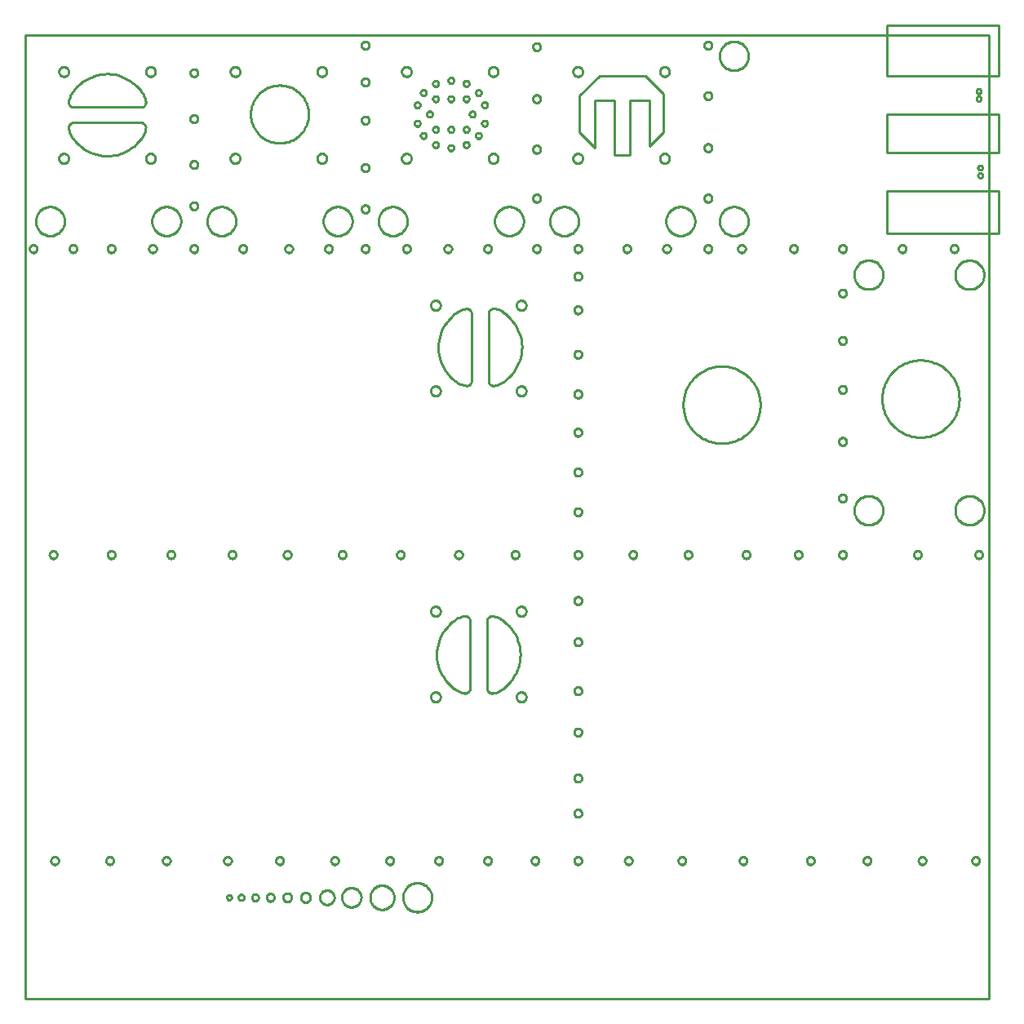
<source format=gbr>
G04 EAGLE Gerber RS-274X export*
G75*
%MOMM*%
%FSLAX34Y34*%
%LPD*%
%IN*%
%IPPOS*%
%AMOC8*
5,1,8,0,0,1.08239X$1,22.5*%
G01*
%ADD10C,0.254000*%


D10*
X0Y0D02*
X1000000Y0D01*
X1000000Y1000000D01*
X0Y1000000D01*
X0Y0D01*
X893763Y793750D02*
X1009650Y793750D01*
X1009650Y838200D01*
X893763Y838200D01*
X893763Y793750D01*
X574675Y898525D02*
X590550Y882650D01*
X590550Y931863D01*
X611188Y931863D01*
X611188Y874713D01*
X627063Y874713D01*
X627063Y931863D01*
X647700Y931863D01*
X647700Y884238D01*
X661988Y898525D01*
X661988Y938213D01*
X642938Y957263D01*
X595313Y957263D01*
X574675Y936625D01*
X574675Y898525D01*
X44600Y929825D02*
X44619Y929389D01*
X44676Y928957D01*
X44770Y928531D01*
X44902Y928115D01*
X45068Y927712D01*
X45270Y927325D01*
X45504Y926957D01*
X45770Y926611D01*
X46064Y926289D01*
X46386Y925995D01*
X46732Y925729D01*
X47100Y925495D01*
X47487Y925293D01*
X47890Y925127D01*
X48306Y924995D01*
X48732Y924901D01*
X49164Y924844D01*
X49600Y924825D01*
X119600Y924825D01*
X120036Y924844D01*
X120468Y924901D01*
X120894Y924995D01*
X121310Y925127D01*
X121713Y925293D01*
X122100Y925495D01*
X122468Y925729D01*
X122814Y925995D01*
X123136Y926289D01*
X123430Y926611D01*
X123696Y926957D01*
X123930Y927325D01*
X124132Y927712D01*
X124298Y928115D01*
X124430Y928531D01*
X124524Y928957D01*
X124581Y929389D01*
X124600Y929825D01*
X124385Y931583D01*
X124017Y933315D01*
X123500Y935009D01*
X122837Y936651D01*
X122033Y938229D01*
X121095Y939731D01*
X120030Y941146D01*
X119600Y941650D01*
X117130Y944661D01*
X114406Y947445D01*
X111450Y949981D01*
X108285Y952250D01*
X104934Y954234D01*
X101422Y955919D01*
X99600Y956650D01*
X96067Y957806D01*
X92446Y958649D01*
X88766Y959173D01*
X85053Y959375D01*
X81338Y959252D01*
X77647Y958806D01*
X74009Y958040D01*
X70452Y956960D01*
X69600Y956650D01*
X66018Y955121D01*
X62583Y953286D01*
X59321Y951159D01*
X56256Y948755D01*
X53413Y946094D01*
X50812Y943195D01*
X49600Y941650D01*
X48489Y940271D01*
X47502Y938800D01*
X46648Y937249D01*
X45932Y935630D01*
X45359Y933954D01*
X44935Y932234D01*
X44663Y930485D01*
X44600Y929825D01*
X480325Y640813D02*
X480344Y640377D01*
X480401Y639944D01*
X480495Y639518D01*
X480627Y639102D01*
X480793Y638699D01*
X480995Y638313D01*
X481229Y637945D01*
X481495Y637599D01*
X481789Y637277D01*
X482111Y636982D01*
X482457Y636717D01*
X482825Y636482D01*
X483212Y636281D01*
X483615Y636114D01*
X484031Y635983D01*
X484457Y635888D01*
X484889Y635832D01*
X485325Y635813D01*
X485985Y635875D01*
X487734Y636148D01*
X489454Y636572D01*
X491130Y637144D01*
X492749Y637860D01*
X494300Y638715D01*
X495771Y639702D01*
X497150Y640813D01*
X498695Y642025D01*
X501594Y644625D01*
X504255Y647469D01*
X506659Y650533D01*
X508786Y653795D01*
X510621Y657230D01*
X512150Y660813D01*
X512460Y661665D01*
X513540Y665222D01*
X514306Y668860D01*
X514752Y672550D01*
X514875Y676266D01*
X514673Y679978D01*
X514149Y683658D01*
X513306Y687279D01*
X512150Y690813D01*
X511419Y692635D01*
X509734Y696146D01*
X507750Y699497D01*
X505481Y702663D01*
X502945Y705619D01*
X500161Y708342D01*
X497150Y710813D01*
X496646Y711242D01*
X495231Y712307D01*
X493729Y713246D01*
X492151Y714049D01*
X490509Y714712D01*
X488815Y715229D01*
X487083Y715597D01*
X485325Y715813D01*
X484889Y715793D01*
X484457Y715737D01*
X484031Y715642D01*
X483615Y715511D01*
X483212Y715344D01*
X482825Y715143D01*
X482457Y714908D01*
X482111Y714643D01*
X481789Y714348D01*
X481495Y714026D01*
X481229Y713680D01*
X480995Y713313D01*
X480793Y712926D01*
X480627Y712523D01*
X480495Y712107D01*
X480401Y711681D01*
X480344Y711248D01*
X480325Y710813D01*
X480325Y640813D01*
X893763Y877888D02*
X1009650Y877888D01*
X1009650Y917575D01*
X893763Y917575D01*
X893763Y877888D01*
X430825Y660813D02*
X431556Y658990D01*
X433241Y655479D01*
X435225Y652128D01*
X437494Y648962D01*
X440030Y646006D01*
X442814Y643283D01*
X445825Y640813D01*
X446329Y640383D01*
X447744Y639318D01*
X449246Y638380D01*
X450824Y637576D01*
X452466Y636913D01*
X454160Y636396D01*
X455892Y636028D01*
X457650Y635813D01*
X458086Y635832D01*
X458518Y635888D01*
X458944Y635983D01*
X459360Y636114D01*
X459763Y636281D01*
X460150Y636482D01*
X460518Y636717D01*
X460864Y636982D01*
X461186Y637277D01*
X461480Y637599D01*
X461746Y637945D01*
X461980Y638313D01*
X462182Y638699D01*
X462348Y639102D01*
X462480Y639518D01*
X462574Y639944D01*
X462631Y640377D01*
X462650Y640813D01*
X462650Y710813D01*
X462631Y711248D01*
X462574Y711681D01*
X462480Y712107D01*
X462348Y712523D01*
X462182Y712926D01*
X461980Y713313D01*
X461746Y713680D01*
X461480Y714026D01*
X461186Y714348D01*
X460864Y714643D01*
X460518Y714908D01*
X460150Y715143D01*
X459763Y715344D01*
X459360Y715511D01*
X458944Y715642D01*
X458518Y715737D01*
X458086Y715793D01*
X457650Y715813D01*
X456991Y715750D01*
X455241Y715477D01*
X453521Y715053D01*
X451845Y714481D01*
X450226Y713765D01*
X448675Y712910D01*
X447204Y711924D01*
X445825Y710813D01*
X444280Y709600D01*
X441381Y707000D01*
X438720Y704156D01*
X436316Y701092D01*
X434189Y697830D01*
X432354Y694395D01*
X430825Y690813D01*
X430515Y689960D01*
X429435Y686403D01*
X428669Y682765D01*
X428223Y679075D01*
X428100Y675359D01*
X428302Y671647D01*
X428826Y667967D01*
X429669Y664346D01*
X430825Y660813D01*
X893763Y957263D02*
X1009650Y957263D01*
X1009650Y1009650D01*
X893763Y1009650D01*
X893763Y957263D01*
X44600Y903738D02*
X44815Y901980D01*
X45183Y900247D01*
X45700Y898554D01*
X46363Y896912D01*
X47167Y895334D01*
X48105Y893831D01*
X49170Y892417D01*
X49600Y891913D01*
X52070Y888902D01*
X54794Y886118D01*
X57750Y883582D01*
X60915Y881313D01*
X64266Y879329D01*
X67778Y877644D01*
X69600Y876913D01*
X73133Y875757D01*
X76754Y874914D01*
X80434Y874389D01*
X84147Y874188D01*
X87862Y874310D01*
X91553Y874756D01*
X95191Y875522D01*
X98748Y876602D01*
X99600Y876913D01*
X103182Y878441D01*
X106617Y880276D01*
X109879Y882403D01*
X112944Y884807D01*
X115787Y887469D01*
X118388Y890368D01*
X119600Y891913D01*
X120711Y893292D01*
X121698Y894762D01*
X122552Y896313D01*
X123268Y897933D01*
X123841Y899609D01*
X124265Y901328D01*
X124537Y903078D01*
X124600Y903738D01*
X124581Y904173D01*
X124524Y904606D01*
X124430Y905032D01*
X124298Y905448D01*
X124132Y905851D01*
X123930Y906238D01*
X123696Y906605D01*
X123430Y906951D01*
X123136Y907273D01*
X122814Y907568D01*
X122468Y907833D01*
X122100Y908068D01*
X121713Y908269D01*
X121310Y908436D01*
X120894Y908567D01*
X120468Y908662D01*
X120036Y908718D01*
X119600Y908738D01*
X49600Y908738D01*
X49164Y908718D01*
X48732Y908662D01*
X48306Y908567D01*
X47890Y908436D01*
X47487Y908269D01*
X47100Y908068D01*
X46732Y907833D01*
X46386Y907568D01*
X46064Y907273D01*
X45770Y906951D01*
X45504Y906605D01*
X45270Y906238D01*
X45068Y905851D01*
X44902Y905448D01*
X44770Y905032D01*
X44676Y904606D01*
X44619Y904173D01*
X44600Y903738D01*
X429238Y341725D02*
X429969Y339903D01*
X431654Y336391D01*
X433638Y333040D01*
X435907Y329875D01*
X438443Y326919D01*
X441227Y324195D01*
X444238Y321725D01*
X444742Y321295D01*
X446156Y320230D01*
X447659Y319292D01*
X449237Y318488D01*
X450879Y317825D01*
X452572Y317308D01*
X454305Y316940D01*
X456063Y316725D01*
X456498Y316744D01*
X456931Y316801D01*
X457357Y316895D01*
X457773Y317027D01*
X458176Y317193D01*
X458563Y317395D01*
X458930Y317629D01*
X459276Y317895D01*
X459598Y318189D01*
X459893Y318511D01*
X460158Y318857D01*
X460393Y319225D01*
X460594Y319612D01*
X460761Y320015D01*
X460892Y320431D01*
X460987Y320857D01*
X461043Y321289D01*
X461063Y321725D01*
X461063Y391725D01*
X461043Y392161D01*
X460987Y392593D01*
X460892Y393019D01*
X460761Y393435D01*
X460594Y393838D01*
X460393Y394225D01*
X460158Y394593D01*
X459893Y394939D01*
X459598Y395261D01*
X459276Y395555D01*
X458930Y395821D01*
X458563Y396055D01*
X458176Y396257D01*
X457773Y396423D01*
X457357Y396555D01*
X456931Y396649D01*
X456498Y396706D01*
X456063Y396725D01*
X455403Y396662D01*
X453653Y396390D01*
X451934Y395966D01*
X450258Y395393D01*
X448638Y394677D01*
X447087Y393823D01*
X445617Y392836D01*
X444238Y391725D01*
X442693Y390513D01*
X439794Y387912D01*
X437132Y385069D01*
X434728Y382004D01*
X432601Y378742D01*
X430766Y375307D01*
X429238Y371725D01*
X428927Y370873D01*
X427847Y367316D01*
X427081Y363678D01*
X426635Y359987D01*
X426513Y356272D01*
X426714Y352559D01*
X427239Y348879D01*
X428082Y345258D01*
X429238Y341725D01*
X478738Y321725D02*
X478757Y321289D01*
X478813Y320857D01*
X478908Y320431D01*
X479039Y320015D01*
X479206Y319612D01*
X479407Y319225D01*
X479642Y318857D01*
X479907Y318511D01*
X480202Y318189D01*
X480524Y317895D01*
X480870Y317629D01*
X481238Y317395D01*
X481624Y317193D01*
X482027Y317027D01*
X482443Y316895D01*
X482869Y316801D01*
X483302Y316744D01*
X483738Y316725D01*
X484397Y316788D01*
X486147Y317060D01*
X487866Y317484D01*
X489542Y318057D01*
X491162Y318773D01*
X492713Y319627D01*
X494183Y320614D01*
X495563Y321725D01*
X497107Y322937D01*
X500006Y325538D01*
X502668Y328381D01*
X505072Y331446D01*
X507199Y334708D01*
X509034Y338143D01*
X510563Y341725D01*
X510873Y342577D01*
X511953Y346134D01*
X512719Y349772D01*
X513165Y353463D01*
X513287Y357178D01*
X513086Y360891D01*
X512561Y364571D01*
X511718Y368192D01*
X510563Y371725D01*
X509831Y373547D01*
X508146Y377059D01*
X506162Y380410D01*
X503893Y383575D01*
X501357Y386531D01*
X498573Y389255D01*
X495563Y391725D01*
X495058Y392155D01*
X493644Y393220D01*
X492142Y394158D01*
X490563Y394962D01*
X488921Y395625D01*
X487228Y396142D01*
X485495Y396510D01*
X483738Y396725D01*
X483302Y396706D01*
X482869Y396649D01*
X482443Y396555D01*
X482027Y396423D01*
X481624Y396257D01*
X481238Y396055D01*
X480870Y395821D01*
X480524Y395555D01*
X480202Y395261D01*
X479907Y394939D01*
X479642Y394593D01*
X479407Y394225D01*
X479206Y393838D01*
X479039Y393435D01*
X478908Y393019D01*
X478813Y392593D01*
X478757Y392161D01*
X478738Y391725D01*
X478738Y321725D01*
X762313Y615077D02*
X762313Y616823D01*
X762236Y618567D01*
X762084Y620306D01*
X761856Y622036D01*
X761553Y623755D01*
X761175Y625460D01*
X760724Y627146D01*
X760199Y628811D01*
X759602Y630451D01*
X758934Y632064D01*
X758196Y633646D01*
X757390Y635194D01*
X756517Y636706D01*
X755579Y638178D01*
X754578Y639608D01*
X753515Y640993D01*
X752393Y642330D01*
X751214Y643617D01*
X749980Y644851D01*
X748693Y646031D01*
X747355Y647153D01*
X745971Y648215D01*
X744541Y649217D01*
X743068Y650155D01*
X741557Y651027D01*
X740008Y651833D01*
X738426Y652571D01*
X736813Y653239D01*
X735173Y653836D01*
X733508Y654361D01*
X731822Y654813D01*
X730118Y655191D01*
X728399Y655494D01*
X726668Y655722D01*
X724929Y655874D01*
X723185Y655950D01*
X721440Y655950D01*
X719696Y655874D01*
X717957Y655722D01*
X716226Y655494D01*
X714507Y655191D01*
X712803Y654813D01*
X711117Y654361D01*
X709452Y653836D01*
X707812Y653239D01*
X706199Y652571D01*
X704617Y651833D01*
X703068Y651027D01*
X701557Y650155D01*
X700084Y649217D01*
X698654Y648215D01*
X697270Y647153D01*
X695932Y646031D01*
X694645Y644851D01*
X693411Y643617D01*
X692232Y642330D01*
X691110Y640993D01*
X690047Y639608D01*
X689046Y638178D01*
X688108Y636706D01*
X687235Y635194D01*
X686429Y633646D01*
X685691Y632064D01*
X685023Y630451D01*
X684426Y628811D01*
X683901Y627146D01*
X683450Y625460D01*
X683072Y623755D01*
X682769Y622036D01*
X682541Y620306D01*
X682389Y618567D01*
X682313Y616823D01*
X682313Y615077D01*
X682389Y613333D01*
X682541Y611594D01*
X682769Y609864D01*
X683072Y608145D01*
X683450Y606440D01*
X683901Y604754D01*
X684426Y603089D01*
X685023Y601449D01*
X685691Y599836D01*
X686429Y598254D01*
X687235Y596706D01*
X688108Y595194D01*
X689046Y593722D01*
X690047Y592292D01*
X691110Y590907D01*
X692232Y589570D01*
X693411Y588283D01*
X694645Y587049D01*
X695932Y585869D01*
X697270Y584747D01*
X698654Y583685D01*
X700084Y582683D01*
X701557Y581745D01*
X703068Y580873D01*
X704617Y580067D01*
X706199Y579329D01*
X707812Y578661D01*
X709452Y578064D01*
X711117Y577539D01*
X712803Y577087D01*
X714507Y576709D01*
X716226Y576406D01*
X717957Y576178D01*
X719696Y576026D01*
X721440Y575950D01*
X723185Y575950D01*
X724929Y576026D01*
X726668Y576178D01*
X728399Y576406D01*
X730118Y576709D01*
X731822Y577087D01*
X733508Y577539D01*
X735173Y578064D01*
X736813Y578661D01*
X738426Y579329D01*
X740008Y580067D01*
X741557Y580873D01*
X743068Y581745D01*
X744541Y582683D01*
X745971Y583685D01*
X747355Y584747D01*
X748693Y585869D01*
X749980Y587049D01*
X751214Y588283D01*
X752393Y589570D01*
X753515Y590907D01*
X754578Y592292D01*
X755579Y593722D01*
X756517Y595194D01*
X757390Y596706D01*
X758196Y598254D01*
X758934Y599836D01*
X759602Y601449D01*
X760199Y603089D01*
X760724Y604754D01*
X761175Y606440D01*
X761553Y608145D01*
X761856Y609864D01*
X762084Y611594D01*
X762236Y613333D01*
X762313Y615077D01*
X968688Y621427D02*
X968688Y623173D01*
X968611Y624917D01*
X968459Y626656D01*
X968231Y628386D01*
X967928Y630105D01*
X967550Y631810D01*
X967099Y633496D01*
X966574Y635161D01*
X965977Y636801D01*
X965309Y638414D01*
X964571Y639996D01*
X963765Y641544D01*
X962892Y643056D01*
X961954Y644528D01*
X960953Y645958D01*
X959890Y647343D01*
X958768Y648680D01*
X957589Y649967D01*
X956355Y651201D01*
X955068Y652381D01*
X953730Y653503D01*
X952346Y654565D01*
X950916Y655567D01*
X949443Y656505D01*
X947932Y657377D01*
X946383Y658183D01*
X944801Y658921D01*
X943188Y659589D01*
X941548Y660186D01*
X939883Y660711D01*
X938197Y661163D01*
X936493Y661541D01*
X934774Y661844D01*
X933043Y662072D01*
X931304Y662224D01*
X929560Y662300D01*
X927815Y662300D01*
X926071Y662224D01*
X924332Y662072D01*
X922601Y661844D01*
X920882Y661541D01*
X919178Y661163D01*
X917492Y660711D01*
X915827Y660186D01*
X914187Y659589D01*
X912574Y658921D01*
X910992Y658183D01*
X909443Y657377D01*
X907932Y656505D01*
X906459Y655567D01*
X905029Y654565D01*
X903645Y653503D01*
X902307Y652381D01*
X901020Y651201D01*
X899786Y649967D01*
X898607Y648680D01*
X897485Y647343D01*
X896422Y645958D01*
X895421Y644528D01*
X894483Y643056D01*
X893610Y641544D01*
X892804Y639996D01*
X892066Y638414D01*
X891398Y636801D01*
X890801Y635161D01*
X890276Y633496D01*
X889825Y631810D01*
X889447Y630105D01*
X889144Y628386D01*
X888916Y626656D01*
X888764Y624917D01*
X888688Y623173D01*
X888688Y621427D01*
X888764Y619683D01*
X888916Y617944D01*
X889144Y616214D01*
X889447Y614495D01*
X889825Y612790D01*
X890276Y611104D01*
X890801Y609439D01*
X891398Y607799D01*
X892066Y606186D01*
X892804Y604604D01*
X893610Y603056D01*
X894483Y601544D01*
X895421Y600072D01*
X896422Y598642D01*
X897485Y597257D01*
X898607Y595920D01*
X899786Y594633D01*
X901020Y593399D01*
X902307Y592219D01*
X903645Y591097D01*
X905029Y590035D01*
X906459Y589033D01*
X907932Y588095D01*
X909443Y587223D01*
X910992Y586417D01*
X912574Y585679D01*
X914187Y585011D01*
X915827Y584414D01*
X917492Y583889D01*
X919178Y583437D01*
X920882Y583059D01*
X922601Y582756D01*
X924332Y582528D01*
X926071Y582376D01*
X927815Y582300D01*
X929560Y582300D01*
X931304Y582376D01*
X933043Y582528D01*
X934774Y582756D01*
X936493Y583059D01*
X938197Y583437D01*
X939883Y583889D01*
X941548Y584414D01*
X943188Y585011D01*
X944801Y585679D01*
X946383Y586417D01*
X947932Y587223D01*
X949443Y588095D01*
X950916Y589033D01*
X952346Y590035D01*
X953730Y591097D01*
X955068Y592219D01*
X956355Y593399D01*
X957589Y594633D01*
X958768Y595920D01*
X959890Y597257D01*
X960953Y598642D01*
X961954Y600072D01*
X962892Y601544D01*
X963765Y603056D01*
X964571Y604604D01*
X965309Y606186D01*
X965977Y607799D01*
X966574Y609439D01*
X967099Y611104D01*
X967550Y612790D01*
X967928Y614495D01*
X968231Y616214D01*
X968459Y617944D01*
X968611Y619683D01*
X968688Y621427D01*
X44600Y961369D02*
X44537Y960811D01*
X44412Y960264D01*
X44227Y959734D01*
X43983Y959228D01*
X43684Y958752D01*
X43334Y958313D01*
X42937Y957916D01*
X42498Y957566D01*
X42022Y957267D01*
X41516Y957023D01*
X40986Y956838D01*
X40439Y956713D01*
X39881Y956650D01*
X39319Y956650D01*
X38761Y956713D01*
X38214Y956838D01*
X37684Y957023D01*
X37178Y957267D01*
X36702Y957566D01*
X36263Y957916D01*
X35866Y958313D01*
X35516Y958752D01*
X35217Y959228D01*
X34973Y959734D01*
X34788Y960264D01*
X34663Y960811D01*
X34600Y961369D01*
X34600Y961931D01*
X34663Y962489D01*
X34788Y963036D01*
X34973Y963566D01*
X35217Y964072D01*
X35516Y964548D01*
X35866Y964987D01*
X36263Y965384D01*
X36702Y965734D01*
X37178Y966033D01*
X37684Y966277D01*
X38214Y966462D01*
X38761Y966587D01*
X39319Y966650D01*
X39881Y966650D01*
X40439Y966587D01*
X40986Y966462D01*
X41516Y966277D01*
X42022Y966033D01*
X42498Y965734D01*
X42937Y965384D01*
X43334Y964987D01*
X43684Y964548D01*
X43983Y964072D01*
X44227Y963566D01*
X44412Y963036D01*
X44537Y962489D01*
X44600Y961931D01*
X44600Y961369D01*
X134600Y871369D02*
X134537Y870811D01*
X134412Y870264D01*
X134227Y869734D01*
X133983Y869228D01*
X133684Y868752D01*
X133334Y868313D01*
X132937Y867916D01*
X132498Y867566D01*
X132022Y867267D01*
X131516Y867023D01*
X130986Y866838D01*
X130439Y866713D01*
X129881Y866650D01*
X129319Y866650D01*
X128761Y866713D01*
X128214Y866838D01*
X127684Y867023D01*
X127178Y867267D01*
X126702Y867566D01*
X126263Y867916D01*
X125866Y868313D01*
X125516Y868752D01*
X125217Y869228D01*
X124973Y869734D01*
X124788Y870264D01*
X124663Y870811D01*
X124600Y871369D01*
X124600Y871931D01*
X124663Y872489D01*
X124788Y873036D01*
X124973Y873566D01*
X125217Y874072D01*
X125516Y874548D01*
X125866Y874987D01*
X126263Y875384D01*
X126702Y875734D01*
X127178Y876033D01*
X127684Y876277D01*
X128214Y876462D01*
X128761Y876587D01*
X129319Y876650D01*
X129881Y876650D01*
X130439Y876587D01*
X130986Y876462D01*
X131516Y876277D01*
X132022Y876033D01*
X132498Y875734D01*
X132937Y875384D01*
X133334Y874987D01*
X133684Y874548D01*
X133983Y874072D01*
X134227Y873566D01*
X134412Y873036D01*
X134537Y872489D01*
X134600Y871931D01*
X134600Y871369D01*
X134600Y961369D02*
X134537Y960811D01*
X134412Y960264D01*
X134227Y959734D01*
X133983Y959228D01*
X133684Y958752D01*
X133334Y958313D01*
X132937Y957916D01*
X132498Y957566D01*
X132022Y957267D01*
X131516Y957023D01*
X130986Y956838D01*
X130439Y956713D01*
X129881Y956650D01*
X129319Y956650D01*
X128761Y956713D01*
X128214Y956838D01*
X127684Y957023D01*
X127178Y957267D01*
X126702Y957566D01*
X126263Y957916D01*
X125866Y958313D01*
X125516Y958752D01*
X125217Y959228D01*
X124973Y959734D01*
X124788Y960264D01*
X124663Y960811D01*
X124600Y961369D01*
X124600Y961931D01*
X124663Y962489D01*
X124788Y963036D01*
X124973Y963566D01*
X125217Y964072D01*
X125516Y964548D01*
X125866Y964987D01*
X126263Y965384D01*
X126702Y965734D01*
X127178Y966033D01*
X127684Y966277D01*
X128214Y966462D01*
X128761Y966587D01*
X129319Y966650D01*
X129881Y966650D01*
X130439Y966587D01*
X130986Y966462D01*
X131516Y966277D01*
X132022Y966033D01*
X132498Y965734D01*
X132937Y965384D01*
X133334Y964987D01*
X133684Y964548D01*
X133983Y964072D01*
X134227Y963566D01*
X134412Y963036D01*
X134537Y962489D01*
X134600Y961931D01*
X134600Y961369D01*
X44600Y871369D02*
X44537Y870811D01*
X44412Y870264D01*
X44227Y869734D01*
X43983Y869228D01*
X43684Y868752D01*
X43334Y868313D01*
X42937Y867916D01*
X42498Y867566D01*
X42022Y867267D01*
X41516Y867023D01*
X40986Y866838D01*
X40439Y866713D01*
X39881Y866650D01*
X39319Y866650D01*
X38761Y866713D01*
X38214Y866838D01*
X37684Y867023D01*
X37178Y867267D01*
X36702Y867566D01*
X36263Y867916D01*
X35866Y868313D01*
X35516Y868752D01*
X35217Y869228D01*
X34973Y869734D01*
X34788Y870264D01*
X34663Y870811D01*
X34600Y871369D01*
X34600Y871931D01*
X34663Y872489D01*
X34788Y873036D01*
X34973Y873566D01*
X35217Y874072D01*
X35516Y874548D01*
X35866Y874987D01*
X36263Y875384D01*
X36702Y875734D01*
X37178Y876033D01*
X37684Y876277D01*
X38214Y876462D01*
X38761Y876587D01*
X39319Y876650D01*
X39881Y876650D01*
X40439Y876587D01*
X40986Y876462D01*
X41516Y876277D01*
X42022Y876033D01*
X42498Y875734D01*
X42937Y875384D01*
X43334Y874987D01*
X43684Y874548D01*
X43983Y874072D01*
X44227Y873566D01*
X44412Y873036D01*
X44537Y872489D01*
X44600Y871931D01*
X44600Y871369D01*
X222400Y961369D02*
X222337Y960811D01*
X222212Y960264D01*
X222027Y959734D01*
X221783Y959228D01*
X221484Y958752D01*
X221134Y958313D01*
X220737Y957916D01*
X220298Y957566D01*
X219822Y957267D01*
X219316Y957023D01*
X218786Y956838D01*
X218239Y956713D01*
X217681Y956650D01*
X217119Y956650D01*
X216561Y956713D01*
X216014Y956838D01*
X215484Y957023D01*
X214978Y957267D01*
X214502Y957566D01*
X214063Y957916D01*
X213666Y958313D01*
X213316Y958752D01*
X213017Y959228D01*
X212773Y959734D01*
X212588Y960264D01*
X212463Y960811D01*
X212400Y961369D01*
X212400Y961931D01*
X212463Y962489D01*
X212588Y963036D01*
X212773Y963566D01*
X213017Y964072D01*
X213316Y964548D01*
X213666Y964987D01*
X214063Y965384D01*
X214502Y965734D01*
X214978Y966033D01*
X215484Y966277D01*
X216014Y966462D01*
X216561Y966587D01*
X217119Y966650D01*
X217681Y966650D01*
X218239Y966587D01*
X218786Y966462D01*
X219316Y966277D01*
X219822Y966033D01*
X220298Y965734D01*
X220737Y965384D01*
X221134Y964987D01*
X221484Y964548D01*
X221783Y964072D01*
X222027Y963566D01*
X222212Y963036D01*
X222337Y962489D01*
X222400Y961931D01*
X222400Y961369D01*
X222400Y871369D02*
X222337Y870811D01*
X222212Y870264D01*
X222027Y869734D01*
X221783Y869228D01*
X221484Y868752D01*
X221134Y868313D01*
X220737Y867916D01*
X220298Y867566D01*
X219822Y867267D01*
X219316Y867023D01*
X218786Y866838D01*
X218239Y866713D01*
X217681Y866650D01*
X217119Y866650D01*
X216561Y866713D01*
X216014Y866838D01*
X215484Y867023D01*
X214978Y867267D01*
X214502Y867566D01*
X214063Y867916D01*
X213666Y868313D01*
X213316Y868752D01*
X213017Y869228D01*
X212773Y869734D01*
X212588Y870264D01*
X212463Y870811D01*
X212400Y871369D01*
X212400Y871931D01*
X212463Y872489D01*
X212588Y873036D01*
X212773Y873566D01*
X213017Y874072D01*
X213316Y874548D01*
X213666Y874987D01*
X214063Y875384D01*
X214502Y875734D01*
X214978Y876033D01*
X215484Y876277D01*
X216014Y876462D01*
X216561Y876587D01*
X217119Y876650D01*
X217681Y876650D01*
X218239Y876587D01*
X218786Y876462D01*
X219316Y876277D01*
X219822Y876033D01*
X220298Y875734D01*
X220737Y875384D01*
X221134Y874987D01*
X221484Y874548D01*
X221783Y874072D01*
X222027Y873566D01*
X222212Y873036D01*
X222337Y872489D01*
X222400Y871931D01*
X222400Y871369D01*
X312400Y961369D02*
X312337Y960811D01*
X312212Y960264D01*
X312027Y959734D01*
X311783Y959228D01*
X311484Y958752D01*
X311134Y958313D01*
X310737Y957916D01*
X310298Y957566D01*
X309822Y957267D01*
X309316Y957023D01*
X308786Y956838D01*
X308239Y956713D01*
X307681Y956650D01*
X307119Y956650D01*
X306561Y956713D01*
X306014Y956838D01*
X305484Y957023D01*
X304978Y957267D01*
X304502Y957566D01*
X304063Y957916D01*
X303666Y958313D01*
X303316Y958752D01*
X303017Y959228D01*
X302773Y959734D01*
X302588Y960264D01*
X302463Y960811D01*
X302400Y961369D01*
X302400Y961931D01*
X302463Y962489D01*
X302588Y963036D01*
X302773Y963566D01*
X303017Y964072D01*
X303316Y964548D01*
X303666Y964987D01*
X304063Y965384D01*
X304502Y965734D01*
X304978Y966033D01*
X305484Y966277D01*
X306014Y966462D01*
X306561Y966587D01*
X307119Y966650D01*
X307681Y966650D01*
X308239Y966587D01*
X308786Y966462D01*
X309316Y966277D01*
X309822Y966033D01*
X310298Y965734D01*
X310737Y965384D01*
X311134Y964987D01*
X311484Y964548D01*
X311783Y964072D01*
X312027Y963566D01*
X312212Y963036D01*
X312337Y962489D01*
X312400Y961931D01*
X312400Y961369D01*
X312400Y871369D02*
X312337Y870811D01*
X312212Y870264D01*
X312027Y869734D01*
X311783Y869228D01*
X311484Y868752D01*
X311134Y868313D01*
X310737Y867916D01*
X310298Y867566D01*
X309822Y867267D01*
X309316Y867023D01*
X308786Y866838D01*
X308239Y866713D01*
X307681Y866650D01*
X307119Y866650D01*
X306561Y866713D01*
X306014Y866838D01*
X305484Y867023D01*
X304978Y867267D01*
X304502Y867566D01*
X304063Y867916D01*
X303666Y868313D01*
X303316Y868752D01*
X303017Y869228D01*
X302773Y869734D01*
X302588Y870264D01*
X302463Y870811D01*
X302400Y871369D01*
X302400Y871931D01*
X302463Y872489D01*
X302588Y873036D01*
X302773Y873566D01*
X303017Y874072D01*
X303316Y874548D01*
X303666Y874987D01*
X304063Y875384D01*
X304502Y875734D01*
X304978Y876033D01*
X305484Y876277D01*
X306014Y876462D01*
X306561Y876587D01*
X307119Y876650D01*
X307681Y876650D01*
X308239Y876587D01*
X308786Y876462D01*
X309316Y876277D01*
X309822Y876033D01*
X310298Y875734D01*
X310737Y875384D01*
X311134Y874987D01*
X311484Y874548D01*
X311783Y874072D01*
X312027Y873566D01*
X312212Y873036D01*
X312337Y872489D01*
X312400Y871931D01*
X312400Y871369D01*
X400200Y961369D02*
X400137Y960811D01*
X400012Y960264D01*
X399827Y959734D01*
X399583Y959228D01*
X399284Y958752D01*
X398934Y958313D01*
X398537Y957916D01*
X398098Y957566D01*
X397622Y957267D01*
X397116Y957023D01*
X396586Y956838D01*
X396039Y956713D01*
X395481Y956650D01*
X394919Y956650D01*
X394361Y956713D01*
X393814Y956838D01*
X393284Y957023D01*
X392778Y957267D01*
X392302Y957566D01*
X391863Y957916D01*
X391466Y958313D01*
X391116Y958752D01*
X390817Y959228D01*
X390573Y959734D01*
X390388Y960264D01*
X390263Y960811D01*
X390200Y961369D01*
X390200Y961931D01*
X390263Y962489D01*
X390388Y963036D01*
X390573Y963566D01*
X390817Y964072D01*
X391116Y964548D01*
X391466Y964987D01*
X391863Y965384D01*
X392302Y965734D01*
X392778Y966033D01*
X393284Y966277D01*
X393814Y966462D01*
X394361Y966587D01*
X394919Y966650D01*
X395481Y966650D01*
X396039Y966587D01*
X396586Y966462D01*
X397116Y966277D01*
X397622Y966033D01*
X398098Y965734D01*
X398537Y965384D01*
X398934Y964987D01*
X399284Y964548D01*
X399583Y964072D01*
X399827Y963566D01*
X400012Y963036D01*
X400137Y962489D01*
X400200Y961931D01*
X400200Y961369D01*
X400200Y871369D02*
X400137Y870811D01*
X400012Y870264D01*
X399827Y869734D01*
X399583Y869228D01*
X399284Y868752D01*
X398934Y868313D01*
X398537Y867916D01*
X398098Y867566D01*
X397622Y867267D01*
X397116Y867023D01*
X396586Y866838D01*
X396039Y866713D01*
X395481Y866650D01*
X394919Y866650D01*
X394361Y866713D01*
X393814Y866838D01*
X393284Y867023D01*
X392778Y867267D01*
X392302Y867566D01*
X391863Y867916D01*
X391466Y868313D01*
X391116Y868752D01*
X390817Y869228D01*
X390573Y869734D01*
X390388Y870264D01*
X390263Y870811D01*
X390200Y871369D01*
X390200Y871931D01*
X390263Y872489D01*
X390388Y873036D01*
X390573Y873566D01*
X390817Y874072D01*
X391116Y874548D01*
X391466Y874987D01*
X391863Y875384D01*
X392302Y875734D01*
X392778Y876033D01*
X393284Y876277D01*
X393814Y876462D01*
X394361Y876587D01*
X394919Y876650D01*
X395481Y876650D01*
X396039Y876587D01*
X396586Y876462D01*
X397116Y876277D01*
X397622Y876033D01*
X398098Y875734D01*
X398537Y875384D01*
X398934Y874987D01*
X399284Y874548D01*
X399583Y874072D01*
X399827Y873566D01*
X400012Y873036D01*
X400137Y872489D01*
X400200Y871931D01*
X400200Y871369D01*
X490200Y961369D02*
X490137Y960811D01*
X490012Y960264D01*
X489827Y959734D01*
X489583Y959228D01*
X489284Y958752D01*
X488934Y958313D01*
X488537Y957916D01*
X488098Y957566D01*
X487622Y957267D01*
X487116Y957023D01*
X486586Y956838D01*
X486039Y956713D01*
X485481Y956650D01*
X484919Y956650D01*
X484361Y956713D01*
X483814Y956838D01*
X483284Y957023D01*
X482778Y957267D01*
X482302Y957566D01*
X481863Y957916D01*
X481466Y958313D01*
X481116Y958752D01*
X480817Y959228D01*
X480573Y959734D01*
X480388Y960264D01*
X480263Y960811D01*
X480200Y961369D01*
X480200Y961931D01*
X480263Y962489D01*
X480388Y963036D01*
X480573Y963566D01*
X480817Y964072D01*
X481116Y964548D01*
X481466Y964987D01*
X481863Y965384D01*
X482302Y965734D01*
X482778Y966033D01*
X483284Y966277D01*
X483814Y966462D01*
X484361Y966587D01*
X484919Y966650D01*
X485481Y966650D01*
X486039Y966587D01*
X486586Y966462D01*
X487116Y966277D01*
X487622Y966033D01*
X488098Y965734D01*
X488537Y965384D01*
X488934Y964987D01*
X489284Y964548D01*
X489583Y964072D01*
X489827Y963566D01*
X490012Y963036D01*
X490137Y962489D01*
X490200Y961931D01*
X490200Y961369D01*
X490200Y871369D02*
X490137Y870811D01*
X490012Y870264D01*
X489827Y869734D01*
X489583Y869228D01*
X489284Y868752D01*
X488934Y868313D01*
X488537Y867916D01*
X488098Y867566D01*
X487622Y867267D01*
X487116Y867023D01*
X486586Y866838D01*
X486039Y866713D01*
X485481Y866650D01*
X484919Y866650D01*
X484361Y866713D01*
X483814Y866838D01*
X483284Y867023D01*
X482778Y867267D01*
X482302Y867566D01*
X481863Y867916D01*
X481466Y868313D01*
X481116Y868752D01*
X480817Y869228D01*
X480573Y869734D01*
X480388Y870264D01*
X480263Y870811D01*
X480200Y871369D01*
X480200Y871931D01*
X480263Y872489D01*
X480388Y873036D01*
X480573Y873566D01*
X480817Y874072D01*
X481116Y874548D01*
X481466Y874987D01*
X481863Y875384D01*
X482302Y875734D01*
X482778Y876033D01*
X483284Y876277D01*
X483814Y876462D01*
X484361Y876587D01*
X484919Y876650D01*
X485481Y876650D01*
X486039Y876587D01*
X486586Y876462D01*
X487116Y876277D01*
X487622Y876033D01*
X488098Y875734D01*
X488537Y875384D01*
X488934Y874987D01*
X489284Y874548D01*
X489583Y874072D01*
X489827Y873566D01*
X490012Y873036D01*
X490137Y872489D01*
X490200Y871931D01*
X490200Y871369D01*
X40400Y805914D02*
X40324Y804846D01*
X40171Y803785D01*
X39943Y802738D01*
X39641Y801710D01*
X39267Y800706D01*
X38822Y799731D01*
X38308Y798791D01*
X37729Y797890D01*
X37087Y797032D01*
X36385Y796222D01*
X35628Y795465D01*
X34818Y794763D01*
X33960Y794121D01*
X33059Y793542D01*
X32119Y793028D01*
X31144Y792583D01*
X30140Y792209D01*
X29112Y791907D01*
X28065Y791679D01*
X27004Y791526D01*
X25936Y791450D01*
X24864Y791450D01*
X23796Y791526D01*
X22735Y791679D01*
X21688Y791907D01*
X20660Y792209D01*
X19656Y792583D01*
X18681Y793028D01*
X17741Y793542D01*
X16840Y794121D01*
X15982Y794763D01*
X15172Y795465D01*
X14415Y796222D01*
X13713Y797032D01*
X13071Y797890D01*
X12492Y798791D01*
X11978Y799731D01*
X11533Y800706D01*
X11159Y801710D01*
X10857Y802738D01*
X10629Y803785D01*
X10476Y804846D01*
X10400Y805914D01*
X10400Y806986D01*
X10476Y808054D01*
X10629Y809115D01*
X10857Y810162D01*
X11159Y811190D01*
X11533Y812194D01*
X11978Y813169D01*
X12492Y814109D01*
X13071Y815010D01*
X13713Y815868D01*
X14415Y816678D01*
X15172Y817435D01*
X15982Y818137D01*
X16840Y818779D01*
X17741Y819358D01*
X18681Y819872D01*
X19656Y820317D01*
X20660Y820691D01*
X21688Y820993D01*
X22735Y821221D01*
X23796Y821374D01*
X24864Y821450D01*
X25936Y821450D01*
X27004Y821374D01*
X28065Y821221D01*
X29112Y820993D01*
X30140Y820691D01*
X31144Y820317D01*
X32119Y819872D01*
X33059Y819358D01*
X33960Y818779D01*
X34818Y818137D01*
X35628Y817435D01*
X36385Y816678D01*
X37087Y815868D01*
X37729Y815010D01*
X38308Y814109D01*
X38822Y813169D01*
X39267Y812194D01*
X39641Y811190D01*
X39943Y810162D01*
X40171Y809115D01*
X40324Y808054D01*
X40400Y806986D01*
X40400Y805914D01*
X161050Y805914D02*
X160974Y804846D01*
X160821Y803785D01*
X160593Y802738D01*
X160291Y801710D01*
X159917Y800706D01*
X159472Y799731D01*
X158958Y798791D01*
X158379Y797890D01*
X157737Y797032D01*
X157035Y796222D01*
X156278Y795465D01*
X155468Y794763D01*
X154610Y794121D01*
X153709Y793542D01*
X152769Y793028D01*
X151794Y792583D01*
X150790Y792209D01*
X149762Y791907D01*
X148715Y791679D01*
X147654Y791526D01*
X146586Y791450D01*
X145514Y791450D01*
X144446Y791526D01*
X143385Y791679D01*
X142338Y791907D01*
X141310Y792209D01*
X140306Y792583D01*
X139331Y793028D01*
X138391Y793542D01*
X137490Y794121D01*
X136632Y794763D01*
X135822Y795465D01*
X135065Y796222D01*
X134363Y797032D01*
X133721Y797890D01*
X133142Y798791D01*
X132628Y799731D01*
X132183Y800706D01*
X131809Y801710D01*
X131507Y802738D01*
X131279Y803785D01*
X131126Y804846D01*
X131050Y805914D01*
X131050Y806986D01*
X131126Y808054D01*
X131279Y809115D01*
X131507Y810162D01*
X131809Y811190D01*
X132183Y812194D01*
X132628Y813169D01*
X133142Y814109D01*
X133721Y815010D01*
X134363Y815868D01*
X135065Y816678D01*
X135822Y817435D01*
X136632Y818137D01*
X137490Y818779D01*
X138391Y819358D01*
X139331Y819872D01*
X140306Y820317D01*
X141310Y820691D01*
X142338Y820993D01*
X143385Y821221D01*
X144446Y821374D01*
X145514Y821450D01*
X146586Y821450D01*
X147654Y821374D01*
X148715Y821221D01*
X149762Y820993D01*
X150790Y820691D01*
X151794Y820317D01*
X152769Y819872D01*
X153709Y819358D01*
X154610Y818779D01*
X155468Y818137D01*
X156278Y817435D01*
X157035Y816678D01*
X157737Y815868D01*
X158379Y815010D01*
X158958Y814109D01*
X159472Y813169D01*
X159917Y812194D01*
X160291Y811190D01*
X160593Y810162D01*
X160821Y809115D01*
X160974Y808054D01*
X161050Y806986D01*
X161050Y805914D01*
X218200Y805914D02*
X218124Y804846D01*
X217971Y803785D01*
X217743Y802738D01*
X217441Y801710D01*
X217067Y800706D01*
X216622Y799731D01*
X216108Y798791D01*
X215529Y797890D01*
X214887Y797032D01*
X214185Y796222D01*
X213428Y795465D01*
X212618Y794763D01*
X211760Y794121D01*
X210859Y793542D01*
X209919Y793028D01*
X208944Y792583D01*
X207940Y792209D01*
X206912Y791907D01*
X205865Y791679D01*
X204804Y791526D01*
X203736Y791450D01*
X202664Y791450D01*
X201596Y791526D01*
X200535Y791679D01*
X199488Y791907D01*
X198460Y792209D01*
X197456Y792583D01*
X196481Y793028D01*
X195541Y793542D01*
X194640Y794121D01*
X193782Y794763D01*
X192972Y795465D01*
X192215Y796222D01*
X191513Y797032D01*
X190871Y797890D01*
X190292Y798791D01*
X189778Y799731D01*
X189333Y800706D01*
X188959Y801710D01*
X188657Y802738D01*
X188429Y803785D01*
X188276Y804846D01*
X188200Y805914D01*
X188200Y806986D01*
X188276Y808054D01*
X188429Y809115D01*
X188657Y810162D01*
X188959Y811190D01*
X189333Y812194D01*
X189778Y813169D01*
X190292Y814109D01*
X190871Y815010D01*
X191513Y815868D01*
X192215Y816678D01*
X192972Y817435D01*
X193782Y818137D01*
X194640Y818779D01*
X195541Y819358D01*
X196481Y819872D01*
X197456Y820317D01*
X198460Y820691D01*
X199488Y820993D01*
X200535Y821221D01*
X201596Y821374D01*
X202664Y821450D01*
X203736Y821450D01*
X204804Y821374D01*
X205865Y821221D01*
X206912Y820993D01*
X207940Y820691D01*
X208944Y820317D01*
X209919Y819872D01*
X210859Y819358D01*
X211760Y818779D01*
X212618Y818137D01*
X213428Y817435D01*
X214185Y816678D01*
X214887Y815868D01*
X215529Y815010D01*
X216108Y814109D01*
X216622Y813169D01*
X217067Y812194D01*
X217441Y811190D01*
X217743Y810162D01*
X217971Y809115D01*
X218124Y808054D01*
X218200Y806986D01*
X218200Y805914D01*
X338850Y805914D02*
X338774Y804846D01*
X338621Y803785D01*
X338393Y802738D01*
X338091Y801710D01*
X337717Y800706D01*
X337272Y799731D01*
X336758Y798791D01*
X336179Y797890D01*
X335537Y797032D01*
X334835Y796222D01*
X334078Y795465D01*
X333268Y794763D01*
X332410Y794121D01*
X331509Y793542D01*
X330569Y793028D01*
X329594Y792583D01*
X328590Y792209D01*
X327562Y791907D01*
X326515Y791679D01*
X325454Y791526D01*
X324386Y791450D01*
X323314Y791450D01*
X322246Y791526D01*
X321185Y791679D01*
X320138Y791907D01*
X319110Y792209D01*
X318106Y792583D01*
X317131Y793028D01*
X316191Y793542D01*
X315290Y794121D01*
X314432Y794763D01*
X313622Y795465D01*
X312865Y796222D01*
X312163Y797032D01*
X311521Y797890D01*
X310942Y798791D01*
X310428Y799731D01*
X309983Y800706D01*
X309609Y801710D01*
X309307Y802738D01*
X309079Y803785D01*
X308926Y804846D01*
X308850Y805914D01*
X308850Y806986D01*
X308926Y808054D01*
X309079Y809115D01*
X309307Y810162D01*
X309609Y811190D01*
X309983Y812194D01*
X310428Y813169D01*
X310942Y814109D01*
X311521Y815010D01*
X312163Y815868D01*
X312865Y816678D01*
X313622Y817435D01*
X314432Y818137D01*
X315290Y818779D01*
X316191Y819358D01*
X317131Y819872D01*
X318106Y820317D01*
X319110Y820691D01*
X320138Y820993D01*
X321185Y821221D01*
X322246Y821374D01*
X323314Y821450D01*
X324386Y821450D01*
X325454Y821374D01*
X326515Y821221D01*
X327562Y820993D01*
X328590Y820691D01*
X329594Y820317D01*
X330569Y819872D01*
X331509Y819358D01*
X332410Y818779D01*
X333268Y818137D01*
X334078Y817435D01*
X334835Y816678D01*
X335537Y815868D01*
X336179Y815010D01*
X336758Y814109D01*
X337272Y813169D01*
X337717Y812194D01*
X338091Y811190D01*
X338393Y810162D01*
X338621Y809115D01*
X338774Y808054D01*
X338850Y806986D01*
X338850Y805914D01*
X396000Y805914D02*
X395924Y804846D01*
X395771Y803785D01*
X395543Y802738D01*
X395241Y801710D01*
X394867Y800706D01*
X394422Y799731D01*
X393908Y798791D01*
X393329Y797890D01*
X392687Y797032D01*
X391985Y796222D01*
X391228Y795465D01*
X390418Y794763D01*
X389560Y794121D01*
X388659Y793542D01*
X387719Y793028D01*
X386744Y792583D01*
X385740Y792209D01*
X384712Y791907D01*
X383665Y791679D01*
X382604Y791526D01*
X381536Y791450D01*
X380464Y791450D01*
X379396Y791526D01*
X378335Y791679D01*
X377288Y791907D01*
X376260Y792209D01*
X375256Y792583D01*
X374281Y793028D01*
X373341Y793542D01*
X372440Y794121D01*
X371582Y794763D01*
X370772Y795465D01*
X370015Y796222D01*
X369313Y797032D01*
X368671Y797890D01*
X368092Y798791D01*
X367578Y799731D01*
X367133Y800706D01*
X366759Y801710D01*
X366457Y802738D01*
X366229Y803785D01*
X366076Y804846D01*
X366000Y805914D01*
X366000Y806986D01*
X366076Y808054D01*
X366229Y809115D01*
X366457Y810162D01*
X366759Y811190D01*
X367133Y812194D01*
X367578Y813169D01*
X368092Y814109D01*
X368671Y815010D01*
X369313Y815868D01*
X370015Y816678D01*
X370772Y817435D01*
X371582Y818137D01*
X372440Y818779D01*
X373341Y819358D01*
X374281Y819872D01*
X375256Y820317D01*
X376260Y820691D01*
X377288Y820993D01*
X378335Y821221D01*
X379396Y821374D01*
X380464Y821450D01*
X381536Y821450D01*
X382604Y821374D01*
X383665Y821221D01*
X384712Y820993D01*
X385740Y820691D01*
X386744Y820317D01*
X387719Y819872D01*
X388659Y819358D01*
X389560Y818779D01*
X390418Y818137D01*
X391228Y817435D01*
X391985Y816678D01*
X392687Y815868D01*
X393329Y815010D01*
X393908Y814109D01*
X394422Y813169D01*
X394867Y812194D01*
X395241Y811190D01*
X395543Y810162D01*
X395771Y809115D01*
X395924Y808054D01*
X396000Y806986D01*
X396000Y805914D01*
X516650Y805914D02*
X516574Y804846D01*
X516421Y803785D01*
X516193Y802738D01*
X515891Y801710D01*
X515517Y800706D01*
X515072Y799731D01*
X514558Y798791D01*
X513979Y797890D01*
X513337Y797032D01*
X512635Y796222D01*
X511878Y795465D01*
X511068Y794763D01*
X510210Y794121D01*
X509309Y793542D01*
X508369Y793028D01*
X507394Y792583D01*
X506390Y792209D01*
X505362Y791907D01*
X504315Y791679D01*
X503254Y791526D01*
X502186Y791450D01*
X501114Y791450D01*
X500046Y791526D01*
X498985Y791679D01*
X497938Y791907D01*
X496910Y792209D01*
X495906Y792583D01*
X494931Y793028D01*
X493991Y793542D01*
X493090Y794121D01*
X492232Y794763D01*
X491422Y795465D01*
X490665Y796222D01*
X489963Y797032D01*
X489321Y797890D01*
X488742Y798791D01*
X488228Y799731D01*
X487783Y800706D01*
X487409Y801710D01*
X487107Y802738D01*
X486879Y803785D01*
X486726Y804846D01*
X486650Y805914D01*
X486650Y806986D01*
X486726Y808054D01*
X486879Y809115D01*
X487107Y810162D01*
X487409Y811190D01*
X487783Y812194D01*
X488228Y813169D01*
X488742Y814109D01*
X489321Y815010D01*
X489963Y815868D01*
X490665Y816678D01*
X491422Y817435D01*
X492232Y818137D01*
X493090Y818779D01*
X493991Y819358D01*
X494931Y819872D01*
X495906Y820317D01*
X496910Y820691D01*
X497938Y820993D01*
X498985Y821221D01*
X500046Y821374D01*
X501114Y821450D01*
X502186Y821450D01*
X503254Y821374D01*
X504315Y821221D01*
X505362Y820993D01*
X506390Y820691D01*
X507394Y820317D01*
X508369Y819872D01*
X509309Y819358D01*
X510210Y818779D01*
X511068Y818137D01*
X511878Y817435D01*
X512635Y816678D01*
X513337Y815868D01*
X513979Y815010D01*
X514558Y814109D01*
X515072Y813169D01*
X515517Y812194D01*
X515891Y811190D01*
X516193Y810162D01*
X516421Y809115D01*
X516574Y808054D01*
X516650Y806986D01*
X516650Y805914D01*
X293525Y916839D02*
X293453Y915367D01*
X293308Y913902D01*
X293092Y912445D01*
X292805Y911000D01*
X292447Y909571D01*
X292019Y908162D01*
X291523Y906775D01*
X290960Y905414D01*
X290330Y904083D01*
X289635Y902784D01*
X288878Y901520D01*
X288060Y900296D01*
X287183Y899113D01*
X286248Y897974D01*
X285259Y896883D01*
X284217Y895841D01*
X283126Y894852D01*
X281988Y893917D01*
X280804Y893040D01*
X279580Y892222D01*
X278316Y891465D01*
X277017Y890770D01*
X275686Y890140D01*
X274325Y889577D01*
X272938Y889081D01*
X271529Y888653D01*
X270100Y888295D01*
X268655Y888008D01*
X267198Y887792D01*
X265733Y887647D01*
X264261Y887575D01*
X262789Y887575D01*
X261317Y887647D01*
X259852Y887792D01*
X258395Y888008D01*
X256950Y888295D01*
X255521Y888653D01*
X254112Y889081D01*
X252725Y889577D01*
X251364Y890140D01*
X250033Y890770D01*
X248734Y891465D01*
X247470Y892222D01*
X246246Y893040D01*
X245063Y893917D01*
X243924Y894852D01*
X242833Y895841D01*
X241791Y896883D01*
X240802Y897974D01*
X239867Y899113D01*
X238990Y900296D01*
X238172Y901520D01*
X237415Y902784D01*
X236720Y904083D01*
X236090Y905414D01*
X235527Y906775D01*
X235031Y908162D01*
X234603Y909571D01*
X234245Y911000D01*
X233958Y912445D01*
X233742Y913902D01*
X233597Y915367D01*
X233525Y916839D01*
X233525Y918311D01*
X233597Y919783D01*
X233742Y921248D01*
X233958Y922705D01*
X234245Y924150D01*
X234603Y925579D01*
X235031Y926988D01*
X235527Y928375D01*
X236090Y929736D01*
X236720Y931067D01*
X237415Y932366D01*
X238172Y933630D01*
X238990Y934854D01*
X239867Y936038D01*
X240802Y937176D01*
X241791Y938267D01*
X242833Y939309D01*
X243924Y940298D01*
X245063Y941233D01*
X246246Y942110D01*
X247470Y942928D01*
X248734Y943685D01*
X250033Y944380D01*
X251364Y945010D01*
X252725Y945573D01*
X254112Y946069D01*
X255521Y946497D01*
X256950Y946855D01*
X258395Y947142D01*
X259852Y947358D01*
X261317Y947503D01*
X262789Y947575D01*
X264261Y947575D01*
X265733Y947503D01*
X267198Y947358D01*
X268655Y947142D01*
X270100Y946855D01*
X271529Y946497D01*
X272938Y946069D01*
X274325Y945573D01*
X275686Y945010D01*
X277017Y944380D01*
X278316Y943685D01*
X279580Y942928D01*
X280804Y942110D01*
X281988Y941233D01*
X283126Y940298D01*
X284217Y939309D01*
X285259Y938267D01*
X286248Y937176D01*
X287183Y936038D01*
X288060Y934854D01*
X288878Y933630D01*
X289635Y932366D01*
X290330Y931067D01*
X290960Y929736D01*
X291523Y928375D01*
X292019Y926988D01*
X292447Y925579D01*
X292805Y924150D01*
X293092Y922705D01*
X293308Y921248D01*
X293453Y919783D01*
X293525Y918311D01*
X293525Y916839D01*
X409400Y926864D02*
X409326Y926398D01*
X409180Y925948D01*
X408966Y925528D01*
X408688Y925146D01*
X408354Y924812D01*
X407972Y924534D01*
X407552Y924320D01*
X407103Y924174D01*
X406636Y924100D01*
X406164Y924100D01*
X405698Y924174D01*
X405248Y924320D01*
X404828Y924534D01*
X404446Y924812D01*
X404112Y925146D01*
X403834Y925528D01*
X403620Y925948D01*
X403474Y926398D01*
X403400Y926864D01*
X403400Y927336D01*
X403474Y927803D01*
X403620Y928252D01*
X403834Y928672D01*
X404112Y929054D01*
X404446Y929388D01*
X404828Y929666D01*
X405248Y929880D01*
X405698Y930026D01*
X406164Y930100D01*
X406636Y930100D01*
X407103Y930026D01*
X407552Y929880D01*
X407972Y929666D01*
X408354Y929388D01*
X408688Y929054D01*
X408966Y928672D01*
X409180Y928252D01*
X409326Y927803D01*
X409400Y927336D01*
X409400Y926864D01*
X422100Y917339D02*
X422026Y916873D01*
X421880Y916423D01*
X421666Y916003D01*
X421388Y915621D01*
X421054Y915287D01*
X420672Y915009D01*
X420252Y914795D01*
X419803Y914649D01*
X419336Y914575D01*
X418864Y914575D01*
X418398Y914649D01*
X417948Y914795D01*
X417528Y915009D01*
X417146Y915287D01*
X416812Y915621D01*
X416534Y916003D01*
X416320Y916423D01*
X416174Y916873D01*
X416100Y917339D01*
X416100Y917811D01*
X416174Y918278D01*
X416320Y918727D01*
X416534Y919147D01*
X416812Y919529D01*
X417146Y919863D01*
X417528Y920141D01*
X417948Y920355D01*
X418398Y920501D01*
X418864Y920575D01*
X419336Y920575D01*
X419803Y920501D01*
X420252Y920355D01*
X420672Y920141D01*
X421054Y919863D01*
X421388Y919529D01*
X421666Y919147D01*
X421880Y918727D01*
X422026Y918278D01*
X422100Y917811D01*
X422100Y917339D01*
X409400Y907814D02*
X409326Y907348D01*
X409180Y906898D01*
X408966Y906478D01*
X408688Y906096D01*
X408354Y905762D01*
X407972Y905484D01*
X407552Y905270D01*
X407103Y905124D01*
X406636Y905050D01*
X406164Y905050D01*
X405698Y905124D01*
X405248Y905270D01*
X404828Y905484D01*
X404446Y905762D01*
X404112Y906096D01*
X403834Y906478D01*
X403620Y906898D01*
X403474Y907348D01*
X403400Y907814D01*
X403400Y908286D01*
X403474Y908753D01*
X403620Y909202D01*
X403834Y909622D01*
X404112Y910004D01*
X404446Y910338D01*
X404828Y910616D01*
X405248Y910830D01*
X405698Y910976D01*
X406164Y911050D01*
X406636Y911050D01*
X407103Y910976D01*
X407552Y910830D01*
X407972Y910616D01*
X408354Y910338D01*
X408688Y910004D01*
X408966Y909622D01*
X409180Y909202D01*
X409326Y908753D01*
X409400Y908286D01*
X409400Y907814D01*
X415750Y895114D02*
X415676Y894648D01*
X415530Y894198D01*
X415316Y893778D01*
X415038Y893396D01*
X414704Y893062D01*
X414322Y892784D01*
X413902Y892570D01*
X413453Y892424D01*
X412986Y892350D01*
X412514Y892350D01*
X412048Y892424D01*
X411598Y892570D01*
X411178Y892784D01*
X410796Y893062D01*
X410462Y893396D01*
X410184Y893778D01*
X409970Y894198D01*
X409824Y894648D01*
X409750Y895114D01*
X409750Y895586D01*
X409824Y896053D01*
X409970Y896502D01*
X410184Y896922D01*
X410462Y897304D01*
X410796Y897638D01*
X411178Y897916D01*
X411598Y898130D01*
X412048Y898276D01*
X412514Y898350D01*
X412986Y898350D01*
X413453Y898276D01*
X413902Y898130D01*
X414322Y897916D01*
X414704Y897638D01*
X415038Y897304D01*
X415316Y896922D01*
X415530Y896502D01*
X415676Y896053D01*
X415750Y895586D01*
X415750Y895114D01*
X428450Y901464D02*
X428376Y900998D01*
X428230Y900548D01*
X428016Y900128D01*
X427738Y899746D01*
X427404Y899412D01*
X427022Y899134D01*
X426602Y898920D01*
X426153Y898774D01*
X425686Y898700D01*
X425214Y898700D01*
X424748Y898774D01*
X424298Y898920D01*
X423878Y899134D01*
X423496Y899412D01*
X423162Y899746D01*
X422884Y900128D01*
X422670Y900548D01*
X422524Y900998D01*
X422450Y901464D01*
X422450Y901936D01*
X422524Y902403D01*
X422670Y902852D01*
X422884Y903272D01*
X423162Y903654D01*
X423496Y903988D01*
X423878Y904266D01*
X424298Y904480D01*
X424748Y904626D01*
X425214Y904700D01*
X425686Y904700D01*
X426153Y904626D01*
X426602Y904480D01*
X427022Y904266D01*
X427404Y903988D01*
X427738Y903654D01*
X428016Y903272D01*
X428230Y902852D01*
X428376Y902403D01*
X428450Y901936D01*
X428450Y901464D01*
X428450Y885589D02*
X428376Y885123D01*
X428230Y884673D01*
X428016Y884253D01*
X427738Y883871D01*
X427404Y883537D01*
X427022Y883259D01*
X426602Y883045D01*
X426153Y882899D01*
X425686Y882825D01*
X425214Y882825D01*
X424748Y882899D01*
X424298Y883045D01*
X423878Y883259D01*
X423496Y883537D01*
X423162Y883871D01*
X422884Y884253D01*
X422670Y884673D01*
X422524Y885123D01*
X422450Y885589D01*
X422450Y886061D01*
X422524Y886528D01*
X422670Y886977D01*
X422884Y887397D01*
X423162Y887779D01*
X423496Y888113D01*
X423878Y888391D01*
X424298Y888605D01*
X424748Y888751D01*
X425214Y888825D01*
X425686Y888825D01*
X426153Y888751D01*
X426602Y888605D01*
X427022Y888391D01*
X427404Y888113D01*
X427738Y887779D01*
X428016Y887397D01*
X428230Y886977D01*
X428376Y886528D01*
X428450Y886061D01*
X428450Y885589D01*
X444325Y882414D02*
X444251Y881948D01*
X444105Y881498D01*
X443891Y881078D01*
X443613Y880696D01*
X443279Y880362D01*
X442897Y880084D01*
X442477Y879870D01*
X442028Y879724D01*
X441561Y879650D01*
X441089Y879650D01*
X440623Y879724D01*
X440173Y879870D01*
X439753Y880084D01*
X439371Y880362D01*
X439037Y880696D01*
X438759Y881078D01*
X438545Y881498D01*
X438399Y881948D01*
X438325Y882414D01*
X438325Y882886D01*
X438399Y883353D01*
X438545Y883802D01*
X438759Y884222D01*
X439037Y884604D01*
X439371Y884938D01*
X439753Y885216D01*
X440173Y885430D01*
X440623Y885576D01*
X441089Y885650D01*
X441561Y885650D01*
X442028Y885576D01*
X442477Y885430D01*
X442897Y885216D01*
X443279Y884938D01*
X443613Y884604D01*
X443891Y884222D01*
X444105Y883802D01*
X444251Y883353D01*
X444325Y882886D01*
X444325Y882414D01*
X444325Y901464D02*
X444251Y900998D01*
X444105Y900548D01*
X443891Y900128D01*
X443613Y899746D01*
X443279Y899412D01*
X442897Y899134D01*
X442477Y898920D01*
X442028Y898774D01*
X441561Y898700D01*
X441089Y898700D01*
X440623Y898774D01*
X440173Y898920D01*
X439753Y899134D01*
X439371Y899412D01*
X439037Y899746D01*
X438759Y900128D01*
X438545Y900548D01*
X438399Y900998D01*
X438325Y901464D01*
X438325Y901936D01*
X438399Y902403D01*
X438545Y902852D01*
X438759Y903272D01*
X439037Y903654D01*
X439371Y903988D01*
X439753Y904266D01*
X440173Y904480D01*
X440623Y904626D01*
X441089Y904700D01*
X441561Y904700D01*
X442028Y904626D01*
X442477Y904480D01*
X442897Y904266D01*
X443279Y903988D01*
X443613Y903654D01*
X443891Y903272D01*
X444105Y902852D01*
X444251Y902403D01*
X444325Y901936D01*
X444325Y901464D01*
X460200Y901464D02*
X460126Y900998D01*
X459980Y900548D01*
X459766Y900128D01*
X459488Y899746D01*
X459154Y899412D01*
X458772Y899134D01*
X458352Y898920D01*
X457903Y898774D01*
X457436Y898700D01*
X456964Y898700D01*
X456498Y898774D01*
X456048Y898920D01*
X455628Y899134D01*
X455246Y899412D01*
X454912Y899746D01*
X454634Y900128D01*
X454420Y900548D01*
X454274Y900998D01*
X454200Y901464D01*
X454200Y901936D01*
X454274Y902403D01*
X454420Y902852D01*
X454634Y903272D01*
X454912Y903654D01*
X455246Y903988D01*
X455628Y904266D01*
X456048Y904480D01*
X456498Y904626D01*
X456964Y904700D01*
X457436Y904700D01*
X457903Y904626D01*
X458352Y904480D01*
X458772Y904266D01*
X459154Y903988D01*
X459488Y903654D01*
X459766Y903272D01*
X459980Y902852D01*
X460126Y902403D01*
X460200Y901936D01*
X460200Y901464D01*
X460200Y885589D02*
X460126Y885123D01*
X459980Y884673D01*
X459766Y884253D01*
X459488Y883871D01*
X459154Y883537D01*
X458772Y883259D01*
X458352Y883045D01*
X457903Y882899D01*
X457436Y882825D01*
X456964Y882825D01*
X456498Y882899D01*
X456048Y883045D01*
X455628Y883259D01*
X455246Y883537D01*
X454912Y883871D01*
X454634Y884253D01*
X454420Y884673D01*
X454274Y885123D01*
X454200Y885589D01*
X454200Y886061D01*
X454274Y886528D01*
X454420Y886977D01*
X454634Y887397D01*
X454912Y887779D01*
X455246Y888113D01*
X455628Y888391D01*
X456048Y888605D01*
X456498Y888751D01*
X456964Y888825D01*
X457436Y888825D01*
X457903Y888751D01*
X458352Y888605D01*
X458772Y888391D01*
X459154Y888113D01*
X459488Y887779D01*
X459766Y887397D01*
X459980Y886977D01*
X460126Y886528D01*
X460200Y886061D01*
X460200Y885589D01*
X472900Y895114D02*
X472826Y894648D01*
X472680Y894198D01*
X472466Y893778D01*
X472188Y893396D01*
X471854Y893062D01*
X471472Y892784D01*
X471052Y892570D01*
X470603Y892424D01*
X470136Y892350D01*
X469664Y892350D01*
X469198Y892424D01*
X468748Y892570D01*
X468328Y892784D01*
X467946Y893062D01*
X467612Y893396D01*
X467334Y893778D01*
X467120Y894198D01*
X466974Y894648D01*
X466900Y895114D01*
X466900Y895586D01*
X466974Y896053D01*
X467120Y896502D01*
X467334Y896922D01*
X467612Y897304D01*
X467946Y897638D01*
X468328Y897916D01*
X468748Y898130D01*
X469198Y898276D01*
X469664Y898350D01*
X470136Y898350D01*
X470603Y898276D01*
X471052Y898130D01*
X471472Y897916D01*
X471854Y897638D01*
X472188Y897304D01*
X472466Y896922D01*
X472680Y896502D01*
X472826Y896053D01*
X472900Y895586D01*
X472900Y895114D01*
X479250Y907814D02*
X479176Y907348D01*
X479030Y906898D01*
X478816Y906478D01*
X478538Y906096D01*
X478204Y905762D01*
X477822Y905484D01*
X477402Y905270D01*
X476953Y905124D01*
X476486Y905050D01*
X476014Y905050D01*
X475548Y905124D01*
X475098Y905270D01*
X474678Y905484D01*
X474296Y905762D01*
X473962Y906096D01*
X473684Y906478D01*
X473470Y906898D01*
X473324Y907348D01*
X473250Y907814D01*
X473250Y908286D01*
X473324Y908753D01*
X473470Y909202D01*
X473684Y909622D01*
X473962Y910004D01*
X474296Y910338D01*
X474678Y910616D01*
X475098Y910830D01*
X475548Y910976D01*
X476014Y911050D01*
X476486Y911050D01*
X476953Y910976D01*
X477402Y910830D01*
X477822Y910616D01*
X478204Y910338D01*
X478538Y910004D01*
X478816Y909622D01*
X479030Y909202D01*
X479176Y908753D01*
X479250Y908286D01*
X479250Y907814D01*
X466550Y917339D02*
X466476Y916873D01*
X466330Y916423D01*
X466116Y916003D01*
X465838Y915621D01*
X465504Y915287D01*
X465122Y915009D01*
X464702Y914795D01*
X464253Y914649D01*
X463786Y914575D01*
X463314Y914575D01*
X462848Y914649D01*
X462398Y914795D01*
X461978Y915009D01*
X461596Y915287D01*
X461262Y915621D01*
X460984Y916003D01*
X460770Y916423D01*
X460624Y916873D01*
X460550Y917339D01*
X460550Y917811D01*
X460624Y918278D01*
X460770Y918727D01*
X460984Y919147D01*
X461262Y919529D01*
X461596Y919863D01*
X461978Y920141D01*
X462398Y920355D01*
X462848Y920501D01*
X463314Y920575D01*
X463786Y920575D01*
X464253Y920501D01*
X464702Y920355D01*
X465122Y920141D01*
X465504Y919863D01*
X465838Y919529D01*
X466116Y919147D01*
X466330Y918727D01*
X466476Y918278D01*
X466550Y917811D01*
X466550Y917339D01*
X479250Y926864D02*
X479176Y926398D01*
X479030Y925948D01*
X478816Y925528D01*
X478538Y925146D01*
X478204Y924812D01*
X477822Y924534D01*
X477402Y924320D01*
X476953Y924174D01*
X476486Y924100D01*
X476014Y924100D01*
X475548Y924174D01*
X475098Y924320D01*
X474678Y924534D01*
X474296Y924812D01*
X473962Y925146D01*
X473684Y925528D01*
X473470Y925948D01*
X473324Y926398D01*
X473250Y926864D01*
X473250Y927336D01*
X473324Y927803D01*
X473470Y928252D01*
X473684Y928672D01*
X473962Y929054D01*
X474296Y929388D01*
X474678Y929666D01*
X475098Y929880D01*
X475548Y930026D01*
X476014Y930100D01*
X476486Y930100D01*
X476953Y930026D01*
X477402Y929880D01*
X477822Y929666D01*
X478204Y929388D01*
X478538Y929054D01*
X478816Y928672D01*
X479030Y928252D01*
X479176Y927803D01*
X479250Y927336D01*
X479250Y926864D01*
X472900Y939564D02*
X472826Y939098D01*
X472680Y938648D01*
X472466Y938228D01*
X472188Y937846D01*
X471854Y937512D01*
X471472Y937234D01*
X471052Y937020D01*
X470603Y936874D01*
X470136Y936800D01*
X469664Y936800D01*
X469198Y936874D01*
X468748Y937020D01*
X468328Y937234D01*
X467946Y937512D01*
X467612Y937846D01*
X467334Y938228D01*
X467120Y938648D01*
X466974Y939098D01*
X466900Y939564D01*
X466900Y940036D01*
X466974Y940503D01*
X467120Y940952D01*
X467334Y941372D01*
X467612Y941754D01*
X467946Y942088D01*
X468328Y942366D01*
X468748Y942580D01*
X469198Y942726D01*
X469664Y942800D01*
X470136Y942800D01*
X470603Y942726D01*
X471052Y942580D01*
X471472Y942366D01*
X471854Y942088D01*
X472188Y941754D01*
X472466Y941372D01*
X472680Y940952D01*
X472826Y940503D01*
X472900Y940036D01*
X472900Y939564D01*
X460200Y933214D02*
X460126Y932748D01*
X459980Y932298D01*
X459766Y931878D01*
X459488Y931496D01*
X459154Y931162D01*
X458772Y930884D01*
X458352Y930670D01*
X457903Y930524D01*
X457436Y930450D01*
X456964Y930450D01*
X456498Y930524D01*
X456048Y930670D01*
X455628Y930884D01*
X455246Y931162D01*
X454912Y931496D01*
X454634Y931878D01*
X454420Y932298D01*
X454274Y932748D01*
X454200Y933214D01*
X454200Y933686D01*
X454274Y934153D01*
X454420Y934602D01*
X454634Y935022D01*
X454912Y935404D01*
X455246Y935738D01*
X455628Y936016D01*
X456048Y936230D01*
X456498Y936376D01*
X456964Y936450D01*
X457436Y936450D01*
X457903Y936376D01*
X458352Y936230D01*
X458772Y936016D01*
X459154Y935738D01*
X459488Y935404D01*
X459766Y935022D01*
X459980Y934602D01*
X460126Y934153D01*
X460200Y933686D01*
X460200Y933214D01*
X444325Y933214D02*
X444251Y932748D01*
X444105Y932298D01*
X443891Y931878D01*
X443613Y931496D01*
X443279Y931162D01*
X442897Y930884D01*
X442477Y930670D01*
X442028Y930524D01*
X441561Y930450D01*
X441089Y930450D01*
X440623Y930524D01*
X440173Y930670D01*
X439753Y930884D01*
X439371Y931162D01*
X439037Y931496D01*
X438759Y931878D01*
X438545Y932298D01*
X438399Y932748D01*
X438325Y933214D01*
X438325Y933686D01*
X438399Y934153D01*
X438545Y934602D01*
X438759Y935022D01*
X439037Y935404D01*
X439371Y935738D01*
X439753Y936016D01*
X440173Y936230D01*
X440623Y936376D01*
X441089Y936450D01*
X441561Y936450D01*
X442028Y936376D01*
X442477Y936230D01*
X442897Y936016D01*
X443279Y935738D01*
X443613Y935404D01*
X443891Y935022D01*
X444105Y934602D01*
X444251Y934153D01*
X444325Y933686D01*
X444325Y933214D01*
X428450Y933214D02*
X428376Y932748D01*
X428230Y932298D01*
X428016Y931878D01*
X427738Y931496D01*
X427404Y931162D01*
X427022Y930884D01*
X426602Y930670D01*
X426153Y930524D01*
X425686Y930450D01*
X425214Y930450D01*
X424748Y930524D01*
X424298Y930670D01*
X423878Y930884D01*
X423496Y931162D01*
X423162Y931496D01*
X422884Y931878D01*
X422670Y932298D01*
X422524Y932748D01*
X422450Y933214D01*
X422450Y933686D01*
X422524Y934153D01*
X422670Y934602D01*
X422884Y935022D01*
X423162Y935404D01*
X423496Y935738D01*
X423878Y936016D01*
X424298Y936230D01*
X424748Y936376D01*
X425214Y936450D01*
X425686Y936450D01*
X426153Y936376D01*
X426602Y936230D01*
X427022Y936016D01*
X427404Y935738D01*
X427738Y935404D01*
X428016Y935022D01*
X428230Y934602D01*
X428376Y934153D01*
X428450Y933686D01*
X428450Y933214D01*
X415750Y939564D02*
X415676Y939098D01*
X415530Y938648D01*
X415316Y938228D01*
X415038Y937846D01*
X414704Y937512D01*
X414322Y937234D01*
X413902Y937020D01*
X413453Y936874D01*
X412986Y936800D01*
X412514Y936800D01*
X412048Y936874D01*
X411598Y937020D01*
X411178Y937234D01*
X410796Y937512D01*
X410462Y937846D01*
X410184Y938228D01*
X409970Y938648D01*
X409824Y939098D01*
X409750Y939564D01*
X409750Y940036D01*
X409824Y940503D01*
X409970Y940952D01*
X410184Y941372D01*
X410462Y941754D01*
X410796Y942088D01*
X411178Y942366D01*
X411598Y942580D01*
X412048Y942726D01*
X412514Y942800D01*
X412986Y942800D01*
X413453Y942726D01*
X413902Y942580D01*
X414322Y942366D01*
X414704Y942088D01*
X415038Y941754D01*
X415316Y941372D01*
X415530Y940952D01*
X415676Y940503D01*
X415750Y940036D01*
X415750Y939564D01*
X428450Y949089D02*
X428376Y948623D01*
X428230Y948173D01*
X428016Y947753D01*
X427738Y947371D01*
X427404Y947037D01*
X427022Y946759D01*
X426602Y946545D01*
X426153Y946399D01*
X425686Y946325D01*
X425214Y946325D01*
X424748Y946399D01*
X424298Y946545D01*
X423878Y946759D01*
X423496Y947037D01*
X423162Y947371D01*
X422884Y947753D01*
X422670Y948173D01*
X422524Y948623D01*
X422450Y949089D01*
X422450Y949561D01*
X422524Y950028D01*
X422670Y950477D01*
X422884Y950897D01*
X423162Y951279D01*
X423496Y951613D01*
X423878Y951891D01*
X424298Y952105D01*
X424748Y952251D01*
X425214Y952325D01*
X425686Y952325D01*
X426153Y952251D01*
X426602Y952105D01*
X427022Y951891D01*
X427404Y951613D01*
X427738Y951279D01*
X428016Y950897D01*
X428230Y950477D01*
X428376Y950028D01*
X428450Y949561D01*
X428450Y949089D01*
X444325Y952264D02*
X444251Y951798D01*
X444105Y951348D01*
X443891Y950928D01*
X443613Y950546D01*
X443279Y950212D01*
X442897Y949934D01*
X442477Y949720D01*
X442028Y949574D01*
X441561Y949500D01*
X441089Y949500D01*
X440623Y949574D01*
X440173Y949720D01*
X439753Y949934D01*
X439371Y950212D01*
X439037Y950546D01*
X438759Y950928D01*
X438545Y951348D01*
X438399Y951798D01*
X438325Y952264D01*
X438325Y952736D01*
X438399Y953203D01*
X438545Y953652D01*
X438759Y954072D01*
X439037Y954454D01*
X439371Y954788D01*
X439753Y955066D01*
X440173Y955280D01*
X440623Y955426D01*
X441089Y955500D01*
X441561Y955500D01*
X442028Y955426D01*
X442477Y955280D01*
X442897Y955066D01*
X443279Y954788D01*
X443613Y954454D01*
X443891Y954072D01*
X444105Y953652D01*
X444251Y953203D01*
X444325Y952736D01*
X444325Y952264D01*
X460200Y949089D02*
X460126Y948623D01*
X459980Y948173D01*
X459766Y947753D01*
X459488Y947371D01*
X459154Y947037D01*
X458772Y946759D01*
X458352Y946545D01*
X457903Y946399D01*
X457436Y946325D01*
X456964Y946325D01*
X456498Y946399D01*
X456048Y946545D01*
X455628Y946759D01*
X455246Y947037D01*
X454912Y947371D01*
X454634Y947753D01*
X454420Y948173D01*
X454274Y948623D01*
X454200Y949089D01*
X454200Y949561D01*
X454274Y950028D01*
X454420Y950477D01*
X454634Y950897D01*
X454912Y951279D01*
X455246Y951613D01*
X455628Y951891D01*
X456048Y952105D01*
X456498Y952251D01*
X456964Y952325D01*
X457436Y952325D01*
X457903Y952251D01*
X458352Y952105D01*
X458772Y951891D01*
X459154Y951613D01*
X459488Y951279D01*
X459766Y950897D01*
X459980Y950477D01*
X460126Y950028D01*
X460200Y949561D01*
X460200Y949089D01*
X430363Y630069D02*
X430300Y629511D01*
X430175Y628964D01*
X429989Y628434D01*
X429746Y627928D01*
X429447Y627452D01*
X429097Y627013D01*
X428699Y626616D01*
X428260Y626266D01*
X427785Y625967D01*
X427279Y625723D01*
X426749Y625538D01*
X426201Y625413D01*
X425643Y625350D01*
X425082Y625350D01*
X424524Y625413D01*
X423976Y625538D01*
X423446Y625723D01*
X422940Y625967D01*
X422465Y626266D01*
X422026Y626616D01*
X421628Y627013D01*
X421278Y627452D01*
X420980Y627928D01*
X420736Y628434D01*
X420550Y628964D01*
X420425Y629511D01*
X420363Y630069D01*
X420363Y630631D01*
X420425Y631189D01*
X420550Y631736D01*
X420736Y632266D01*
X420980Y632772D01*
X421278Y633248D01*
X421628Y633687D01*
X422026Y634084D01*
X422465Y634434D01*
X422940Y634733D01*
X423446Y634977D01*
X423976Y635162D01*
X424524Y635287D01*
X425082Y635350D01*
X425643Y635350D01*
X426201Y635287D01*
X426749Y635162D01*
X427279Y634977D01*
X427785Y634733D01*
X428260Y634434D01*
X428699Y634084D01*
X429097Y633687D01*
X429447Y633248D01*
X429746Y632772D01*
X429989Y632266D01*
X430175Y631736D01*
X430300Y631189D01*
X430363Y630631D01*
X430363Y630069D01*
X519263Y630069D02*
X519200Y629511D01*
X519075Y628964D01*
X518889Y628434D01*
X518646Y627928D01*
X518347Y627452D01*
X517997Y627013D01*
X517599Y626616D01*
X517160Y626266D01*
X516685Y625967D01*
X516179Y625723D01*
X515649Y625538D01*
X515101Y625413D01*
X514543Y625350D01*
X513982Y625350D01*
X513424Y625413D01*
X512876Y625538D01*
X512346Y625723D01*
X511840Y625967D01*
X511365Y626266D01*
X510926Y626616D01*
X510528Y627013D01*
X510178Y627452D01*
X509880Y627928D01*
X509636Y628434D01*
X509450Y628964D01*
X509325Y629511D01*
X509263Y630069D01*
X509263Y630631D01*
X509325Y631189D01*
X509450Y631736D01*
X509636Y632266D01*
X509880Y632772D01*
X510178Y633248D01*
X510528Y633687D01*
X510926Y634084D01*
X511365Y634434D01*
X511840Y634733D01*
X512346Y634977D01*
X512876Y635162D01*
X513424Y635287D01*
X513982Y635350D01*
X514543Y635350D01*
X515101Y635287D01*
X515649Y635162D01*
X516179Y634977D01*
X516685Y634733D01*
X517160Y634434D01*
X517599Y634084D01*
X517997Y633687D01*
X518347Y633248D01*
X518646Y632772D01*
X518889Y632266D01*
X519075Y631736D01*
X519200Y631189D01*
X519263Y630631D01*
X519263Y630069D01*
X519263Y718969D02*
X519200Y718411D01*
X519075Y717864D01*
X518889Y717334D01*
X518646Y716828D01*
X518347Y716352D01*
X517997Y715913D01*
X517599Y715516D01*
X517160Y715166D01*
X516685Y714867D01*
X516179Y714623D01*
X515649Y714438D01*
X515101Y714313D01*
X514543Y714250D01*
X513982Y714250D01*
X513424Y714313D01*
X512876Y714438D01*
X512346Y714623D01*
X511840Y714867D01*
X511365Y715166D01*
X510926Y715516D01*
X510528Y715913D01*
X510178Y716352D01*
X509880Y716828D01*
X509636Y717334D01*
X509450Y717864D01*
X509325Y718411D01*
X509263Y718969D01*
X509263Y719531D01*
X509325Y720089D01*
X509450Y720636D01*
X509636Y721166D01*
X509880Y721672D01*
X510178Y722148D01*
X510528Y722587D01*
X510926Y722984D01*
X511365Y723334D01*
X511840Y723633D01*
X512346Y723877D01*
X512876Y724062D01*
X513424Y724187D01*
X513982Y724250D01*
X514543Y724250D01*
X515101Y724187D01*
X515649Y724062D01*
X516179Y723877D01*
X516685Y723633D01*
X517160Y723334D01*
X517599Y722984D01*
X517997Y722587D01*
X518347Y722148D01*
X518646Y721672D01*
X518889Y721166D01*
X519075Y720636D01*
X519200Y720089D01*
X519263Y719531D01*
X519263Y718969D01*
X430363Y718969D02*
X430300Y718411D01*
X430175Y717864D01*
X429989Y717334D01*
X429746Y716828D01*
X429447Y716352D01*
X429097Y715913D01*
X428699Y715516D01*
X428260Y715166D01*
X427785Y714867D01*
X427279Y714623D01*
X426749Y714438D01*
X426201Y714313D01*
X425643Y714250D01*
X425082Y714250D01*
X424524Y714313D01*
X423976Y714438D01*
X423446Y714623D01*
X422940Y714867D01*
X422465Y715166D01*
X422026Y715516D01*
X421628Y715913D01*
X421278Y716352D01*
X420980Y716828D01*
X420736Y717334D01*
X420550Y717864D01*
X420425Y718411D01*
X420363Y718969D01*
X420363Y719531D01*
X420425Y720089D01*
X420550Y720636D01*
X420736Y721166D01*
X420980Y721672D01*
X421278Y722148D01*
X421628Y722587D01*
X422026Y722984D01*
X422465Y723334D01*
X422940Y723633D01*
X423446Y723877D01*
X423976Y724062D01*
X424524Y724187D01*
X425082Y724250D01*
X425643Y724250D01*
X426201Y724187D01*
X426749Y724062D01*
X427279Y723877D01*
X427785Y723633D01*
X428260Y723334D01*
X428699Y722984D01*
X429097Y722587D01*
X429447Y722148D01*
X429746Y721672D01*
X429989Y721166D01*
X430175Y720636D01*
X430300Y720089D01*
X430363Y719531D01*
X430363Y718969D01*
X519263Y312569D02*
X519200Y312011D01*
X519075Y311464D01*
X518889Y310934D01*
X518646Y310428D01*
X518347Y309952D01*
X517997Y309513D01*
X517599Y309116D01*
X517160Y308766D01*
X516685Y308467D01*
X516179Y308223D01*
X515649Y308038D01*
X515101Y307913D01*
X514543Y307850D01*
X513982Y307850D01*
X513424Y307913D01*
X512876Y308038D01*
X512346Y308223D01*
X511840Y308467D01*
X511365Y308766D01*
X510926Y309116D01*
X510528Y309513D01*
X510178Y309952D01*
X509880Y310428D01*
X509636Y310934D01*
X509450Y311464D01*
X509325Y312011D01*
X509263Y312569D01*
X509263Y313131D01*
X509325Y313689D01*
X509450Y314236D01*
X509636Y314766D01*
X509880Y315272D01*
X510178Y315748D01*
X510528Y316187D01*
X510926Y316584D01*
X511365Y316934D01*
X511840Y317233D01*
X512346Y317477D01*
X512876Y317662D01*
X513424Y317787D01*
X513982Y317850D01*
X514543Y317850D01*
X515101Y317787D01*
X515649Y317662D01*
X516179Y317477D01*
X516685Y317233D01*
X517160Y316934D01*
X517599Y316584D01*
X517997Y316187D01*
X518347Y315748D01*
X518646Y315272D01*
X518889Y314766D01*
X519075Y314236D01*
X519200Y313689D01*
X519263Y313131D01*
X519263Y312569D01*
X519263Y401469D02*
X519200Y400911D01*
X519075Y400364D01*
X518889Y399834D01*
X518646Y399328D01*
X518347Y398852D01*
X517997Y398413D01*
X517599Y398016D01*
X517160Y397666D01*
X516685Y397367D01*
X516179Y397123D01*
X515649Y396938D01*
X515101Y396813D01*
X514543Y396750D01*
X513982Y396750D01*
X513424Y396813D01*
X512876Y396938D01*
X512346Y397123D01*
X511840Y397367D01*
X511365Y397666D01*
X510926Y398016D01*
X510528Y398413D01*
X510178Y398852D01*
X509880Y399328D01*
X509636Y399834D01*
X509450Y400364D01*
X509325Y400911D01*
X509263Y401469D01*
X509263Y402031D01*
X509325Y402589D01*
X509450Y403136D01*
X509636Y403666D01*
X509880Y404172D01*
X510178Y404648D01*
X510528Y405087D01*
X510926Y405484D01*
X511365Y405834D01*
X511840Y406133D01*
X512346Y406377D01*
X512876Y406562D01*
X513424Y406687D01*
X513982Y406750D01*
X514543Y406750D01*
X515101Y406687D01*
X515649Y406562D01*
X516179Y406377D01*
X516685Y406133D01*
X517160Y405834D01*
X517599Y405484D01*
X517997Y405087D01*
X518347Y404648D01*
X518646Y404172D01*
X518889Y403666D01*
X519075Y403136D01*
X519200Y402589D01*
X519263Y402031D01*
X519263Y401469D01*
X430363Y312569D02*
X430300Y312011D01*
X430175Y311464D01*
X429989Y310934D01*
X429746Y310428D01*
X429447Y309952D01*
X429097Y309513D01*
X428699Y309116D01*
X428260Y308766D01*
X427785Y308467D01*
X427279Y308223D01*
X426749Y308038D01*
X426201Y307913D01*
X425643Y307850D01*
X425082Y307850D01*
X424524Y307913D01*
X423976Y308038D01*
X423446Y308223D01*
X422940Y308467D01*
X422465Y308766D01*
X422026Y309116D01*
X421628Y309513D01*
X421278Y309952D01*
X420980Y310428D01*
X420736Y310934D01*
X420550Y311464D01*
X420425Y312011D01*
X420363Y312569D01*
X420363Y313131D01*
X420425Y313689D01*
X420550Y314236D01*
X420736Y314766D01*
X420980Y315272D01*
X421278Y315748D01*
X421628Y316187D01*
X422026Y316584D01*
X422465Y316934D01*
X422940Y317233D01*
X423446Y317477D01*
X423976Y317662D01*
X424524Y317787D01*
X425082Y317850D01*
X425643Y317850D01*
X426201Y317787D01*
X426749Y317662D01*
X427279Y317477D01*
X427785Y317233D01*
X428260Y316934D01*
X428699Y316584D01*
X429097Y316187D01*
X429447Y315748D01*
X429746Y315272D01*
X429989Y314766D01*
X430175Y314236D01*
X430300Y313689D01*
X430363Y313131D01*
X430363Y312569D01*
X430363Y401469D02*
X430300Y400911D01*
X430175Y400364D01*
X429989Y399834D01*
X429746Y399328D01*
X429447Y398852D01*
X429097Y398413D01*
X428699Y398016D01*
X428260Y397666D01*
X427785Y397367D01*
X427279Y397123D01*
X426749Y396938D01*
X426201Y396813D01*
X425643Y396750D01*
X425082Y396750D01*
X424524Y396813D01*
X423976Y396938D01*
X423446Y397123D01*
X422940Y397367D01*
X422465Y397666D01*
X422026Y398016D01*
X421628Y398413D01*
X421278Y398852D01*
X420980Y399328D01*
X420736Y399834D01*
X420550Y400364D01*
X420425Y400911D01*
X420363Y401469D01*
X420363Y402031D01*
X420425Y402589D01*
X420550Y403136D01*
X420736Y403666D01*
X420980Y404172D01*
X421278Y404648D01*
X421628Y405087D01*
X422026Y405484D01*
X422465Y405834D01*
X422940Y406133D01*
X423446Y406377D01*
X423976Y406562D01*
X424524Y406687D01*
X425082Y406750D01*
X425643Y406750D01*
X426201Y406687D01*
X426749Y406562D01*
X427279Y406377D01*
X427785Y406133D01*
X428260Y405834D01*
X428699Y405484D01*
X429097Y405087D01*
X429447Y404648D01*
X429746Y404172D01*
X429989Y403666D01*
X430175Y403136D01*
X430300Y402589D01*
X430363Y402031D01*
X430363Y401469D01*
X573800Y805914D02*
X573724Y804846D01*
X573571Y803785D01*
X573343Y802738D01*
X573041Y801710D01*
X572667Y800706D01*
X572222Y799731D01*
X571708Y798791D01*
X571129Y797890D01*
X570487Y797032D01*
X569785Y796222D01*
X569028Y795465D01*
X568218Y794763D01*
X567360Y794121D01*
X566459Y793542D01*
X565519Y793028D01*
X564544Y792583D01*
X563540Y792209D01*
X562512Y791907D01*
X561465Y791679D01*
X560404Y791526D01*
X559336Y791450D01*
X558264Y791450D01*
X557196Y791526D01*
X556135Y791679D01*
X555088Y791907D01*
X554060Y792209D01*
X553056Y792583D01*
X552081Y793028D01*
X551141Y793542D01*
X550240Y794121D01*
X549382Y794763D01*
X548572Y795465D01*
X547815Y796222D01*
X547113Y797032D01*
X546471Y797890D01*
X545892Y798791D01*
X545378Y799731D01*
X544933Y800706D01*
X544559Y801710D01*
X544257Y802738D01*
X544029Y803785D01*
X543876Y804846D01*
X543800Y805914D01*
X543800Y806986D01*
X543876Y808054D01*
X544029Y809115D01*
X544257Y810162D01*
X544559Y811190D01*
X544933Y812194D01*
X545378Y813169D01*
X545892Y814109D01*
X546471Y815010D01*
X547113Y815868D01*
X547815Y816678D01*
X548572Y817435D01*
X549382Y818137D01*
X550240Y818779D01*
X551141Y819358D01*
X552081Y819872D01*
X553056Y820317D01*
X554060Y820691D01*
X555088Y820993D01*
X556135Y821221D01*
X557196Y821374D01*
X558264Y821450D01*
X559336Y821450D01*
X560404Y821374D01*
X561465Y821221D01*
X562512Y820993D01*
X563540Y820691D01*
X564544Y820317D01*
X565519Y819872D01*
X566459Y819358D01*
X567360Y818779D01*
X568218Y818137D01*
X569028Y817435D01*
X569785Y816678D01*
X570487Y815868D01*
X571129Y815010D01*
X571708Y814109D01*
X572222Y813169D01*
X572667Y812194D01*
X573041Y811190D01*
X573343Y810162D01*
X573571Y809115D01*
X573724Y808054D01*
X573800Y806986D01*
X573800Y805914D01*
X694450Y805914D02*
X694374Y804846D01*
X694221Y803785D01*
X693993Y802738D01*
X693691Y801710D01*
X693317Y800706D01*
X692872Y799731D01*
X692358Y798791D01*
X691779Y797890D01*
X691137Y797032D01*
X690435Y796222D01*
X689678Y795465D01*
X688868Y794763D01*
X688010Y794121D01*
X687109Y793542D01*
X686169Y793028D01*
X685194Y792583D01*
X684190Y792209D01*
X683162Y791907D01*
X682115Y791679D01*
X681054Y791526D01*
X679986Y791450D01*
X678914Y791450D01*
X677846Y791526D01*
X676785Y791679D01*
X675738Y791907D01*
X674710Y792209D01*
X673706Y792583D01*
X672731Y793028D01*
X671791Y793542D01*
X670890Y794121D01*
X670032Y794763D01*
X669222Y795465D01*
X668465Y796222D01*
X667763Y797032D01*
X667121Y797890D01*
X666542Y798791D01*
X666028Y799731D01*
X665583Y800706D01*
X665209Y801710D01*
X664907Y802738D01*
X664679Y803785D01*
X664526Y804846D01*
X664450Y805914D01*
X664450Y806986D01*
X664526Y808054D01*
X664679Y809115D01*
X664907Y810162D01*
X665209Y811190D01*
X665583Y812194D01*
X666028Y813169D01*
X666542Y814109D01*
X667121Y815010D01*
X667763Y815868D01*
X668465Y816678D01*
X669222Y817435D01*
X670032Y818137D01*
X670890Y818779D01*
X671791Y819358D01*
X672731Y819872D01*
X673706Y820317D01*
X674710Y820691D01*
X675738Y820993D01*
X676785Y821221D01*
X677846Y821374D01*
X678914Y821450D01*
X679986Y821450D01*
X681054Y821374D01*
X682115Y821221D01*
X683162Y820993D01*
X684190Y820691D01*
X685194Y820317D01*
X686169Y819872D01*
X687109Y819358D01*
X688010Y818779D01*
X688868Y818137D01*
X689678Y817435D01*
X690435Y816678D01*
X691137Y815868D01*
X691779Y815010D01*
X692358Y814109D01*
X692872Y813169D01*
X693317Y812194D01*
X693691Y811190D01*
X693993Y810162D01*
X694221Y809115D01*
X694374Y808054D01*
X694450Y806986D01*
X694450Y805914D01*
X578000Y961369D02*
X577937Y960811D01*
X577812Y960264D01*
X577627Y959734D01*
X577383Y959228D01*
X577084Y958752D01*
X576734Y958313D01*
X576337Y957916D01*
X575898Y957566D01*
X575422Y957267D01*
X574916Y957023D01*
X574386Y956838D01*
X573839Y956713D01*
X573281Y956650D01*
X572719Y956650D01*
X572161Y956713D01*
X571614Y956838D01*
X571084Y957023D01*
X570578Y957267D01*
X570102Y957566D01*
X569663Y957916D01*
X569266Y958313D01*
X568916Y958752D01*
X568617Y959228D01*
X568373Y959734D01*
X568188Y960264D01*
X568063Y960811D01*
X568000Y961369D01*
X568000Y961931D01*
X568063Y962489D01*
X568188Y963036D01*
X568373Y963566D01*
X568617Y964072D01*
X568916Y964548D01*
X569266Y964987D01*
X569663Y965384D01*
X570102Y965734D01*
X570578Y966033D01*
X571084Y966277D01*
X571614Y966462D01*
X572161Y966587D01*
X572719Y966650D01*
X573281Y966650D01*
X573839Y966587D01*
X574386Y966462D01*
X574916Y966277D01*
X575422Y966033D01*
X575898Y965734D01*
X576337Y965384D01*
X576734Y964987D01*
X577084Y964548D01*
X577383Y964072D01*
X577627Y963566D01*
X577812Y963036D01*
X577937Y962489D01*
X578000Y961931D01*
X578000Y961369D01*
X578000Y871369D02*
X577937Y870811D01*
X577812Y870264D01*
X577627Y869734D01*
X577383Y869228D01*
X577084Y868752D01*
X576734Y868313D01*
X576337Y867916D01*
X575898Y867566D01*
X575422Y867267D01*
X574916Y867023D01*
X574386Y866838D01*
X573839Y866713D01*
X573281Y866650D01*
X572719Y866650D01*
X572161Y866713D01*
X571614Y866838D01*
X571084Y867023D01*
X570578Y867267D01*
X570102Y867566D01*
X569663Y867916D01*
X569266Y868313D01*
X568916Y868752D01*
X568617Y869228D01*
X568373Y869734D01*
X568188Y870264D01*
X568063Y870811D01*
X568000Y871369D01*
X568000Y871931D01*
X568063Y872489D01*
X568188Y873036D01*
X568373Y873566D01*
X568617Y874072D01*
X568916Y874548D01*
X569266Y874987D01*
X569663Y875384D01*
X570102Y875734D01*
X570578Y876033D01*
X571084Y876277D01*
X571614Y876462D01*
X572161Y876587D01*
X572719Y876650D01*
X573281Y876650D01*
X573839Y876587D01*
X574386Y876462D01*
X574916Y876277D01*
X575422Y876033D01*
X575898Y875734D01*
X576337Y875384D01*
X576734Y874987D01*
X577084Y874548D01*
X577383Y874072D01*
X577627Y873566D01*
X577812Y873036D01*
X577937Y872489D01*
X578000Y871931D01*
X578000Y871369D01*
X668000Y961369D02*
X667937Y960811D01*
X667812Y960264D01*
X667627Y959734D01*
X667383Y959228D01*
X667084Y958752D01*
X666734Y958313D01*
X666337Y957916D01*
X665898Y957566D01*
X665422Y957267D01*
X664916Y957023D01*
X664386Y956838D01*
X663839Y956713D01*
X663281Y956650D01*
X662719Y956650D01*
X662161Y956713D01*
X661614Y956838D01*
X661084Y957023D01*
X660578Y957267D01*
X660102Y957566D01*
X659663Y957916D01*
X659266Y958313D01*
X658916Y958752D01*
X658617Y959228D01*
X658373Y959734D01*
X658188Y960264D01*
X658063Y960811D01*
X658000Y961369D01*
X658000Y961931D01*
X658063Y962489D01*
X658188Y963036D01*
X658373Y963566D01*
X658617Y964072D01*
X658916Y964548D01*
X659266Y964987D01*
X659663Y965384D01*
X660102Y965734D01*
X660578Y966033D01*
X661084Y966277D01*
X661614Y966462D01*
X662161Y966587D01*
X662719Y966650D01*
X663281Y966650D01*
X663839Y966587D01*
X664386Y966462D01*
X664916Y966277D01*
X665422Y966033D01*
X665898Y965734D01*
X666337Y965384D01*
X666734Y964987D01*
X667084Y964548D01*
X667383Y964072D01*
X667627Y963566D01*
X667812Y963036D01*
X667937Y962489D01*
X668000Y961931D01*
X668000Y961369D01*
X668000Y871369D02*
X667937Y870811D01*
X667812Y870264D01*
X667627Y869734D01*
X667383Y869228D01*
X667084Y868752D01*
X666734Y868313D01*
X666337Y867916D01*
X665898Y867566D01*
X665422Y867267D01*
X664916Y867023D01*
X664386Y866838D01*
X663839Y866713D01*
X663281Y866650D01*
X662719Y866650D01*
X662161Y866713D01*
X661614Y866838D01*
X661084Y867023D01*
X660578Y867267D01*
X660102Y867566D01*
X659663Y867916D01*
X659266Y868313D01*
X658916Y868752D01*
X658617Y869228D01*
X658373Y869734D01*
X658188Y870264D01*
X658063Y870811D01*
X658000Y871369D01*
X658000Y871931D01*
X658063Y872489D01*
X658188Y873036D01*
X658373Y873566D01*
X658617Y874072D01*
X658916Y874548D01*
X659266Y874987D01*
X659663Y875384D01*
X660102Y875734D01*
X660578Y876033D01*
X661084Y876277D01*
X661614Y876462D01*
X662161Y876587D01*
X662719Y876650D01*
X663281Y876650D01*
X663839Y876587D01*
X664386Y876462D01*
X664916Y876277D01*
X665422Y876033D01*
X665898Y875734D01*
X666337Y875384D01*
X666734Y874987D01*
X667084Y874548D01*
X667383Y874072D01*
X667627Y873566D01*
X667812Y873036D01*
X667937Y872489D01*
X668000Y871931D01*
X668000Y871369D01*
X750013Y977364D02*
X749936Y976296D01*
X749784Y975235D01*
X749556Y974188D01*
X749254Y973160D01*
X748880Y972156D01*
X748434Y971181D01*
X747921Y970241D01*
X747342Y969340D01*
X746700Y968482D01*
X745998Y967672D01*
X745240Y966915D01*
X744431Y966213D01*
X743573Y965571D01*
X742671Y964992D01*
X741731Y964478D01*
X740756Y964033D01*
X739753Y963659D01*
X738724Y963357D01*
X737678Y963129D01*
X736617Y962976D01*
X735548Y962900D01*
X734477Y962900D01*
X733408Y962976D01*
X732348Y963129D01*
X731301Y963357D01*
X730273Y963659D01*
X729269Y964033D01*
X728294Y964478D01*
X727354Y964992D01*
X726452Y965571D01*
X725594Y966213D01*
X724785Y966915D01*
X724027Y967672D01*
X723325Y968482D01*
X722683Y969340D01*
X722104Y970241D01*
X721591Y971181D01*
X721145Y972156D01*
X720771Y973160D01*
X720469Y974188D01*
X720241Y975235D01*
X720089Y976296D01*
X720013Y977364D01*
X720013Y978436D01*
X720089Y979504D01*
X720241Y980565D01*
X720469Y981612D01*
X720771Y982640D01*
X721145Y983644D01*
X721591Y984619D01*
X722104Y985559D01*
X722683Y986460D01*
X723325Y987318D01*
X724027Y988128D01*
X724785Y988885D01*
X725594Y989587D01*
X726452Y990229D01*
X727354Y990808D01*
X728294Y991322D01*
X729269Y991767D01*
X730273Y992141D01*
X731301Y992443D01*
X732348Y992671D01*
X733408Y992824D01*
X734477Y992900D01*
X735548Y992900D01*
X736617Y992824D01*
X737678Y992671D01*
X738724Y992443D01*
X739753Y992141D01*
X740756Y991767D01*
X741731Y991322D01*
X742671Y990808D01*
X743573Y990229D01*
X744431Y989587D01*
X745240Y988885D01*
X745998Y988128D01*
X746700Y987318D01*
X747342Y986460D01*
X747921Y985559D01*
X748434Y984619D01*
X748880Y983644D01*
X749254Y982640D01*
X749556Y981612D01*
X749784Y980565D01*
X749936Y979504D01*
X750013Y978436D01*
X750013Y977364D01*
X750013Y805914D02*
X749936Y804846D01*
X749784Y803785D01*
X749556Y802738D01*
X749254Y801710D01*
X748880Y800706D01*
X748434Y799731D01*
X747921Y798791D01*
X747342Y797890D01*
X746700Y797032D01*
X745998Y796222D01*
X745240Y795465D01*
X744431Y794763D01*
X743573Y794121D01*
X742671Y793542D01*
X741731Y793028D01*
X740756Y792583D01*
X739753Y792209D01*
X738724Y791907D01*
X737678Y791679D01*
X736617Y791526D01*
X735548Y791450D01*
X734477Y791450D01*
X733408Y791526D01*
X732348Y791679D01*
X731301Y791907D01*
X730273Y792209D01*
X729269Y792583D01*
X728294Y793028D01*
X727354Y793542D01*
X726452Y794121D01*
X725594Y794763D01*
X724785Y795465D01*
X724027Y796222D01*
X723325Y797032D01*
X722683Y797890D01*
X722104Y798791D01*
X721591Y799731D01*
X721145Y800706D01*
X720771Y801710D01*
X720469Y802738D01*
X720241Y803785D01*
X720089Y804846D01*
X720013Y805914D01*
X720013Y806986D01*
X720089Y808054D01*
X720241Y809115D01*
X720469Y810162D01*
X720771Y811190D01*
X721145Y812194D01*
X721591Y813169D01*
X722104Y814109D01*
X722683Y815010D01*
X723325Y815868D01*
X724027Y816678D01*
X724785Y817435D01*
X725594Y818137D01*
X726452Y818779D01*
X727354Y819358D01*
X728294Y819872D01*
X729269Y820317D01*
X730273Y820691D01*
X731301Y820993D01*
X732348Y821221D01*
X733408Y821374D01*
X734477Y821450D01*
X735548Y821450D01*
X736617Y821374D01*
X737678Y821221D01*
X738724Y820993D01*
X739753Y820691D01*
X740756Y820317D01*
X741731Y819872D01*
X742671Y819358D01*
X743573Y818779D01*
X744431Y818137D01*
X745240Y817435D01*
X745998Y816678D01*
X746700Y815868D01*
X747342Y815010D01*
X747921Y814109D01*
X748434Y813169D01*
X748880Y812194D01*
X749254Y811190D01*
X749556Y810162D01*
X749784Y809115D01*
X749936Y808054D01*
X750013Y806986D01*
X750013Y805914D01*
X991513Y941191D02*
X991451Y940802D01*
X991329Y940428D01*
X991151Y940077D01*
X990919Y939759D01*
X990641Y939481D01*
X990323Y939249D01*
X989972Y939071D01*
X989598Y938949D01*
X989209Y938888D01*
X988816Y938888D01*
X988427Y938949D01*
X988053Y939071D01*
X987702Y939249D01*
X987384Y939481D01*
X987106Y939759D01*
X986874Y940077D01*
X986696Y940428D01*
X986574Y940802D01*
X986513Y941191D01*
X986513Y941584D01*
X986574Y941973D01*
X986696Y942347D01*
X986874Y942698D01*
X987106Y943016D01*
X987384Y943294D01*
X987702Y943526D01*
X988053Y943704D01*
X988427Y943826D01*
X988816Y943888D01*
X989209Y943888D01*
X989598Y943826D01*
X989972Y943704D01*
X990323Y943526D01*
X990641Y943294D01*
X990919Y943016D01*
X991151Y942698D01*
X991329Y942347D01*
X991451Y941973D01*
X991513Y941584D01*
X991513Y941191D01*
X993100Y853878D02*
X993038Y853490D01*
X992917Y853115D01*
X992738Y852765D01*
X992507Y852446D01*
X992229Y852168D01*
X991910Y851937D01*
X991560Y851758D01*
X991185Y851637D01*
X990797Y851575D01*
X990403Y851575D01*
X990015Y851637D01*
X989640Y851758D01*
X989290Y851937D01*
X988971Y852168D01*
X988693Y852446D01*
X988462Y852765D01*
X988283Y853115D01*
X988162Y853490D01*
X988100Y853878D01*
X988100Y854272D01*
X988162Y854660D01*
X988283Y855035D01*
X988462Y855385D01*
X988693Y855704D01*
X988971Y855982D01*
X989290Y856213D01*
X989640Y856392D01*
X990015Y856513D01*
X990403Y856575D01*
X990797Y856575D01*
X991185Y856513D01*
X991560Y856392D01*
X991910Y856213D01*
X992229Y855982D01*
X992507Y855704D01*
X992738Y855385D01*
X992917Y855035D01*
X993038Y854660D01*
X993100Y854272D01*
X993100Y853878D01*
X993100Y861816D02*
X993038Y861427D01*
X992917Y861053D01*
X992738Y860702D01*
X992507Y860384D01*
X992229Y860106D01*
X991910Y859874D01*
X991560Y859696D01*
X991185Y859574D01*
X990797Y859513D01*
X990403Y859513D01*
X990015Y859574D01*
X989640Y859696D01*
X989290Y859874D01*
X988971Y860106D01*
X988693Y860384D01*
X988462Y860702D01*
X988283Y861053D01*
X988162Y861427D01*
X988100Y861816D01*
X988100Y862209D01*
X988162Y862598D01*
X988283Y862972D01*
X988462Y863323D01*
X988693Y863641D01*
X988971Y863919D01*
X989290Y864151D01*
X989640Y864329D01*
X990015Y864451D01*
X990403Y864513D01*
X990797Y864513D01*
X991185Y864451D01*
X991560Y864329D01*
X991910Y864151D01*
X992229Y863919D01*
X992507Y863641D01*
X992738Y863323D01*
X992917Y862972D01*
X993038Y862598D01*
X993100Y862209D01*
X993100Y861816D01*
X991513Y933253D02*
X991451Y932865D01*
X991329Y932490D01*
X991151Y932140D01*
X990919Y931821D01*
X990641Y931543D01*
X990323Y931312D01*
X989972Y931133D01*
X989598Y931012D01*
X989209Y930950D01*
X988816Y930950D01*
X988427Y931012D01*
X988053Y931133D01*
X987702Y931312D01*
X987384Y931543D01*
X987106Y931821D01*
X986874Y932140D01*
X986696Y932490D01*
X986574Y932865D01*
X986513Y933253D01*
X986513Y933647D01*
X986574Y934035D01*
X986696Y934410D01*
X986874Y934760D01*
X987106Y935079D01*
X987384Y935357D01*
X987702Y935588D01*
X988053Y935767D01*
X988427Y935888D01*
X988816Y935950D01*
X989209Y935950D01*
X989598Y935888D01*
X989972Y935767D01*
X990323Y935588D01*
X990641Y935357D01*
X990919Y935079D01*
X991151Y934760D01*
X991329Y934410D01*
X991451Y934035D01*
X991513Y933647D01*
X991513Y933253D01*
X32575Y460113D02*
X32507Y459593D01*
X32371Y459086D01*
X32170Y458602D01*
X31908Y458148D01*
X31589Y457732D01*
X31218Y457361D01*
X30802Y457042D01*
X30348Y456780D01*
X29864Y456579D01*
X29357Y456443D01*
X28837Y456375D01*
X28313Y456375D01*
X27793Y456443D01*
X27286Y456579D01*
X26802Y456780D01*
X26348Y457042D01*
X25932Y457361D01*
X25561Y457732D01*
X25242Y458148D01*
X24980Y458602D01*
X24779Y459086D01*
X24643Y459593D01*
X24575Y460113D01*
X24575Y460637D01*
X24643Y461157D01*
X24779Y461664D01*
X24980Y462148D01*
X25242Y462602D01*
X25561Y463018D01*
X25932Y463389D01*
X26348Y463708D01*
X26802Y463970D01*
X27286Y464171D01*
X27793Y464307D01*
X28313Y464375D01*
X28837Y464375D01*
X29357Y464307D01*
X29864Y464171D01*
X30348Y463970D01*
X30802Y463708D01*
X31218Y463389D01*
X31589Y463018D01*
X31908Y462602D01*
X32170Y462148D01*
X32371Y461664D01*
X32507Y461157D01*
X32575Y460637D01*
X32575Y460113D01*
X92900Y460113D02*
X92832Y459593D01*
X92696Y459086D01*
X92495Y458602D01*
X92233Y458148D01*
X91914Y457732D01*
X91543Y457361D01*
X91127Y457042D01*
X90673Y456780D01*
X90189Y456579D01*
X89682Y456443D01*
X89162Y456375D01*
X88638Y456375D01*
X88118Y456443D01*
X87611Y456579D01*
X87127Y456780D01*
X86673Y457042D01*
X86257Y457361D01*
X85886Y457732D01*
X85567Y458148D01*
X85305Y458602D01*
X85104Y459086D01*
X84968Y459593D01*
X84900Y460113D01*
X84900Y460637D01*
X84968Y461157D01*
X85104Y461664D01*
X85305Y462148D01*
X85567Y462602D01*
X85886Y463018D01*
X86257Y463389D01*
X86673Y463708D01*
X87127Y463970D01*
X87611Y464171D01*
X88118Y464307D01*
X88638Y464375D01*
X89162Y464375D01*
X89682Y464307D01*
X90189Y464171D01*
X90673Y463970D01*
X91127Y463708D01*
X91543Y463389D01*
X91914Y463018D01*
X92233Y462602D01*
X92495Y462148D01*
X92696Y461664D01*
X92832Y461157D01*
X92900Y460637D01*
X92900Y460113D01*
X154813Y460113D02*
X154744Y459593D01*
X154608Y459086D01*
X154408Y458602D01*
X154146Y458148D01*
X153826Y457732D01*
X153456Y457361D01*
X153040Y457042D01*
X152585Y456780D01*
X152101Y456579D01*
X151595Y456443D01*
X151075Y456375D01*
X150550Y456375D01*
X150030Y456443D01*
X149524Y456579D01*
X149040Y456780D01*
X148585Y457042D01*
X148169Y457361D01*
X147799Y457732D01*
X147480Y458148D01*
X147217Y458602D01*
X147017Y459086D01*
X146881Y459593D01*
X146813Y460113D01*
X146813Y460637D01*
X146881Y461157D01*
X147017Y461664D01*
X147217Y462148D01*
X147480Y462602D01*
X147799Y463018D01*
X148169Y463389D01*
X148585Y463708D01*
X149040Y463970D01*
X149524Y464171D01*
X150030Y464307D01*
X150550Y464375D01*
X151075Y464375D01*
X151595Y464307D01*
X152101Y464171D01*
X152585Y463970D01*
X153040Y463708D01*
X153456Y463389D01*
X153826Y463018D01*
X154146Y462602D01*
X154408Y462148D01*
X154608Y461664D01*
X154744Y461157D01*
X154813Y460637D01*
X154813Y460113D01*
X218313Y460113D02*
X218244Y459593D01*
X218108Y459086D01*
X217908Y458602D01*
X217646Y458148D01*
X217326Y457732D01*
X216956Y457361D01*
X216540Y457042D01*
X216085Y456780D01*
X215601Y456579D01*
X215095Y456443D01*
X214575Y456375D01*
X214050Y456375D01*
X213530Y456443D01*
X213024Y456579D01*
X212540Y456780D01*
X212085Y457042D01*
X211669Y457361D01*
X211299Y457732D01*
X210980Y458148D01*
X210717Y458602D01*
X210517Y459086D01*
X210381Y459593D01*
X210313Y460113D01*
X210313Y460637D01*
X210381Y461157D01*
X210517Y461664D01*
X210717Y462148D01*
X210980Y462602D01*
X211299Y463018D01*
X211669Y463389D01*
X212085Y463708D01*
X212540Y463970D01*
X213024Y464171D01*
X213530Y464307D01*
X214050Y464375D01*
X214575Y464375D01*
X215095Y464307D01*
X215601Y464171D01*
X216085Y463970D01*
X216540Y463708D01*
X216956Y463389D01*
X217326Y463018D01*
X217646Y462602D01*
X217908Y462148D01*
X218108Y461664D01*
X218244Y461157D01*
X218313Y460637D01*
X218313Y460113D01*
X275463Y460113D02*
X275394Y459593D01*
X275258Y459086D01*
X275058Y458602D01*
X274796Y458148D01*
X274476Y457732D01*
X274106Y457361D01*
X273690Y457042D01*
X273235Y456780D01*
X272751Y456579D01*
X272245Y456443D01*
X271725Y456375D01*
X271200Y456375D01*
X270680Y456443D01*
X270174Y456579D01*
X269690Y456780D01*
X269235Y457042D01*
X268819Y457361D01*
X268449Y457732D01*
X268130Y458148D01*
X267867Y458602D01*
X267667Y459086D01*
X267531Y459593D01*
X267463Y460113D01*
X267463Y460637D01*
X267531Y461157D01*
X267667Y461664D01*
X267867Y462148D01*
X268130Y462602D01*
X268449Y463018D01*
X268819Y463389D01*
X269235Y463708D01*
X269690Y463970D01*
X270174Y464171D01*
X270680Y464307D01*
X271200Y464375D01*
X271725Y464375D01*
X272245Y464307D01*
X272751Y464171D01*
X273235Y463970D01*
X273690Y463708D01*
X274106Y463389D01*
X274476Y463018D01*
X274796Y462602D01*
X275058Y462148D01*
X275258Y461664D01*
X275394Y461157D01*
X275463Y460637D01*
X275463Y460113D01*
X332613Y460113D02*
X332544Y459593D01*
X332408Y459086D01*
X332208Y458602D01*
X331946Y458148D01*
X331626Y457732D01*
X331256Y457361D01*
X330840Y457042D01*
X330385Y456780D01*
X329901Y456579D01*
X329395Y456443D01*
X328875Y456375D01*
X328350Y456375D01*
X327830Y456443D01*
X327324Y456579D01*
X326840Y456780D01*
X326385Y457042D01*
X325969Y457361D01*
X325599Y457732D01*
X325280Y458148D01*
X325017Y458602D01*
X324817Y459086D01*
X324681Y459593D01*
X324613Y460113D01*
X324613Y460637D01*
X324681Y461157D01*
X324817Y461664D01*
X325017Y462148D01*
X325280Y462602D01*
X325599Y463018D01*
X325969Y463389D01*
X326385Y463708D01*
X326840Y463970D01*
X327324Y464171D01*
X327830Y464307D01*
X328350Y464375D01*
X328875Y464375D01*
X329395Y464307D01*
X329901Y464171D01*
X330385Y463970D01*
X330840Y463708D01*
X331256Y463389D01*
X331626Y463018D01*
X331946Y462602D01*
X332208Y462148D01*
X332408Y461664D01*
X332544Y461157D01*
X332613Y460637D01*
X332613Y460113D01*
X392938Y460113D02*
X392869Y459593D01*
X392733Y459086D01*
X392533Y458602D01*
X392271Y458148D01*
X391951Y457732D01*
X391581Y457361D01*
X391165Y457042D01*
X390710Y456780D01*
X390226Y456579D01*
X389720Y456443D01*
X389200Y456375D01*
X388675Y456375D01*
X388155Y456443D01*
X387649Y456579D01*
X387165Y456780D01*
X386710Y457042D01*
X386294Y457361D01*
X385924Y457732D01*
X385605Y458148D01*
X385342Y458602D01*
X385142Y459086D01*
X385006Y459593D01*
X384938Y460113D01*
X384938Y460637D01*
X385006Y461157D01*
X385142Y461664D01*
X385342Y462148D01*
X385605Y462602D01*
X385924Y463018D01*
X386294Y463389D01*
X386710Y463708D01*
X387165Y463970D01*
X387649Y464171D01*
X388155Y464307D01*
X388675Y464375D01*
X389200Y464375D01*
X389720Y464307D01*
X390226Y464171D01*
X390710Y463970D01*
X391165Y463708D01*
X391581Y463389D01*
X391951Y463018D01*
X392271Y462602D01*
X392533Y462148D01*
X392733Y461664D01*
X392869Y461157D01*
X392938Y460637D01*
X392938Y460113D01*
X453263Y460113D02*
X453194Y459593D01*
X453058Y459086D01*
X452858Y458602D01*
X452596Y458148D01*
X452276Y457732D01*
X451906Y457361D01*
X451490Y457042D01*
X451035Y456780D01*
X450551Y456579D01*
X450045Y456443D01*
X449525Y456375D01*
X449000Y456375D01*
X448480Y456443D01*
X447974Y456579D01*
X447490Y456780D01*
X447035Y457042D01*
X446619Y457361D01*
X446249Y457732D01*
X445930Y458148D01*
X445667Y458602D01*
X445467Y459086D01*
X445331Y459593D01*
X445263Y460113D01*
X445263Y460637D01*
X445331Y461157D01*
X445467Y461664D01*
X445667Y462148D01*
X445930Y462602D01*
X446249Y463018D01*
X446619Y463389D01*
X447035Y463708D01*
X447490Y463970D01*
X447974Y464171D01*
X448480Y464307D01*
X449000Y464375D01*
X449525Y464375D01*
X450045Y464307D01*
X450551Y464171D01*
X451035Y463970D01*
X451490Y463708D01*
X451906Y463389D01*
X452276Y463018D01*
X452596Y462602D01*
X452858Y462148D01*
X453058Y461664D01*
X453194Y461157D01*
X453263Y460637D01*
X453263Y460113D01*
X512000Y460113D02*
X511932Y459593D01*
X511796Y459086D01*
X511595Y458602D01*
X511333Y458148D01*
X511014Y457732D01*
X510643Y457361D01*
X510227Y457042D01*
X509773Y456780D01*
X509289Y456579D01*
X508782Y456443D01*
X508262Y456375D01*
X507738Y456375D01*
X507218Y456443D01*
X506711Y456579D01*
X506227Y456780D01*
X505773Y457042D01*
X505357Y457361D01*
X504986Y457732D01*
X504667Y458148D01*
X504405Y458602D01*
X504204Y459086D01*
X504068Y459593D01*
X504000Y460113D01*
X504000Y460637D01*
X504068Y461157D01*
X504204Y461664D01*
X504405Y462148D01*
X504667Y462602D01*
X504986Y463018D01*
X505357Y463389D01*
X505773Y463708D01*
X506227Y463970D01*
X506711Y464171D01*
X507218Y464307D01*
X507738Y464375D01*
X508262Y464375D01*
X508782Y464307D01*
X509289Y464171D01*
X509773Y463970D01*
X510227Y463708D01*
X510643Y463389D01*
X511014Y463018D01*
X511333Y462602D01*
X511595Y462148D01*
X511796Y461664D01*
X511932Y461157D01*
X512000Y460637D01*
X512000Y460113D01*
X577088Y460113D02*
X577019Y459593D01*
X576883Y459086D01*
X576683Y458602D01*
X576421Y458148D01*
X576101Y457732D01*
X575731Y457361D01*
X575315Y457042D01*
X574860Y456780D01*
X574376Y456579D01*
X573870Y456443D01*
X573350Y456375D01*
X572825Y456375D01*
X572305Y456443D01*
X571799Y456579D01*
X571315Y456780D01*
X570860Y457042D01*
X570444Y457361D01*
X570074Y457732D01*
X569755Y458148D01*
X569492Y458602D01*
X569292Y459086D01*
X569156Y459593D01*
X569088Y460113D01*
X569088Y460637D01*
X569156Y461157D01*
X569292Y461664D01*
X569492Y462148D01*
X569755Y462602D01*
X570074Y463018D01*
X570444Y463389D01*
X570860Y463708D01*
X571315Y463970D01*
X571799Y464171D01*
X572305Y464307D01*
X572825Y464375D01*
X573350Y464375D01*
X573870Y464307D01*
X574376Y464171D01*
X574860Y463970D01*
X575315Y463708D01*
X575731Y463389D01*
X576101Y463018D01*
X576421Y462602D01*
X576683Y462148D01*
X576883Y461664D01*
X577019Y461157D01*
X577088Y460637D01*
X577088Y460113D01*
X634238Y460113D02*
X634169Y459593D01*
X634033Y459086D01*
X633833Y458602D01*
X633571Y458148D01*
X633251Y457732D01*
X632881Y457361D01*
X632465Y457042D01*
X632010Y456780D01*
X631526Y456579D01*
X631020Y456443D01*
X630500Y456375D01*
X629975Y456375D01*
X629455Y456443D01*
X628949Y456579D01*
X628465Y456780D01*
X628010Y457042D01*
X627594Y457361D01*
X627224Y457732D01*
X626905Y458148D01*
X626642Y458602D01*
X626442Y459086D01*
X626306Y459593D01*
X626238Y460113D01*
X626238Y460637D01*
X626306Y461157D01*
X626442Y461664D01*
X626642Y462148D01*
X626905Y462602D01*
X627224Y463018D01*
X627594Y463389D01*
X628010Y463708D01*
X628465Y463970D01*
X628949Y464171D01*
X629455Y464307D01*
X629975Y464375D01*
X630500Y464375D01*
X631020Y464307D01*
X631526Y464171D01*
X632010Y463970D01*
X632465Y463708D01*
X632881Y463389D01*
X633251Y463018D01*
X633571Y462602D01*
X633833Y462148D01*
X634033Y461664D01*
X634169Y461157D01*
X634238Y460637D01*
X634238Y460113D01*
X691388Y460113D02*
X691319Y459593D01*
X691183Y459086D01*
X690983Y458602D01*
X690721Y458148D01*
X690401Y457732D01*
X690031Y457361D01*
X689615Y457042D01*
X689160Y456780D01*
X688676Y456579D01*
X688170Y456443D01*
X687650Y456375D01*
X687125Y456375D01*
X686605Y456443D01*
X686099Y456579D01*
X685615Y456780D01*
X685160Y457042D01*
X684744Y457361D01*
X684374Y457732D01*
X684055Y458148D01*
X683792Y458602D01*
X683592Y459086D01*
X683456Y459593D01*
X683388Y460113D01*
X683388Y460637D01*
X683456Y461157D01*
X683592Y461664D01*
X683792Y462148D01*
X684055Y462602D01*
X684374Y463018D01*
X684744Y463389D01*
X685160Y463708D01*
X685615Y463970D01*
X686099Y464171D01*
X686605Y464307D01*
X687125Y464375D01*
X687650Y464375D01*
X688170Y464307D01*
X688676Y464171D01*
X689160Y463970D01*
X689615Y463708D01*
X690031Y463389D01*
X690401Y463018D01*
X690721Y462602D01*
X690983Y462148D01*
X691183Y461664D01*
X691319Y461157D01*
X691388Y460637D01*
X691388Y460113D01*
X751713Y460113D02*
X751644Y459593D01*
X751508Y459086D01*
X751308Y458602D01*
X751046Y458148D01*
X750726Y457732D01*
X750356Y457361D01*
X749940Y457042D01*
X749485Y456780D01*
X749001Y456579D01*
X748495Y456443D01*
X747975Y456375D01*
X747450Y456375D01*
X746930Y456443D01*
X746424Y456579D01*
X745940Y456780D01*
X745485Y457042D01*
X745069Y457361D01*
X744699Y457732D01*
X744380Y458148D01*
X744117Y458602D01*
X743917Y459086D01*
X743781Y459593D01*
X743713Y460113D01*
X743713Y460637D01*
X743781Y461157D01*
X743917Y461664D01*
X744117Y462148D01*
X744380Y462602D01*
X744699Y463018D01*
X745069Y463389D01*
X745485Y463708D01*
X745940Y463970D01*
X746424Y464171D01*
X746930Y464307D01*
X747450Y464375D01*
X747975Y464375D01*
X748495Y464307D01*
X749001Y464171D01*
X749485Y463970D01*
X749940Y463708D01*
X750356Y463389D01*
X750726Y463018D01*
X751046Y462602D01*
X751308Y462148D01*
X751508Y461664D01*
X751644Y461157D01*
X751713Y460637D01*
X751713Y460113D01*
X805688Y460113D02*
X805619Y459593D01*
X805483Y459086D01*
X805283Y458602D01*
X805021Y458148D01*
X804701Y457732D01*
X804331Y457361D01*
X803915Y457042D01*
X803460Y456780D01*
X802976Y456579D01*
X802470Y456443D01*
X801950Y456375D01*
X801425Y456375D01*
X800905Y456443D01*
X800399Y456579D01*
X799915Y456780D01*
X799460Y457042D01*
X799044Y457361D01*
X798674Y457732D01*
X798355Y458148D01*
X798092Y458602D01*
X797892Y459086D01*
X797756Y459593D01*
X797688Y460113D01*
X797688Y460637D01*
X797756Y461157D01*
X797892Y461664D01*
X798092Y462148D01*
X798355Y462602D01*
X798674Y463018D01*
X799044Y463389D01*
X799460Y463708D01*
X799915Y463970D01*
X800399Y464171D01*
X800905Y464307D01*
X801425Y464375D01*
X801950Y464375D01*
X802470Y464307D01*
X802976Y464171D01*
X803460Y463970D01*
X803915Y463708D01*
X804331Y463389D01*
X804701Y463018D01*
X805021Y462602D01*
X805283Y462148D01*
X805483Y461664D01*
X805619Y461157D01*
X805688Y460637D01*
X805688Y460113D01*
X851725Y460113D02*
X851657Y459593D01*
X851521Y459086D01*
X851320Y458602D01*
X851058Y458148D01*
X850739Y457732D01*
X850368Y457361D01*
X849952Y457042D01*
X849498Y456780D01*
X849014Y456579D01*
X848507Y456443D01*
X847987Y456375D01*
X847463Y456375D01*
X846943Y456443D01*
X846436Y456579D01*
X845952Y456780D01*
X845498Y457042D01*
X845082Y457361D01*
X844711Y457732D01*
X844392Y458148D01*
X844130Y458602D01*
X843929Y459086D01*
X843793Y459593D01*
X843725Y460113D01*
X843725Y460637D01*
X843793Y461157D01*
X843929Y461664D01*
X844130Y462148D01*
X844392Y462602D01*
X844711Y463018D01*
X845082Y463389D01*
X845498Y463708D01*
X845952Y463970D01*
X846436Y464171D01*
X846943Y464307D01*
X847463Y464375D01*
X847987Y464375D01*
X848507Y464307D01*
X849014Y464171D01*
X849498Y463970D01*
X849952Y463708D01*
X850368Y463389D01*
X850739Y463018D01*
X851058Y462602D01*
X851320Y462148D01*
X851521Y461664D01*
X851657Y461157D01*
X851725Y460637D01*
X851725Y460113D01*
X929513Y460113D02*
X929444Y459593D01*
X929308Y459086D01*
X929108Y458602D01*
X928846Y458148D01*
X928526Y457732D01*
X928156Y457361D01*
X927740Y457042D01*
X927285Y456780D01*
X926801Y456579D01*
X926295Y456443D01*
X925775Y456375D01*
X925250Y456375D01*
X924730Y456443D01*
X924224Y456579D01*
X923740Y456780D01*
X923285Y457042D01*
X922869Y457361D01*
X922499Y457732D01*
X922180Y458148D01*
X921917Y458602D01*
X921717Y459086D01*
X921581Y459593D01*
X921513Y460113D01*
X921513Y460637D01*
X921581Y461157D01*
X921717Y461664D01*
X921917Y462148D01*
X922180Y462602D01*
X922499Y463018D01*
X922869Y463389D01*
X923285Y463708D01*
X923740Y463970D01*
X924224Y464171D01*
X924730Y464307D01*
X925250Y464375D01*
X925775Y464375D01*
X926295Y464307D01*
X926801Y464171D01*
X927285Y463970D01*
X927740Y463708D01*
X928156Y463389D01*
X928526Y463018D01*
X928846Y462602D01*
X929108Y462148D01*
X929308Y461664D01*
X929444Y461157D01*
X929513Y460637D01*
X929513Y460113D01*
X993013Y460113D02*
X992944Y459593D01*
X992808Y459086D01*
X992608Y458602D01*
X992346Y458148D01*
X992026Y457732D01*
X991656Y457361D01*
X991240Y457042D01*
X990785Y456780D01*
X990301Y456579D01*
X989795Y456443D01*
X989275Y456375D01*
X988750Y456375D01*
X988230Y456443D01*
X987724Y456579D01*
X987240Y456780D01*
X986785Y457042D01*
X986369Y457361D01*
X985999Y457732D01*
X985680Y458148D01*
X985417Y458602D01*
X985217Y459086D01*
X985081Y459593D01*
X985013Y460113D01*
X985013Y460637D01*
X985081Y461157D01*
X985217Y461664D01*
X985417Y462148D01*
X985680Y462602D01*
X985999Y463018D01*
X986369Y463389D01*
X986785Y463708D01*
X987240Y463970D01*
X987724Y464171D01*
X988230Y464307D01*
X988750Y464375D01*
X989275Y464375D01*
X989795Y464307D01*
X990301Y464171D01*
X990785Y463970D01*
X991240Y463708D01*
X991656Y463389D01*
X992026Y463018D01*
X992346Y462602D01*
X992608Y462148D01*
X992808Y461664D01*
X992944Y461157D01*
X993013Y460637D01*
X993013Y460113D01*
X851725Y518850D02*
X851657Y518330D01*
X851521Y517824D01*
X851320Y517340D01*
X851058Y516885D01*
X850739Y516469D01*
X850368Y516099D01*
X849952Y515780D01*
X849498Y515517D01*
X849014Y515317D01*
X848507Y515181D01*
X847987Y515113D01*
X847463Y515113D01*
X846943Y515181D01*
X846436Y515317D01*
X845952Y515517D01*
X845498Y515780D01*
X845082Y516099D01*
X844711Y516469D01*
X844392Y516885D01*
X844130Y517340D01*
X843929Y517824D01*
X843793Y518330D01*
X843725Y518850D01*
X843725Y519375D01*
X843793Y519895D01*
X843929Y520401D01*
X844130Y520885D01*
X844392Y521340D01*
X844711Y521756D01*
X845082Y522126D01*
X845498Y522446D01*
X845952Y522708D01*
X846436Y522908D01*
X846943Y523044D01*
X847463Y523113D01*
X847987Y523113D01*
X848507Y523044D01*
X849014Y522908D01*
X849498Y522708D01*
X849952Y522446D01*
X850368Y522126D01*
X850739Y521756D01*
X851058Y521340D01*
X851320Y520885D01*
X851521Y520401D01*
X851657Y519895D01*
X851725Y519375D01*
X851725Y518850D01*
X851725Y577588D02*
X851657Y577068D01*
X851521Y576561D01*
X851320Y576077D01*
X851058Y575623D01*
X850739Y575207D01*
X850368Y574836D01*
X849952Y574517D01*
X849498Y574255D01*
X849014Y574054D01*
X848507Y573918D01*
X847987Y573850D01*
X847463Y573850D01*
X846943Y573918D01*
X846436Y574054D01*
X845952Y574255D01*
X845498Y574517D01*
X845082Y574836D01*
X844711Y575207D01*
X844392Y575623D01*
X844130Y576077D01*
X843929Y576561D01*
X843793Y577068D01*
X843725Y577588D01*
X843725Y578112D01*
X843793Y578632D01*
X843929Y579139D01*
X844130Y579623D01*
X844392Y580077D01*
X844711Y580493D01*
X845082Y580864D01*
X845498Y581183D01*
X845952Y581445D01*
X846436Y581646D01*
X846943Y581782D01*
X847463Y581850D01*
X847987Y581850D01*
X848507Y581782D01*
X849014Y581646D01*
X849498Y581445D01*
X849952Y581183D01*
X850368Y580864D01*
X850739Y580493D01*
X851058Y580077D01*
X851320Y579623D01*
X851521Y579139D01*
X851657Y578632D01*
X851725Y578112D01*
X851725Y577588D01*
X851725Y631563D02*
X851657Y631043D01*
X851521Y630536D01*
X851320Y630052D01*
X851058Y629598D01*
X850739Y629182D01*
X850368Y628811D01*
X849952Y628492D01*
X849498Y628230D01*
X849014Y628029D01*
X848507Y627893D01*
X847987Y627825D01*
X847463Y627825D01*
X846943Y627893D01*
X846436Y628029D01*
X845952Y628230D01*
X845498Y628492D01*
X845082Y628811D01*
X844711Y629182D01*
X844392Y629598D01*
X844130Y630052D01*
X843929Y630536D01*
X843793Y631043D01*
X843725Y631563D01*
X843725Y632087D01*
X843793Y632607D01*
X843929Y633114D01*
X844130Y633598D01*
X844392Y634052D01*
X844711Y634468D01*
X845082Y634839D01*
X845498Y635158D01*
X845952Y635420D01*
X846436Y635621D01*
X846943Y635757D01*
X847463Y635825D01*
X847987Y635825D01*
X848507Y635757D01*
X849014Y635621D01*
X849498Y635420D01*
X849952Y635158D01*
X850368Y634839D01*
X850739Y634468D01*
X851058Y634052D01*
X851320Y633598D01*
X851521Y633114D01*
X851657Y632607D01*
X851725Y632087D01*
X851725Y631563D01*
X851725Y682363D02*
X851657Y681843D01*
X851521Y681336D01*
X851320Y680852D01*
X851058Y680398D01*
X850739Y679982D01*
X850368Y679611D01*
X849952Y679292D01*
X849498Y679030D01*
X849014Y678829D01*
X848507Y678693D01*
X847987Y678625D01*
X847463Y678625D01*
X846943Y678693D01*
X846436Y678829D01*
X845952Y679030D01*
X845498Y679292D01*
X845082Y679611D01*
X844711Y679982D01*
X844392Y680398D01*
X844130Y680852D01*
X843929Y681336D01*
X843793Y681843D01*
X843725Y682363D01*
X843725Y682887D01*
X843793Y683407D01*
X843929Y683914D01*
X844130Y684398D01*
X844392Y684852D01*
X844711Y685268D01*
X845082Y685639D01*
X845498Y685958D01*
X845952Y686220D01*
X846436Y686421D01*
X846943Y686557D01*
X847463Y686625D01*
X847987Y686625D01*
X848507Y686557D01*
X849014Y686421D01*
X849498Y686220D01*
X849952Y685958D01*
X850368Y685639D01*
X850739Y685268D01*
X851058Y684852D01*
X851320Y684398D01*
X851521Y683914D01*
X851657Y683407D01*
X851725Y682887D01*
X851725Y682363D01*
X851725Y731575D02*
X851657Y731055D01*
X851521Y730549D01*
X851320Y730065D01*
X851058Y729610D01*
X850739Y729194D01*
X850368Y728824D01*
X849952Y728505D01*
X849498Y728242D01*
X849014Y728042D01*
X848507Y727906D01*
X847987Y727838D01*
X847463Y727838D01*
X846943Y727906D01*
X846436Y728042D01*
X845952Y728242D01*
X845498Y728505D01*
X845082Y728824D01*
X844711Y729194D01*
X844392Y729610D01*
X844130Y730065D01*
X843929Y730549D01*
X843793Y731055D01*
X843725Y731575D01*
X843725Y732100D01*
X843793Y732620D01*
X843929Y733126D01*
X844130Y733610D01*
X844392Y734065D01*
X844711Y734481D01*
X845082Y734851D01*
X845498Y735171D01*
X845952Y735433D01*
X846436Y735633D01*
X846943Y735769D01*
X847463Y735838D01*
X847987Y735838D01*
X848507Y735769D01*
X849014Y735633D01*
X849498Y735433D01*
X849952Y735171D01*
X850368Y734851D01*
X850739Y734481D01*
X851058Y734065D01*
X851320Y733610D01*
X851521Y733126D01*
X851657Y732620D01*
X851725Y732100D01*
X851725Y731575D01*
X851725Y777613D02*
X851657Y777093D01*
X851521Y776586D01*
X851320Y776102D01*
X851058Y775648D01*
X850739Y775232D01*
X850368Y774861D01*
X849952Y774542D01*
X849498Y774280D01*
X849014Y774079D01*
X848507Y773943D01*
X847987Y773875D01*
X847463Y773875D01*
X846943Y773943D01*
X846436Y774079D01*
X845952Y774280D01*
X845498Y774542D01*
X845082Y774861D01*
X844711Y775232D01*
X844392Y775648D01*
X844130Y776102D01*
X843929Y776586D01*
X843793Y777093D01*
X843725Y777613D01*
X843725Y778137D01*
X843793Y778657D01*
X843929Y779164D01*
X844130Y779648D01*
X844392Y780102D01*
X844711Y780518D01*
X845082Y780889D01*
X845498Y781208D01*
X845952Y781470D01*
X846436Y781671D01*
X846943Y781807D01*
X847463Y781875D01*
X847987Y781875D01*
X848507Y781807D01*
X849014Y781671D01*
X849498Y781470D01*
X849952Y781208D01*
X850368Y780889D01*
X850739Y780518D01*
X851058Y780102D01*
X851320Y779648D01*
X851521Y779164D01*
X851657Y778657D01*
X851725Y778137D01*
X851725Y777613D01*
X800925Y777613D02*
X800857Y777093D01*
X800721Y776586D01*
X800520Y776102D01*
X800258Y775648D01*
X799939Y775232D01*
X799568Y774861D01*
X799152Y774542D01*
X798698Y774280D01*
X798214Y774079D01*
X797707Y773943D01*
X797187Y773875D01*
X796663Y773875D01*
X796143Y773943D01*
X795636Y774079D01*
X795152Y774280D01*
X794698Y774542D01*
X794282Y774861D01*
X793911Y775232D01*
X793592Y775648D01*
X793330Y776102D01*
X793129Y776586D01*
X792993Y777093D01*
X792925Y777613D01*
X792925Y778137D01*
X792993Y778657D01*
X793129Y779164D01*
X793330Y779648D01*
X793592Y780102D01*
X793911Y780518D01*
X794282Y780889D01*
X794698Y781208D01*
X795152Y781470D01*
X795636Y781671D01*
X796143Y781807D01*
X796663Y781875D01*
X797187Y781875D01*
X797707Y781807D01*
X798214Y781671D01*
X798698Y781470D01*
X799152Y781208D01*
X799568Y780889D01*
X799939Y780518D01*
X800258Y780102D01*
X800520Y779648D01*
X800721Y779164D01*
X800857Y778657D01*
X800925Y778137D01*
X800925Y777613D01*
X913638Y777613D02*
X913569Y777093D01*
X913433Y776586D01*
X913233Y776102D01*
X912971Y775648D01*
X912651Y775232D01*
X912281Y774861D01*
X911865Y774542D01*
X911410Y774280D01*
X910926Y774079D01*
X910420Y773943D01*
X909900Y773875D01*
X909375Y773875D01*
X908855Y773943D01*
X908349Y774079D01*
X907865Y774280D01*
X907410Y774542D01*
X906994Y774861D01*
X906624Y775232D01*
X906305Y775648D01*
X906042Y776102D01*
X905842Y776586D01*
X905706Y777093D01*
X905638Y777613D01*
X905638Y778137D01*
X905706Y778657D01*
X905842Y779164D01*
X906042Y779648D01*
X906305Y780102D01*
X906624Y780518D01*
X906994Y780889D01*
X907410Y781208D01*
X907865Y781470D01*
X908349Y781671D01*
X908855Y781807D01*
X909375Y781875D01*
X909900Y781875D01*
X910420Y781807D01*
X910926Y781671D01*
X911410Y781470D01*
X911865Y781208D01*
X912281Y780889D01*
X912651Y780518D01*
X912971Y780102D01*
X913233Y779648D01*
X913433Y779164D01*
X913569Y778657D01*
X913638Y778137D01*
X913638Y777613D01*
X967613Y777613D02*
X967544Y777093D01*
X967408Y776586D01*
X967208Y776102D01*
X966946Y775648D01*
X966626Y775232D01*
X966256Y774861D01*
X965840Y774542D01*
X965385Y774280D01*
X964901Y774079D01*
X964395Y773943D01*
X963875Y773875D01*
X963350Y773875D01*
X962830Y773943D01*
X962324Y774079D01*
X961840Y774280D01*
X961385Y774542D01*
X960969Y774861D01*
X960599Y775232D01*
X960280Y775648D01*
X960017Y776102D01*
X959817Y776586D01*
X959681Y777093D01*
X959613Y777613D01*
X959613Y778137D01*
X959681Y778657D01*
X959817Y779164D01*
X960017Y779648D01*
X960280Y780102D01*
X960599Y780518D01*
X960969Y780889D01*
X961385Y781208D01*
X961840Y781470D01*
X962324Y781671D01*
X962830Y781807D01*
X963350Y781875D01*
X963875Y781875D01*
X964395Y781807D01*
X964901Y781671D01*
X965385Y781470D01*
X965840Y781208D01*
X966256Y780889D01*
X966626Y780518D01*
X966946Y780102D01*
X967208Y779648D01*
X967408Y779164D01*
X967544Y778657D01*
X967613Y778137D01*
X967613Y777613D01*
X746950Y777613D02*
X746882Y777093D01*
X746746Y776586D01*
X746545Y776102D01*
X746283Y775648D01*
X745964Y775232D01*
X745593Y774861D01*
X745177Y774542D01*
X744723Y774280D01*
X744239Y774079D01*
X743732Y773943D01*
X743212Y773875D01*
X742688Y773875D01*
X742168Y773943D01*
X741661Y774079D01*
X741177Y774280D01*
X740723Y774542D01*
X740307Y774861D01*
X739936Y775232D01*
X739617Y775648D01*
X739355Y776102D01*
X739154Y776586D01*
X739018Y777093D01*
X738950Y777613D01*
X738950Y778137D01*
X739018Y778657D01*
X739154Y779164D01*
X739355Y779648D01*
X739617Y780102D01*
X739936Y780518D01*
X740307Y780889D01*
X740723Y781208D01*
X741177Y781470D01*
X741661Y781671D01*
X742168Y781807D01*
X742688Y781875D01*
X743212Y781875D01*
X743732Y781807D01*
X744239Y781671D01*
X744723Y781470D01*
X745177Y781208D01*
X745593Y780889D01*
X745964Y780518D01*
X746283Y780102D01*
X746545Y779648D01*
X746746Y779164D01*
X746882Y778657D01*
X746950Y778137D01*
X746950Y777613D01*
X712025Y777613D02*
X711957Y777093D01*
X711821Y776586D01*
X711620Y776102D01*
X711358Y775648D01*
X711039Y775232D01*
X710668Y774861D01*
X710252Y774542D01*
X709798Y774280D01*
X709314Y774079D01*
X708807Y773943D01*
X708287Y773875D01*
X707763Y773875D01*
X707243Y773943D01*
X706736Y774079D01*
X706252Y774280D01*
X705798Y774542D01*
X705382Y774861D01*
X705011Y775232D01*
X704692Y775648D01*
X704430Y776102D01*
X704229Y776586D01*
X704093Y777093D01*
X704025Y777613D01*
X704025Y778137D01*
X704093Y778657D01*
X704229Y779164D01*
X704430Y779648D01*
X704692Y780102D01*
X705011Y780518D01*
X705382Y780889D01*
X705798Y781208D01*
X706252Y781470D01*
X706736Y781671D01*
X707243Y781807D01*
X707763Y781875D01*
X708287Y781875D01*
X708807Y781807D01*
X709314Y781671D01*
X709798Y781470D01*
X710252Y781208D01*
X710668Y780889D01*
X711039Y780518D01*
X711358Y780102D01*
X711620Y779648D01*
X711821Y779164D01*
X711957Y778657D01*
X712025Y778137D01*
X712025Y777613D01*
X712025Y830000D02*
X711957Y829480D01*
X711821Y828974D01*
X711620Y828490D01*
X711358Y828035D01*
X711039Y827619D01*
X710668Y827249D01*
X710252Y826930D01*
X709798Y826667D01*
X709314Y826467D01*
X708807Y826331D01*
X708287Y826263D01*
X707763Y826263D01*
X707243Y826331D01*
X706736Y826467D01*
X706252Y826667D01*
X705798Y826930D01*
X705382Y827249D01*
X705011Y827619D01*
X704692Y828035D01*
X704430Y828490D01*
X704229Y828974D01*
X704093Y829480D01*
X704025Y830000D01*
X704025Y830525D01*
X704093Y831045D01*
X704229Y831551D01*
X704430Y832035D01*
X704692Y832490D01*
X705011Y832906D01*
X705382Y833276D01*
X705798Y833596D01*
X706252Y833858D01*
X706736Y834058D01*
X707243Y834194D01*
X707763Y834263D01*
X708287Y834263D01*
X708807Y834194D01*
X709314Y834058D01*
X709798Y833858D01*
X710252Y833596D01*
X710668Y833276D01*
X711039Y832906D01*
X711358Y832490D01*
X711620Y832035D01*
X711821Y831551D01*
X711957Y831045D01*
X712025Y830525D01*
X712025Y830000D01*
X712025Y882388D02*
X711957Y881868D01*
X711821Y881361D01*
X711620Y880877D01*
X711358Y880423D01*
X711039Y880007D01*
X710668Y879636D01*
X710252Y879317D01*
X709798Y879055D01*
X709314Y878854D01*
X708807Y878718D01*
X708287Y878650D01*
X707763Y878650D01*
X707243Y878718D01*
X706736Y878854D01*
X706252Y879055D01*
X705798Y879317D01*
X705382Y879636D01*
X705011Y880007D01*
X704692Y880423D01*
X704430Y880877D01*
X704229Y881361D01*
X704093Y881868D01*
X704025Y882388D01*
X704025Y882912D01*
X704093Y883432D01*
X704229Y883939D01*
X704430Y884423D01*
X704692Y884877D01*
X705011Y885293D01*
X705382Y885664D01*
X705798Y885983D01*
X706252Y886245D01*
X706736Y886446D01*
X707243Y886582D01*
X707763Y886650D01*
X708287Y886650D01*
X708807Y886582D01*
X709314Y886446D01*
X709798Y886245D01*
X710252Y885983D01*
X710668Y885664D01*
X711039Y885293D01*
X711358Y884877D01*
X711620Y884423D01*
X711821Y883939D01*
X711957Y883432D01*
X712025Y882912D01*
X712025Y882388D01*
X712025Y936363D02*
X711957Y935843D01*
X711821Y935336D01*
X711620Y934852D01*
X711358Y934398D01*
X711039Y933982D01*
X710668Y933611D01*
X710252Y933292D01*
X709798Y933030D01*
X709314Y932829D01*
X708807Y932693D01*
X708287Y932625D01*
X707763Y932625D01*
X707243Y932693D01*
X706736Y932829D01*
X706252Y933030D01*
X705798Y933292D01*
X705382Y933611D01*
X705011Y933982D01*
X704692Y934398D01*
X704430Y934852D01*
X704229Y935336D01*
X704093Y935843D01*
X704025Y936363D01*
X704025Y936887D01*
X704093Y937407D01*
X704229Y937914D01*
X704430Y938398D01*
X704692Y938852D01*
X705011Y939268D01*
X705382Y939639D01*
X705798Y939958D01*
X706252Y940220D01*
X706736Y940421D01*
X707243Y940557D01*
X707763Y940625D01*
X708287Y940625D01*
X708807Y940557D01*
X709314Y940421D01*
X709798Y940220D01*
X710252Y939958D01*
X710668Y939639D01*
X711039Y939268D01*
X711358Y938852D01*
X711620Y938398D01*
X711821Y937914D01*
X711957Y937407D01*
X712025Y936887D01*
X712025Y936363D01*
X712025Y988750D02*
X711957Y988230D01*
X711821Y987724D01*
X711620Y987240D01*
X711358Y986785D01*
X711039Y986369D01*
X710668Y985999D01*
X710252Y985680D01*
X709798Y985417D01*
X709314Y985217D01*
X708807Y985081D01*
X708287Y985013D01*
X707763Y985013D01*
X707243Y985081D01*
X706736Y985217D01*
X706252Y985417D01*
X705798Y985680D01*
X705382Y985999D01*
X705011Y986369D01*
X704692Y986785D01*
X704430Y987240D01*
X704229Y987724D01*
X704093Y988230D01*
X704025Y988750D01*
X704025Y989275D01*
X704093Y989795D01*
X704229Y990301D01*
X704430Y990785D01*
X704692Y991240D01*
X705011Y991656D01*
X705382Y992026D01*
X705798Y992346D01*
X706252Y992608D01*
X706736Y992808D01*
X707243Y992944D01*
X707763Y993013D01*
X708287Y993013D01*
X708807Y992944D01*
X709314Y992808D01*
X709798Y992608D01*
X710252Y992346D01*
X710668Y992026D01*
X711039Y991656D01*
X711358Y991240D01*
X711620Y990785D01*
X711821Y990301D01*
X711957Y989795D01*
X712025Y989275D01*
X712025Y988750D01*
X534225Y987163D02*
X534157Y986643D01*
X534021Y986136D01*
X533820Y985652D01*
X533558Y985198D01*
X533239Y984782D01*
X532868Y984411D01*
X532452Y984092D01*
X531998Y983830D01*
X531514Y983629D01*
X531007Y983493D01*
X530487Y983425D01*
X529963Y983425D01*
X529443Y983493D01*
X528936Y983629D01*
X528452Y983830D01*
X527998Y984092D01*
X527582Y984411D01*
X527211Y984782D01*
X526892Y985198D01*
X526630Y985652D01*
X526429Y986136D01*
X526293Y986643D01*
X526225Y987163D01*
X526225Y987687D01*
X526293Y988207D01*
X526429Y988714D01*
X526630Y989198D01*
X526892Y989652D01*
X527211Y990068D01*
X527582Y990439D01*
X527998Y990758D01*
X528452Y991020D01*
X528936Y991221D01*
X529443Y991357D01*
X529963Y991425D01*
X530487Y991425D01*
X531007Y991357D01*
X531514Y991221D01*
X531998Y991020D01*
X532452Y990758D01*
X532868Y990439D01*
X533239Y990068D01*
X533558Y989652D01*
X533820Y989198D01*
X534021Y988714D01*
X534157Y988207D01*
X534225Y987687D01*
X534225Y987163D01*
X534225Y933188D02*
X534157Y932668D01*
X534021Y932161D01*
X533820Y931677D01*
X533558Y931223D01*
X533239Y930807D01*
X532868Y930436D01*
X532452Y930117D01*
X531998Y929855D01*
X531514Y929654D01*
X531007Y929518D01*
X530487Y929450D01*
X529963Y929450D01*
X529443Y929518D01*
X528936Y929654D01*
X528452Y929855D01*
X527998Y930117D01*
X527582Y930436D01*
X527211Y930807D01*
X526892Y931223D01*
X526630Y931677D01*
X526429Y932161D01*
X526293Y932668D01*
X526225Y933188D01*
X526225Y933712D01*
X526293Y934232D01*
X526429Y934739D01*
X526630Y935223D01*
X526892Y935677D01*
X527211Y936093D01*
X527582Y936464D01*
X527998Y936783D01*
X528452Y937045D01*
X528936Y937246D01*
X529443Y937382D01*
X529963Y937450D01*
X530487Y937450D01*
X531007Y937382D01*
X531514Y937246D01*
X531998Y937045D01*
X532452Y936783D01*
X532868Y936464D01*
X533239Y936093D01*
X533558Y935677D01*
X533820Y935223D01*
X534021Y934739D01*
X534157Y934232D01*
X534225Y933712D01*
X534225Y933188D01*
X534225Y880800D02*
X534157Y880280D01*
X534021Y879774D01*
X533820Y879290D01*
X533558Y878835D01*
X533239Y878419D01*
X532868Y878049D01*
X532452Y877730D01*
X531998Y877467D01*
X531514Y877267D01*
X531007Y877131D01*
X530487Y877063D01*
X529963Y877063D01*
X529443Y877131D01*
X528936Y877267D01*
X528452Y877467D01*
X527998Y877730D01*
X527582Y878049D01*
X527211Y878419D01*
X526892Y878835D01*
X526630Y879290D01*
X526429Y879774D01*
X526293Y880280D01*
X526225Y880800D01*
X526225Y881325D01*
X526293Y881845D01*
X526429Y882351D01*
X526630Y882835D01*
X526892Y883290D01*
X527211Y883706D01*
X527582Y884076D01*
X527998Y884396D01*
X528452Y884658D01*
X528936Y884858D01*
X529443Y884994D01*
X529963Y885063D01*
X530487Y885063D01*
X531007Y884994D01*
X531514Y884858D01*
X531998Y884658D01*
X532452Y884396D01*
X532868Y884076D01*
X533239Y883706D01*
X533558Y883290D01*
X533820Y882835D01*
X534021Y882351D01*
X534157Y881845D01*
X534225Y881325D01*
X534225Y880800D01*
X534225Y830000D02*
X534157Y829480D01*
X534021Y828974D01*
X533820Y828490D01*
X533558Y828035D01*
X533239Y827619D01*
X532868Y827249D01*
X532452Y826930D01*
X531998Y826667D01*
X531514Y826467D01*
X531007Y826331D01*
X530487Y826263D01*
X529963Y826263D01*
X529443Y826331D01*
X528936Y826467D01*
X528452Y826667D01*
X527998Y826930D01*
X527582Y827249D01*
X527211Y827619D01*
X526892Y828035D01*
X526630Y828490D01*
X526429Y828974D01*
X526293Y829480D01*
X526225Y830000D01*
X526225Y830525D01*
X526293Y831045D01*
X526429Y831551D01*
X526630Y832035D01*
X526892Y832490D01*
X527211Y832906D01*
X527582Y833276D01*
X527998Y833596D01*
X528452Y833858D01*
X528936Y834058D01*
X529443Y834194D01*
X529963Y834263D01*
X530487Y834263D01*
X531007Y834194D01*
X531514Y834058D01*
X531998Y833858D01*
X532452Y833596D01*
X532868Y833276D01*
X533239Y832906D01*
X533558Y832490D01*
X533820Y832035D01*
X534021Y831551D01*
X534157Y831045D01*
X534225Y830525D01*
X534225Y830000D01*
X534225Y777613D02*
X534157Y777093D01*
X534021Y776586D01*
X533820Y776102D01*
X533558Y775648D01*
X533239Y775232D01*
X532868Y774861D01*
X532452Y774542D01*
X531998Y774280D01*
X531514Y774079D01*
X531007Y773943D01*
X530487Y773875D01*
X529963Y773875D01*
X529443Y773943D01*
X528936Y774079D01*
X528452Y774280D01*
X527998Y774542D01*
X527582Y774861D01*
X527211Y775232D01*
X526892Y775648D01*
X526630Y776102D01*
X526429Y776586D01*
X526293Y777093D01*
X526225Y777613D01*
X526225Y778137D01*
X526293Y778657D01*
X526429Y779164D01*
X526630Y779648D01*
X526892Y780102D01*
X527211Y780518D01*
X527582Y780889D01*
X527998Y781208D01*
X528452Y781470D01*
X528936Y781671D01*
X529443Y781807D01*
X529963Y781875D01*
X530487Y781875D01*
X531007Y781807D01*
X531514Y781671D01*
X531998Y781470D01*
X532452Y781208D01*
X532868Y780889D01*
X533239Y780518D01*
X533558Y780102D01*
X533820Y779648D01*
X534021Y779164D01*
X534157Y778657D01*
X534225Y778137D01*
X534225Y777613D01*
X577088Y777613D02*
X577019Y777093D01*
X576883Y776586D01*
X576683Y776102D01*
X576421Y775648D01*
X576101Y775232D01*
X575731Y774861D01*
X575315Y774542D01*
X574860Y774280D01*
X574376Y774079D01*
X573870Y773943D01*
X573350Y773875D01*
X572825Y773875D01*
X572305Y773943D01*
X571799Y774079D01*
X571315Y774280D01*
X570860Y774542D01*
X570444Y774861D01*
X570074Y775232D01*
X569755Y775648D01*
X569492Y776102D01*
X569292Y776586D01*
X569156Y777093D01*
X569088Y777613D01*
X569088Y778137D01*
X569156Y778657D01*
X569292Y779164D01*
X569492Y779648D01*
X569755Y780102D01*
X570074Y780518D01*
X570444Y780889D01*
X570860Y781208D01*
X571315Y781470D01*
X571799Y781671D01*
X572305Y781807D01*
X572825Y781875D01*
X573350Y781875D01*
X573870Y781807D01*
X574376Y781671D01*
X574860Y781470D01*
X575315Y781208D01*
X575731Y780889D01*
X576101Y780518D01*
X576421Y780102D01*
X576683Y779648D01*
X576883Y779164D01*
X577019Y778657D01*
X577088Y778137D01*
X577088Y777613D01*
X627888Y777613D02*
X627819Y777093D01*
X627683Y776586D01*
X627483Y776102D01*
X627221Y775648D01*
X626901Y775232D01*
X626531Y774861D01*
X626115Y774542D01*
X625660Y774280D01*
X625176Y774079D01*
X624670Y773943D01*
X624150Y773875D01*
X623625Y773875D01*
X623105Y773943D01*
X622599Y774079D01*
X622115Y774280D01*
X621660Y774542D01*
X621244Y774861D01*
X620874Y775232D01*
X620555Y775648D01*
X620292Y776102D01*
X620092Y776586D01*
X619956Y777093D01*
X619888Y777613D01*
X619888Y778137D01*
X619956Y778657D01*
X620092Y779164D01*
X620292Y779648D01*
X620555Y780102D01*
X620874Y780518D01*
X621244Y780889D01*
X621660Y781208D01*
X622115Y781470D01*
X622599Y781671D01*
X623105Y781807D01*
X623625Y781875D01*
X624150Y781875D01*
X624670Y781807D01*
X625176Y781671D01*
X625660Y781470D01*
X626115Y781208D01*
X626531Y780889D01*
X626901Y780518D01*
X627221Y780102D01*
X627483Y779648D01*
X627683Y779164D01*
X627819Y778657D01*
X627888Y778137D01*
X627888Y777613D01*
X669163Y777613D02*
X669094Y777093D01*
X668958Y776586D01*
X668758Y776102D01*
X668496Y775648D01*
X668176Y775232D01*
X667806Y774861D01*
X667390Y774542D01*
X666935Y774280D01*
X666451Y774079D01*
X665945Y773943D01*
X665425Y773875D01*
X664900Y773875D01*
X664380Y773943D01*
X663874Y774079D01*
X663390Y774280D01*
X662935Y774542D01*
X662519Y774861D01*
X662149Y775232D01*
X661830Y775648D01*
X661567Y776102D01*
X661367Y776586D01*
X661231Y777093D01*
X661163Y777613D01*
X661163Y778137D01*
X661231Y778657D01*
X661367Y779164D01*
X661567Y779648D01*
X661830Y780102D01*
X662149Y780518D01*
X662519Y780889D01*
X662935Y781208D01*
X663390Y781470D01*
X663874Y781671D01*
X664380Y781807D01*
X664900Y781875D01*
X665425Y781875D01*
X665945Y781807D01*
X666451Y781671D01*
X666935Y781470D01*
X667390Y781208D01*
X667806Y780889D01*
X668176Y780518D01*
X668496Y780102D01*
X668758Y779648D01*
X668958Y779164D01*
X669094Y778657D01*
X669163Y778137D01*
X669163Y777613D01*
X483425Y777613D02*
X483357Y777093D01*
X483221Y776586D01*
X483020Y776102D01*
X482758Y775648D01*
X482439Y775232D01*
X482068Y774861D01*
X481652Y774542D01*
X481198Y774280D01*
X480714Y774079D01*
X480207Y773943D01*
X479687Y773875D01*
X479163Y773875D01*
X478643Y773943D01*
X478136Y774079D01*
X477652Y774280D01*
X477198Y774542D01*
X476782Y774861D01*
X476411Y775232D01*
X476092Y775648D01*
X475830Y776102D01*
X475629Y776586D01*
X475493Y777093D01*
X475425Y777613D01*
X475425Y778137D01*
X475493Y778657D01*
X475629Y779164D01*
X475830Y779648D01*
X476092Y780102D01*
X476411Y780518D01*
X476782Y780889D01*
X477198Y781208D01*
X477652Y781470D01*
X478136Y781671D01*
X478643Y781807D01*
X479163Y781875D01*
X479687Y781875D01*
X480207Y781807D01*
X480714Y781671D01*
X481198Y781470D01*
X481652Y781208D01*
X482068Y780889D01*
X482439Y780518D01*
X482758Y780102D01*
X483020Y779648D01*
X483221Y779164D01*
X483357Y778657D01*
X483425Y778137D01*
X483425Y777613D01*
X442150Y777613D02*
X442082Y777093D01*
X441946Y776586D01*
X441745Y776102D01*
X441483Y775648D01*
X441164Y775232D01*
X440793Y774861D01*
X440377Y774542D01*
X439923Y774280D01*
X439439Y774079D01*
X438932Y773943D01*
X438412Y773875D01*
X437888Y773875D01*
X437368Y773943D01*
X436861Y774079D01*
X436377Y774280D01*
X435923Y774542D01*
X435507Y774861D01*
X435136Y775232D01*
X434817Y775648D01*
X434555Y776102D01*
X434354Y776586D01*
X434218Y777093D01*
X434150Y777613D01*
X434150Y778137D01*
X434218Y778657D01*
X434354Y779164D01*
X434555Y779648D01*
X434817Y780102D01*
X435136Y780518D01*
X435507Y780889D01*
X435923Y781208D01*
X436377Y781470D01*
X436861Y781671D01*
X437368Y781807D01*
X437888Y781875D01*
X438412Y781875D01*
X438932Y781807D01*
X439439Y781671D01*
X439923Y781470D01*
X440377Y781208D01*
X440793Y780889D01*
X441164Y780518D01*
X441483Y780102D01*
X441745Y779648D01*
X441946Y779164D01*
X442082Y778657D01*
X442150Y778137D01*
X442150Y777613D01*
X399288Y777613D02*
X399219Y777093D01*
X399083Y776586D01*
X398883Y776102D01*
X398621Y775648D01*
X398301Y775232D01*
X397931Y774861D01*
X397515Y774542D01*
X397060Y774280D01*
X396576Y774079D01*
X396070Y773943D01*
X395550Y773875D01*
X395025Y773875D01*
X394505Y773943D01*
X393999Y774079D01*
X393515Y774280D01*
X393060Y774542D01*
X392644Y774861D01*
X392274Y775232D01*
X391955Y775648D01*
X391692Y776102D01*
X391492Y776586D01*
X391356Y777093D01*
X391288Y777613D01*
X391288Y778137D01*
X391356Y778657D01*
X391492Y779164D01*
X391692Y779648D01*
X391955Y780102D01*
X392274Y780518D01*
X392644Y780889D01*
X393060Y781208D01*
X393515Y781470D01*
X393999Y781671D01*
X394505Y781807D01*
X395025Y781875D01*
X395550Y781875D01*
X396070Y781807D01*
X396576Y781671D01*
X397060Y781470D01*
X397515Y781208D01*
X397931Y780889D01*
X398301Y780518D01*
X398621Y780102D01*
X398883Y779648D01*
X399083Y779164D01*
X399219Y778657D01*
X399288Y778137D01*
X399288Y777613D01*
X356425Y777613D02*
X356357Y777093D01*
X356221Y776586D01*
X356020Y776102D01*
X355758Y775648D01*
X355439Y775232D01*
X355068Y774861D01*
X354652Y774542D01*
X354198Y774280D01*
X353714Y774079D01*
X353207Y773943D01*
X352687Y773875D01*
X352163Y773875D01*
X351643Y773943D01*
X351136Y774079D01*
X350652Y774280D01*
X350198Y774542D01*
X349782Y774861D01*
X349411Y775232D01*
X349092Y775648D01*
X348830Y776102D01*
X348629Y776586D01*
X348493Y777093D01*
X348425Y777613D01*
X348425Y778137D01*
X348493Y778657D01*
X348629Y779164D01*
X348830Y779648D01*
X349092Y780102D01*
X349411Y780518D01*
X349782Y780889D01*
X350198Y781208D01*
X350652Y781470D01*
X351136Y781671D01*
X351643Y781807D01*
X352163Y781875D01*
X352687Y781875D01*
X353207Y781807D01*
X353714Y781671D01*
X354198Y781470D01*
X354652Y781208D01*
X355068Y780889D01*
X355439Y780518D01*
X355758Y780102D01*
X356020Y779648D01*
X356221Y779164D01*
X356357Y778657D01*
X356425Y778137D01*
X356425Y777613D01*
X356425Y818888D02*
X356357Y818368D01*
X356221Y817861D01*
X356020Y817377D01*
X355758Y816923D01*
X355439Y816507D01*
X355068Y816136D01*
X354652Y815817D01*
X354198Y815555D01*
X353714Y815354D01*
X353207Y815218D01*
X352687Y815150D01*
X352163Y815150D01*
X351643Y815218D01*
X351136Y815354D01*
X350652Y815555D01*
X350198Y815817D01*
X349782Y816136D01*
X349411Y816507D01*
X349092Y816923D01*
X348830Y817377D01*
X348629Y817861D01*
X348493Y818368D01*
X348425Y818888D01*
X348425Y819412D01*
X348493Y819932D01*
X348629Y820439D01*
X348830Y820923D01*
X349092Y821377D01*
X349411Y821793D01*
X349782Y822164D01*
X350198Y822483D01*
X350652Y822745D01*
X351136Y822946D01*
X351643Y823082D01*
X352163Y823150D01*
X352687Y823150D01*
X353207Y823082D01*
X353714Y822946D01*
X354198Y822745D01*
X354652Y822483D01*
X355068Y822164D01*
X355439Y821793D01*
X355758Y821377D01*
X356020Y820923D01*
X356221Y820439D01*
X356357Y819932D01*
X356425Y819412D01*
X356425Y818888D01*
X356425Y861750D02*
X356357Y861230D01*
X356221Y860724D01*
X356020Y860240D01*
X355758Y859785D01*
X355439Y859369D01*
X355068Y858999D01*
X354652Y858680D01*
X354198Y858417D01*
X353714Y858217D01*
X353207Y858081D01*
X352687Y858013D01*
X352163Y858013D01*
X351643Y858081D01*
X351136Y858217D01*
X350652Y858417D01*
X350198Y858680D01*
X349782Y858999D01*
X349411Y859369D01*
X349092Y859785D01*
X348830Y860240D01*
X348629Y860724D01*
X348493Y861230D01*
X348425Y861750D01*
X348425Y862275D01*
X348493Y862795D01*
X348629Y863301D01*
X348830Y863785D01*
X349092Y864240D01*
X349411Y864656D01*
X349782Y865026D01*
X350198Y865346D01*
X350652Y865608D01*
X351136Y865808D01*
X351643Y865944D01*
X352163Y866013D01*
X352687Y866013D01*
X353207Y865944D01*
X353714Y865808D01*
X354198Y865608D01*
X354652Y865346D01*
X355068Y865026D01*
X355439Y864656D01*
X355758Y864240D01*
X356020Y863785D01*
X356221Y863301D01*
X356357Y862795D01*
X356425Y862275D01*
X356425Y861750D01*
X356425Y910963D02*
X356357Y910443D01*
X356221Y909936D01*
X356020Y909452D01*
X355758Y908998D01*
X355439Y908582D01*
X355068Y908211D01*
X354652Y907892D01*
X354198Y907630D01*
X353714Y907429D01*
X353207Y907293D01*
X352687Y907225D01*
X352163Y907225D01*
X351643Y907293D01*
X351136Y907429D01*
X350652Y907630D01*
X350198Y907892D01*
X349782Y908211D01*
X349411Y908582D01*
X349092Y908998D01*
X348830Y909452D01*
X348629Y909936D01*
X348493Y910443D01*
X348425Y910963D01*
X348425Y911487D01*
X348493Y912007D01*
X348629Y912514D01*
X348830Y912998D01*
X349092Y913452D01*
X349411Y913868D01*
X349782Y914239D01*
X350198Y914558D01*
X350652Y914820D01*
X351136Y915021D01*
X351643Y915157D01*
X352163Y915225D01*
X352687Y915225D01*
X353207Y915157D01*
X353714Y915021D01*
X354198Y914820D01*
X354652Y914558D01*
X355068Y914239D01*
X355439Y913868D01*
X355758Y913452D01*
X356020Y912998D01*
X356221Y912514D01*
X356357Y912007D01*
X356425Y911487D01*
X356425Y910963D01*
X356425Y950650D02*
X356357Y950130D01*
X356221Y949624D01*
X356020Y949140D01*
X355758Y948685D01*
X355439Y948269D01*
X355068Y947899D01*
X354652Y947580D01*
X354198Y947317D01*
X353714Y947117D01*
X353207Y946981D01*
X352687Y946913D01*
X352163Y946913D01*
X351643Y946981D01*
X351136Y947117D01*
X350652Y947317D01*
X350198Y947580D01*
X349782Y947899D01*
X349411Y948269D01*
X349092Y948685D01*
X348830Y949140D01*
X348629Y949624D01*
X348493Y950130D01*
X348425Y950650D01*
X348425Y951175D01*
X348493Y951695D01*
X348629Y952201D01*
X348830Y952685D01*
X349092Y953140D01*
X349411Y953556D01*
X349782Y953926D01*
X350198Y954246D01*
X350652Y954508D01*
X351136Y954708D01*
X351643Y954844D01*
X352163Y954913D01*
X352687Y954913D01*
X353207Y954844D01*
X353714Y954708D01*
X354198Y954508D01*
X354652Y954246D01*
X355068Y953926D01*
X355439Y953556D01*
X355758Y953140D01*
X356020Y952685D01*
X356221Y952201D01*
X356357Y951695D01*
X356425Y951175D01*
X356425Y950650D01*
X356425Y988750D02*
X356357Y988230D01*
X356221Y987724D01*
X356020Y987240D01*
X355758Y986785D01*
X355439Y986369D01*
X355068Y985999D01*
X354652Y985680D01*
X354198Y985417D01*
X353714Y985217D01*
X353207Y985081D01*
X352687Y985013D01*
X352163Y985013D01*
X351643Y985081D01*
X351136Y985217D01*
X350652Y985417D01*
X350198Y985680D01*
X349782Y985999D01*
X349411Y986369D01*
X349092Y986785D01*
X348830Y987240D01*
X348629Y987724D01*
X348493Y988230D01*
X348425Y988750D01*
X348425Y989275D01*
X348493Y989795D01*
X348629Y990301D01*
X348830Y990785D01*
X349092Y991240D01*
X349411Y991656D01*
X349782Y992026D01*
X350198Y992346D01*
X350652Y992608D01*
X351136Y992808D01*
X351643Y992944D01*
X352163Y993013D01*
X352687Y993013D01*
X353207Y992944D01*
X353714Y992808D01*
X354198Y992608D01*
X354652Y992346D01*
X355068Y992026D01*
X355439Y991656D01*
X355758Y991240D01*
X356020Y990785D01*
X356221Y990301D01*
X356357Y989795D01*
X356425Y989275D01*
X356425Y988750D01*
X318325Y777613D02*
X318257Y777093D01*
X318121Y776586D01*
X317920Y776102D01*
X317658Y775648D01*
X317339Y775232D01*
X316968Y774861D01*
X316552Y774542D01*
X316098Y774280D01*
X315614Y774079D01*
X315107Y773943D01*
X314587Y773875D01*
X314063Y773875D01*
X313543Y773943D01*
X313036Y774079D01*
X312552Y774280D01*
X312098Y774542D01*
X311682Y774861D01*
X311311Y775232D01*
X310992Y775648D01*
X310730Y776102D01*
X310529Y776586D01*
X310393Y777093D01*
X310325Y777613D01*
X310325Y778137D01*
X310393Y778657D01*
X310529Y779164D01*
X310730Y779648D01*
X310992Y780102D01*
X311311Y780518D01*
X311682Y780889D01*
X312098Y781208D01*
X312552Y781470D01*
X313036Y781671D01*
X313543Y781807D01*
X314063Y781875D01*
X314587Y781875D01*
X315107Y781807D01*
X315614Y781671D01*
X316098Y781470D01*
X316552Y781208D01*
X316968Y780889D01*
X317339Y780518D01*
X317658Y780102D01*
X317920Y779648D01*
X318121Y779164D01*
X318257Y778657D01*
X318325Y778137D01*
X318325Y777613D01*
X277050Y777613D02*
X276982Y777093D01*
X276846Y776586D01*
X276645Y776102D01*
X276383Y775648D01*
X276064Y775232D01*
X275693Y774861D01*
X275277Y774542D01*
X274823Y774280D01*
X274339Y774079D01*
X273832Y773943D01*
X273312Y773875D01*
X272788Y773875D01*
X272268Y773943D01*
X271761Y774079D01*
X271277Y774280D01*
X270823Y774542D01*
X270407Y774861D01*
X270036Y775232D01*
X269717Y775648D01*
X269455Y776102D01*
X269254Y776586D01*
X269118Y777093D01*
X269050Y777613D01*
X269050Y778137D01*
X269118Y778657D01*
X269254Y779164D01*
X269455Y779648D01*
X269717Y780102D01*
X270036Y780518D01*
X270407Y780889D01*
X270823Y781208D01*
X271277Y781470D01*
X271761Y781671D01*
X272268Y781807D01*
X272788Y781875D01*
X273312Y781875D01*
X273832Y781807D01*
X274339Y781671D01*
X274823Y781470D01*
X275277Y781208D01*
X275693Y780889D01*
X276064Y780518D01*
X276383Y780102D01*
X276645Y779648D01*
X276846Y779164D01*
X276982Y778657D01*
X277050Y778137D01*
X277050Y777613D01*
X229425Y777613D02*
X229357Y777093D01*
X229221Y776586D01*
X229020Y776102D01*
X228758Y775648D01*
X228439Y775232D01*
X228068Y774861D01*
X227652Y774542D01*
X227198Y774280D01*
X226714Y774079D01*
X226207Y773943D01*
X225687Y773875D01*
X225163Y773875D01*
X224643Y773943D01*
X224136Y774079D01*
X223652Y774280D01*
X223198Y774542D01*
X222782Y774861D01*
X222411Y775232D01*
X222092Y775648D01*
X221830Y776102D01*
X221629Y776586D01*
X221493Y777093D01*
X221425Y777613D01*
X221425Y778137D01*
X221493Y778657D01*
X221629Y779164D01*
X221830Y779648D01*
X222092Y780102D01*
X222411Y780518D01*
X222782Y780889D01*
X223198Y781208D01*
X223652Y781470D01*
X224136Y781671D01*
X224643Y781807D01*
X225163Y781875D01*
X225687Y781875D01*
X226207Y781807D01*
X226714Y781671D01*
X227198Y781470D01*
X227652Y781208D01*
X228068Y780889D01*
X228439Y780518D01*
X228758Y780102D01*
X229020Y779648D01*
X229221Y779164D01*
X229357Y778657D01*
X229425Y778137D01*
X229425Y777613D01*
X178625Y777613D02*
X178557Y777093D01*
X178421Y776586D01*
X178220Y776102D01*
X177958Y775648D01*
X177639Y775232D01*
X177268Y774861D01*
X176852Y774542D01*
X176398Y774280D01*
X175914Y774079D01*
X175407Y773943D01*
X174887Y773875D01*
X174363Y773875D01*
X173843Y773943D01*
X173336Y774079D01*
X172852Y774280D01*
X172398Y774542D01*
X171982Y774861D01*
X171611Y775232D01*
X171292Y775648D01*
X171030Y776102D01*
X170829Y776586D01*
X170693Y777093D01*
X170625Y777613D01*
X170625Y778137D01*
X170693Y778657D01*
X170829Y779164D01*
X171030Y779648D01*
X171292Y780102D01*
X171611Y780518D01*
X171982Y780889D01*
X172398Y781208D01*
X172852Y781470D01*
X173336Y781671D01*
X173843Y781807D01*
X174363Y781875D01*
X174887Y781875D01*
X175407Y781807D01*
X175914Y781671D01*
X176398Y781470D01*
X176852Y781208D01*
X177268Y780889D01*
X177639Y780518D01*
X177958Y780102D01*
X178220Y779648D01*
X178421Y779164D01*
X178557Y778657D01*
X178625Y778137D01*
X178625Y777613D01*
X178625Y822063D02*
X178557Y821543D01*
X178421Y821036D01*
X178220Y820552D01*
X177958Y820098D01*
X177639Y819682D01*
X177268Y819311D01*
X176852Y818992D01*
X176398Y818730D01*
X175914Y818529D01*
X175407Y818393D01*
X174887Y818325D01*
X174363Y818325D01*
X173843Y818393D01*
X173336Y818529D01*
X172852Y818730D01*
X172398Y818992D01*
X171982Y819311D01*
X171611Y819682D01*
X171292Y820098D01*
X171030Y820552D01*
X170829Y821036D01*
X170693Y821543D01*
X170625Y822063D01*
X170625Y822587D01*
X170693Y823107D01*
X170829Y823614D01*
X171030Y824098D01*
X171292Y824552D01*
X171611Y824968D01*
X171982Y825339D01*
X172398Y825658D01*
X172852Y825920D01*
X173336Y826121D01*
X173843Y826257D01*
X174363Y826325D01*
X174887Y826325D01*
X175407Y826257D01*
X175914Y826121D01*
X176398Y825920D01*
X176852Y825658D01*
X177268Y825339D01*
X177639Y824968D01*
X177958Y824552D01*
X178220Y824098D01*
X178421Y823614D01*
X178557Y823107D01*
X178625Y822587D01*
X178625Y822063D01*
X178625Y864925D02*
X178557Y864405D01*
X178421Y863899D01*
X178220Y863415D01*
X177958Y862960D01*
X177639Y862544D01*
X177268Y862174D01*
X176852Y861855D01*
X176398Y861592D01*
X175914Y861392D01*
X175407Y861256D01*
X174887Y861188D01*
X174363Y861188D01*
X173843Y861256D01*
X173336Y861392D01*
X172852Y861592D01*
X172398Y861855D01*
X171982Y862174D01*
X171611Y862544D01*
X171292Y862960D01*
X171030Y863415D01*
X170829Y863899D01*
X170693Y864405D01*
X170625Y864925D01*
X170625Y865450D01*
X170693Y865970D01*
X170829Y866476D01*
X171030Y866960D01*
X171292Y867415D01*
X171611Y867831D01*
X171982Y868201D01*
X172398Y868521D01*
X172852Y868783D01*
X173336Y868983D01*
X173843Y869119D01*
X174363Y869188D01*
X174887Y869188D01*
X175407Y869119D01*
X175914Y868983D01*
X176398Y868783D01*
X176852Y868521D01*
X177268Y868201D01*
X177639Y867831D01*
X177958Y867415D01*
X178220Y866960D01*
X178421Y866476D01*
X178557Y865970D01*
X178625Y865450D01*
X178625Y864925D01*
X178625Y912550D02*
X178557Y912030D01*
X178421Y911524D01*
X178220Y911040D01*
X177958Y910585D01*
X177639Y910169D01*
X177268Y909799D01*
X176852Y909480D01*
X176398Y909217D01*
X175914Y909017D01*
X175407Y908881D01*
X174887Y908813D01*
X174363Y908813D01*
X173843Y908881D01*
X173336Y909017D01*
X172852Y909217D01*
X172398Y909480D01*
X171982Y909799D01*
X171611Y910169D01*
X171292Y910585D01*
X171030Y911040D01*
X170829Y911524D01*
X170693Y912030D01*
X170625Y912550D01*
X170625Y913075D01*
X170693Y913595D01*
X170829Y914101D01*
X171030Y914585D01*
X171292Y915040D01*
X171611Y915456D01*
X171982Y915826D01*
X172398Y916146D01*
X172852Y916408D01*
X173336Y916608D01*
X173843Y916744D01*
X174363Y916813D01*
X174887Y916813D01*
X175407Y916744D01*
X175914Y916608D01*
X176398Y916408D01*
X176852Y916146D01*
X177268Y915826D01*
X177639Y915456D01*
X177958Y915040D01*
X178220Y914585D01*
X178421Y914101D01*
X178557Y913595D01*
X178625Y913075D01*
X178625Y912550D01*
X178625Y960175D02*
X178557Y959655D01*
X178421Y959149D01*
X178220Y958665D01*
X177958Y958210D01*
X177639Y957794D01*
X177268Y957424D01*
X176852Y957105D01*
X176398Y956842D01*
X175914Y956642D01*
X175407Y956506D01*
X174887Y956438D01*
X174363Y956438D01*
X173843Y956506D01*
X173336Y956642D01*
X172852Y956842D01*
X172398Y957105D01*
X171982Y957424D01*
X171611Y957794D01*
X171292Y958210D01*
X171030Y958665D01*
X170829Y959149D01*
X170693Y959655D01*
X170625Y960175D01*
X170625Y960700D01*
X170693Y961220D01*
X170829Y961726D01*
X171030Y962210D01*
X171292Y962665D01*
X171611Y963081D01*
X171982Y963451D01*
X172398Y963771D01*
X172852Y964033D01*
X173336Y964233D01*
X173843Y964369D01*
X174363Y964438D01*
X174887Y964438D01*
X175407Y964369D01*
X175914Y964233D01*
X176398Y964033D01*
X176852Y963771D01*
X177268Y963451D01*
X177639Y963081D01*
X177958Y962665D01*
X178220Y962210D01*
X178421Y961726D01*
X178557Y961220D01*
X178625Y960700D01*
X178625Y960175D01*
X135763Y777613D02*
X135694Y777093D01*
X135558Y776586D01*
X135358Y776102D01*
X135096Y775648D01*
X134776Y775232D01*
X134406Y774861D01*
X133990Y774542D01*
X133535Y774280D01*
X133051Y774079D01*
X132545Y773943D01*
X132025Y773875D01*
X131500Y773875D01*
X130980Y773943D01*
X130474Y774079D01*
X129990Y774280D01*
X129535Y774542D01*
X129119Y774861D01*
X128749Y775232D01*
X128430Y775648D01*
X128167Y776102D01*
X127967Y776586D01*
X127831Y777093D01*
X127763Y777613D01*
X127763Y778137D01*
X127831Y778657D01*
X127967Y779164D01*
X128167Y779648D01*
X128430Y780102D01*
X128749Y780518D01*
X129119Y780889D01*
X129535Y781208D01*
X129990Y781470D01*
X130474Y781671D01*
X130980Y781807D01*
X131500Y781875D01*
X132025Y781875D01*
X132545Y781807D01*
X133051Y781671D01*
X133535Y781470D01*
X133990Y781208D01*
X134406Y780889D01*
X134776Y780518D01*
X135096Y780102D01*
X135358Y779648D01*
X135558Y779164D01*
X135694Y778657D01*
X135763Y778137D01*
X135763Y777613D01*
X92900Y777613D02*
X92832Y777093D01*
X92696Y776586D01*
X92495Y776102D01*
X92233Y775648D01*
X91914Y775232D01*
X91543Y774861D01*
X91127Y774542D01*
X90673Y774280D01*
X90189Y774079D01*
X89682Y773943D01*
X89162Y773875D01*
X88638Y773875D01*
X88118Y773943D01*
X87611Y774079D01*
X87127Y774280D01*
X86673Y774542D01*
X86257Y774861D01*
X85886Y775232D01*
X85567Y775648D01*
X85305Y776102D01*
X85104Y776586D01*
X84968Y777093D01*
X84900Y777613D01*
X84900Y778137D01*
X84968Y778657D01*
X85104Y779164D01*
X85305Y779648D01*
X85567Y780102D01*
X85886Y780518D01*
X86257Y780889D01*
X86673Y781208D01*
X87127Y781470D01*
X87611Y781671D01*
X88118Y781807D01*
X88638Y781875D01*
X89162Y781875D01*
X89682Y781807D01*
X90189Y781671D01*
X90673Y781470D01*
X91127Y781208D01*
X91543Y780889D01*
X91914Y780518D01*
X92233Y780102D01*
X92495Y779648D01*
X92696Y779164D01*
X92832Y778657D01*
X92900Y778137D01*
X92900Y777613D01*
X53213Y777613D02*
X53144Y777093D01*
X53008Y776586D01*
X52808Y776102D01*
X52546Y775648D01*
X52226Y775232D01*
X51856Y774861D01*
X51440Y774542D01*
X50985Y774280D01*
X50501Y774079D01*
X49995Y773943D01*
X49475Y773875D01*
X48950Y773875D01*
X48430Y773943D01*
X47924Y774079D01*
X47440Y774280D01*
X46985Y774542D01*
X46569Y774861D01*
X46199Y775232D01*
X45880Y775648D01*
X45617Y776102D01*
X45417Y776586D01*
X45281Y777093D01*
X45213Y777613D01*
X45213Y778137D01*
X45281Y778657D01*
X45417Y779164D01*
X45617Y779648D01*
X45880Y780102D01*
X46199Y780518D01*
X46569Y780889D01*
X46985Y781208D01*
X47440Y781470D01*
X47924Y781671D01*
X48430Y781807D01*
X48950Y781875D01*
X49475Y781875D01*
X49995Y781807D01*
X50501Y781671D01*
X50985Y781470D01*
X51440Y781208D01*
X51856Y780889D01*
X52226Y780518D01*
X52546Y780102D01*
X52808Y779648D01*
X53008Y779164D01*
X53144Y778657D01*
X53213Y778137D01*
X53213Y777613D01*
X11938Y777613D02*
X11869Y777093D01*
X11733Y776586D01*
X11533Y776102D01*
X11271Y775648D01*
X10951Y775232D01*
X10581Y774861D01*
X10165Y774542D01*
X9710Y774280D01*
X9226Y774079D01*
X8720Y773943D01*
X8200Y773875D01*
X7675Y773875D01*
X7155Y773943D01*
X6649Y774079D01*
X6165Y774280D01*
X5710Y774542D01*
X5294Y774861D01*
X4924Y775232D01*
X4605Y775648D01*
X4342Y776102D01*
X4142Y776586D01*
X4006Y777093D01*
X3938Y777613D01*
X3938Y778137D01*
X4006Y778657D01*
X4142Y779164D01*
X4342Y779648D01*
X4605Y780102D01*
X4924Y780518D01*
X5294Y780889D01*
X5710Y781208D01*
X6165Y781470D01*
X6649Y781671D01*
X7155Y781807D01*
X7675Y781875D01*
X8200Y781875D01*
X8720Y781807D01*
X9226Y781671D01*
X9710Y781470D01*
X10165Y781208D01*
X10581Y780889D01*
X10951Y780518D01*
X11271Y780102D01*
X11533Y779648D01*
X11733Y779164D01*
X11869Y778657D01*
X11938Y778137D01*
X11938Y777613D01*
X577088Y504563D02*
X577019Y504043D01*
X576883Y503536D01*
X576683Y503052D01*
X576421Y502598D01*
X576101Y502182D01*
X575731Y501811D01*
X575315Y501492D01*
X574860Y501230D01*
X574376Y501029D01*
X573870Y500893D01*
X573350Y500825D01*
X572825Y500825D01*
X572305Y500893D01*
X571799Y501029D01*
X571315Y501230D01*
X570860Y501492D01*
X570444Y501811D01*
X570074Y502182D01*
X569755Y502598D01*
X569492Y503052D01*
X569292Y503536D01*
X569156Y504043D01*
X569088Y504563D01*
X569088Y505087D01*
X569156Y505607D01*
X569292Y506114D01*
X569492Y506598D01*
X569755Y507052D01*
X570074Y507468D01*
X570444Y507839D01*
X570860Y508158D01*
X571315Y508420D01*
X571799Y508621D01*
X572305Y508757D01*
X572825Y508825D01*
X573350Y508825D01*
X573870Y508757D01*
X574376Y508621D01*
X574860Y508420D01*
X575315Y508158D01*
X575731Y507839D01*
X576101Y507468D01*
X576421Y507052D01*
X576683Y506598D01*
X576883Y506114D01*
X577019Y505607D01*
X577088Y505087D01*
X577088Y504563D01*
X577088Y545838D02*
X577019Y545318D01*
X576883Y544811D01*
X576683Y544327D01*
X576421Y543873D01*
X576101Y543457D01*
X575731Y543086D01*
X575315Y542767D01*
X574860Y542505D01*
X574376Y542304D01*
X573870Y542168D01*
X573350Y542100D01*
X572825Y542100D01*
X572305Y542168D01*
X571799Y542304D01*
X571315Y542505D01*
X570860Y542767D01*
X570444Y543086D01*
X570074Y543457D01*
X569755Y543873D01*
X569492Y544327D01*
X569292Y544811D01*
X569156Y545318D01*
X569088Y545838D01*
X569088Y546362D01*
X569156Y546882D01*
X569292Y547389D01*
X569492Y547873D01*
X569755Y548327D01*
X570074Y548743D01*
X570444Y549114D01*
X570860Y549433D01*
X571315Y549695D01*
X571799Y549896D01*
X572305Y550032D01*
X572825Y550100D01*
X573350Y550100D01*
X573870Y550032D01*
X574376Y549896D01*
X574860Y549695D01*
X575315Y549433D01*
X575731Y549114D01*
X576101Y548743D01*
X576421Y548327D01*
X576683Y547873D01*
X576883Y547389D01*
X577019Y546882D01*
X577088Y546362D01*
X577088Y545838D01*
X577088Y587113D02*
X577019Y586593D01*
X576883Y586086D01*
X576683Y585602D01*
X576421Y585148D01*
X576101Y584732D01*
X575731Y584361D01*
X575315Y584042D01*
X574860Y583780D01*
X574376Y583579D01*
X573870Y583443D01*
X573350Y583375D01*
X572825Y583375D01*
X572305Y583443D01*
X571799Y583579D01*
X571315Y583780D01*
X570860Y584042D01*
X570444Y584361D01*
X570074Y584732D01*
X569755Y585148D01*
X569492Y585602D01*
X569292Y586086D01*
X569156Y586593D01*
X569088Y587113D01*
X569088Y587637D01*
X569156Y588157D01*
X569292Y588664D01*
X569492Y589148D01*
X569755Y589602D01*
X570074Y590018D01*
X570444Y590389D01*
X570860Y590708D01*
X571315Y590970D01*
X571799Y591171D01*
X572305Y591307D01*
X572825Y591375D01*
X573350Y591375D01*
X573870Y591307D01*
X574376Y591171D01*
X574860Y590970D01*
X575315Y590708D01*
X575731Y590389D01*
X576101Y590018D01*
X576421Y589602D01*
X576683Y589148D01*
X576883Y588664D01*
X577019Y588157D01*
X577088Y587637D01*
X577088Y587113D01*
X577088Y626800D02*
X577019Y626280D01*
X576883Y625774D01*
X576683Y625290D01*
X576421Y624835D01*
X576101Y624419D01*
X575731Y624049D01*
X575315Y623730D01*
X574860Y623467D01*
X574376Y623267D01*
X573870Y623131D01*
X573350Y623063D01*
X572825Y623063D01*
X572305Y623131D01*
X571799Y623267D01*
X571315Y623467D01*
X570860Y623730D01*
X570444Y624049D01*
X570074Y624419D01*
X569755Y624835D01*
X569492Y625290D01*
X569292Y625774D01*
X569156Y626280D01*
X569088Y626800D01*
X569088Y627325D01*
X569156Y627845D01*
X569292Y628351D01*
X569492Y628835D01*
X569755Y629290D01*
X570074Y629706D01*
X570444Y630076D01*
X570860Y630396D01*
X571315Y630658D01*
X571799Y630858D01*
X572305Y630994D01*
X572825Y631063D01*
X573350Y631063D01*
X573870Y630994D01*
X574376Y630858D01*
X574860Y630658D01*
X575315Y630396D01*
X575731Y630076D01*
X576101Y629706D01*
X576421Y629290D01*
X576683Y628835D01*
X576883Y628351D01*
X577019Y627845D01*
X577088Y627325D01*
X577088Y626800D01*
X577088Y668075D02*
X577019Y667555D01*
X576883Y667049D01*
X576683Y666565D01*
X576421Y666110D01*
X576101Y665694D01*
X575731Y665324D01*
X575315Y665005D01*
X574860Y664742D01*
X574376Y664542D01*
X573870Y664406D01*
X573350Y664338D01*
X572825Y664338D01*
X572305Y664406D01*
X571799Y664542D01*
X571315Y664742D01*
X570860Y665005D01*
X570444Y665324D01*
X570074Y665694D01*
X569755Y666110D01*
X569492Y666565D01*
X569292Y667049D01*
X569156Y667555D01*
X569088Y668075D01*
X569088Y668600D01*
X569156Y669120D01*
X569292Y669626D01*
X569492Y670110D01*
X569755Y670565D01*
X570074Y670981D01*
X570444Y671351D01*
X570860Y671671D01*
X571315Y671933D01*
X571799Y672133D01*
X572305Y672269D01*
X572825Y672338D01*
X573350Y672338D01*
X573870Y672269D01*
X574376Y672133D01*
X574860Y671933D01*
X575315Y671671D01*
X575731Y671351D01*
X576101Y670981D01*
X576421Y670565D01*
X576683Y670110D01*
X576883Y669626D01*
X577019Y669120D01*
X577088Y668600D01*
X577088Y668075D01*
X577088Y714113D02*
X577019Y713593D01*
X576883Y713086D01*
X576683Y712602D01*
X576421Y712148D01*
X576101Y711732D01*
X575731Y711361D01*
X575315Y711042D01*
X574860Y710780D01*
X574376Y710579D01*
X573870Y710443D01*
X573350Y710375D01*
X572825Y710375D01*
X572305Y710443D01*
X571799Y710579D01*
X571315Y710780D01*
X570860Y711042D01*
X570444Y711361D01*
X570074Y711732D01*
X569755Y712148D01*
X569492Y712602D01*
X569292Y713086D01*
X569156Y713593D01*
X569088Y714113D01*
X569088Y714637D01*
X569156Y715157D01*
X569292Y715664D01*
X569492Y716148D01*
X569755Y716602D01*
X570074Y717018D01*
X570444Y717389D01*
X570860Y717708D01*
X571315Y717970D01*
X571799Y718171D01*
X572305Y718307D01*
X572825Y718375D01*
X573350Y718375D01*
X573870Y718307D01*
X574376Y718171D01*
X574860Y717970D01*
X575315Y717708D01*
X575731Y717389D01*
X576101Y717018D01*
X576421Y716602D01*
X576683Y716148D01*
X576883Y715664D01*
X577019Y715157D01*
X577088Y714637D01*
X577088Y714113D01*
X577088Y749038D02*
X577019Y748518D01*
X576883Y748011D01*
X576683Y747527D01*
X576421Y747073D01*
X576101Y746657D01*
X575731Y746286D01*
X575315Y745967D01*
X574860Y745705D01*
X574376Y745504D01*
X573870Y745368D01*
X573350Y745300D01*
X572825Y745300D01*
X572305Y745368D01*
X571799Y745504D01*
X571315Y745705D01*
X570860Y745967D01*
X570444Y746286D01*
X570074Y746657D01*
X569755Y747073D01*
X569492Y747527D01*
X569292Y748011D01*
X569156Y748518D01*
X569088Y749038D01*
X569088Y749562D01*
X569156Y750082D01*
X569292Y750589D01*
X569492Y751073D01*
X569755Y751527D01*
X570074Y751943D01*
X570444Y752314D01*
X570860Y752633D01*
X571315Y752895D01*
X571799Y753096D01*
X572305Y753232D01*
X572825Y753300D01*
X573350Y753300D01*
X573870Y753232D01*
X574376Y753096D01*
X574860Y752895D01*
X575315Y752633D01*
X575731Y752314D01*
X576101Y751943D01*
X576421Y751527D01*
X576683Y751073D01*
X576883Y750589D01*
X577019Y750082D01*
X577088Y749562D01*
X577088Y749038D01*
X577088Y412488D02*
X577019Y411968D01*
X576883Y411461D01*
X576683Y410977D01*
X576421Y410523D01*
X576101Y410107D01*
X575731Y409736D01*
X575315Y409417D01*
X574860Y409155D01*
X574376Y408954D01*
X573870Y408818D01*
X573350Y408750D01*
X572825Y408750D01*
X572305Y408818D01*
X571799Y408954D01*
X571315Y409155D01*
X570860Y409417D01*
X570444Y409736D01*
X570074Y410107D01*
X569755Y410523D01*
X569492Y410977D01*
X569292Y411461D01*
X569156Y411968D01*
X569088Y412488D01*
X569088Y413012D01*
X569156Y413532D01*
X569292Y414039D01*
X569492Y414523D01*
X569755Y414977D01*
X570074Y415393D01*
X570444Y415764D01*
X570860Y416083D01*
X571315Y416345D01*
X571799Y416546D01*
X572305Y416682D01*
X572825Y416750D01*
X573350Y416750D01*
X573870Y416682D01*
X574376Y416546D01*
X574860Y416345D01*
X575315Y416083D01*
X575731Y415764D01*
X576101Y415393D01*
X576421Y414977D01*
X576683Y414523D01*
X576883Y414039D01*
X577019Y413532D01*
X577088Y413012D01*
X577088Y412488D01*
X577088Y369625D02*
X577019Y369105D01*
X576883Y368599D01*
X576683Y368115D01*
X576421Y367660D01*
X576101Y367244D01*
X575731Y366874D01*
X575315Y366555D01*
X574860Y366292D01*
X574376Y366092D01*
X573870Y365956D01*
X573350Y365888D01*
X572825Y365888D01*
X572305Y365956D01*
X571799Y366092D01*
X571315Y366292D01*
X570860Y366555D01*
X570444Y366874D01*
X570074Y367244D01*
X569755Y367660D01*
X569492Y368115D01*
X569292Y368599D01*
X569156Y369105D01*
X569088Y369625D01*
X569088Y370150D01*
X569156Y370670D01*
X569292Y371176D01*
X569492Y371660D01*
X569755Y372115D01*
X570074Y372531D01*
X570444Y372901D01*
X570860Y373221D01*
X571315Y373483D01*
X571799Y373683D01*
X572305Y373819D01*
X572825Y373888D01*
X573350Y373888D01*
X573870Y373819D01*
X574376Y373683D01*
X574860Y373483D01*
X575315Y373221D01*
X575731Y372901D01*
X576101Y372531D01*
X576421Y372115D01*
X576683Y371660D01*
X576883Y371176D01*
X577019Y370670D01*
X577088Y370150D01*
X577088Y369625D01*
X577088Y318825D02*
X577019Y318305D01*
X576883Y317799D01*
X576683Y317315D01*
X576421Y316860D01*
X576101Y316444D01*
X575731Y316074D01*
X575315Y315755D01*
X574860Y315492D01*
X574376Y315292D01*
X573870Y315156D01*
X573350Y315088D01*
X572825Y315088D01*
X572305Y315156D01*
X571799Y315292D01*
X571315Y315492D01*
X570860Y315755D01*
X570444Y316074D01*
X570074Y316444D01*
X569755Y316860D01*
X569492Y317315D01*
X569292Y317799D01*
X569156Y318305D01*
X569088Y318825D01*
X569088Y319350D01*
X569156Y319870D01*
X569292Y320376D01*
X569492Y320860D01*
X569755Y321315D01*
X570074Y321731D01*
X570444Y322101D01*
X570860Y322421D01*
X571315Y322683D01*
X571799Y322883D01*
X572305Y323019D01*
X572825Y323088D01*
X573350Y323088D01*
X573870Y323019D01*
X574376Y322883D01*
X574860Y322683D01*
X575315Y322421D01*
X575731Y322101D01*
X576101Y321731D01*
X576421Y321315D01*
X576683Y320860D01*
X576883Y320376D01*
X577019Y319870D01*
X577088Y319350D01*
X577088Y318825D01*
X577088Y275963D02*
X577019Y275443D01*
X576883Y274936D01*
X576683Y274452D01*
X576421Y273998D01*
X576101Y273582D01*
X575731Y273211D01*
X575315Y272892D01*
X574860Y272630D01*
X574376Y272429D01*
X573870Y272293D01*
X573350Y272225D01*
X572825Y272225D01*
X572305Y272293D01*
X571799Y272429D01*
X571315Y272630D01*
X570860Y272892D01*
X570444Y273211D01*
X570074Y273582D01*
X569755Y273998D01*
X569492Y274452D01*
X569292Y274936D01*
X569156Y275443D01*
X569088Y275963D01*
X569088Y276487D01*
X569156Y277007D01*
X569292Y277514D01*
X569492Y277998D01*
X569755Y278452D01*
X570074Y278868D01*
X570444Y279239D01*
X570860Y279558D01*
X571315Y279820D01*
X571799Y280021D01*
X572305Y280157D01*
X572825Y280225D01*
X573350Y280225D01*
X573870Y280157D01*
X574376Y280021D01*
X574860Y279820D01*
X575315Y279558D01*
X575731Y279239D01*
X576101Y278868D01*
X576421Y278452D01*
X576683Y277998D01*
X576883Y277514D01*
X577019Y277007D01*
X577088Y276487D01*
X577088Y275963D01*
X577088Y228338D02*
X577019Y227818D01*
X576883Y227311D01*
X576683Y226827D01*
X576421Y226373D01*
X576101Y225957D01*
X575731Y225586D01*
X575315Y225267D01*
X574860Y225005D01*
X574376Y224804D01*
X573870Y224668D01*
X573350Y224600D01*
X572825Y224600D01*
X572305Y224668D01*
X571799Y224804D01*
X571315Y225005D01*
X570860Y225267D01*
X570444Y225586D01*
X570074Y225957D01*
X569755Y226373D01*
X569492Y226827D01*
X569292Y227311D01*
X569156Y227818D01*
X569088Y228338D01*
X569088Y228862D01*
X569156Y229382D01*
X569292Y229889D01*
X569492Y230373D01*
X569755Y230827D01*
X570074Y231243D01*
X570444Y231614D01*
X570860Y231933D01*
X571315Y232195D01*
X571799Y232396D01*
X572305Y232532D01*
X572825Y232600D01*
X573350Y232600D01*
X573870Y232532D01*
X574376Y232396D01*
X574860Y232195D01*
X575315Y231933D01*
X575731Y231614D01*
X576101Y231243D01*
X576421Y230827D01*
X576683Y230373D01*
X576883Y229889D01*
X577019Y229382D01*
X577088Y228862D01*
X577088Y228338D01*
X577088Y191825D02*
X577019Y191305D01*
X576883Y190799D01*
X576683Y190315D01*
X576421Y189860D01*
X576101Y189444D01*
X575731Y189074D01*
X575315Y188755D01*
X574860Y188492D01*
X574376Y188292D01*
X573870Y188156D01*
X573350Y188088D01*
X572825Y188088D01*
X572305Y188156D01*
X571799Y188292D01*
X571315Y188492D01*
X570860Y188755D01*
X570444Y189074D01*
X570074Y189444D01*
X569755Y189860D01*
X569492Y190315D01*
X569292Y190799D01*
X569156Y191305D01*
X569088Y191825D01*
X569088Y192350D01*
X569156Y192870D01*
X569292Y193376D01*
X569492Y193860D01*
X569755Y194315D01*
X570074Y194731D01*
X570444Y195101D01*
X570860Y195421D01*
X571315Y195683D01*
X571799Y195883D01*
X572305Y196019D01*
X572825Y196088D01*
X573350Y196088D01*
X573870Y196019D01*
X574376Y195883D01*
X574860Y195683D01*
X575315Y195421D01*
X575731Y195101D01*
X576101Y194731D01*
X576421Y194315D01*
X576683Y193860D01*
X576883Y193376D01*
X577019Y192870D01*
X577088Y192350D01*
X577088Y191825D01*
X577088Y142613D02*
X577019Y142093D01*
X576883Y141586D01*
X576683Y141102D01*
X576421Y140648D01*
X576101Y140232D01*
X575731Y139861D01*
X575315Y139542D01*
X574860Y139280D01*
X574376Y139079D01*
X573870Y138943D01*
X573350Y138875D01*
X572825Y138875D01*
X572305Y138943D01*
X571799Y139079D01*
X571315Y139280D01*
X570860Y139542D01*
X570444Y139861D01*
X570074Y140232D01*
X569755Y140648D01*
X569492Y141102D01*
X569292Y141586D01*
X569156Y142093D01*
X569088Y142613D01*
X569088Y143137D01*
X569156Y143657D01*
X569292Y144164D01*
X569492Y144648D01*
X569755Y145102D01*
X570074Y145518D01*
X570444Y145889D01*
X570860Y146208D01*
X571315Y146470D01*
X571799Y146671D01*
X572305Y146807D01*
X572825Y146875D01*
X573350Y146875D01*
X573870Y146807D01*
X574376Y146671D01*
X574860Y146470D01*
X575315Y146208D01*
X575731Y145889D01*
X576101Y145518D01*
X576421Y145102D01*
X576683Y144648D01*
X576883Y144164D01*
X577019Y143657D01*
X577088Y143137D01*
X577088Y142613D01*
X889713Y750352D02*
X889636Y749283D01*
X889484Y748223D01*
X889256Y747176D01*
X888954Y746148D01*
X888580Y745144D01*
X888134Y744169D01*
X887621Y743229D01*
X887042Y742327D01*
X886400Y741469D01*
X885698Y740660D01*
X884940Y739902D01*
X884131Y739200D01*
X883273Y738558D01*
X882371Y737979D01*
X881431Y737466D01*
X880456Y737020D01*
X879453Y736646D01*
X878424Y736344D01*
X877378Y736116D01*
X876317Y735964D01*
X875248Y735888D01*
X874177Y735888D01*
X873108Y735964D01*
X872048Y736116D01*
X871001Y736344D01*
X869973Y736646D01*
X868969Y737020D01*
X867994Y737466D01*
X867054Y737979D01*
X866152Y738558D01*
X865294Y739200D01*
X864485Y739902D01*
X863727Y740660D01*
X863025Y741469D01*
X862383Y742327D01*
X861804Y743229D01*
X861291Y744169D01*
X860845Y745144D01*
X860471Y746148D01*
X860169Y747176D01*
X859941Y748223D01*
X859789Y749283D01*
X859713Y750352D01*
X859713Y751423D01*
X859789Y752492D01*
X859941Y753553D01*
X860169Y754599D01*
X860471Y755628D01*
X860845Y756631D01*
X861291Y757606D01*
X861804Y758546D01*
X862383Y759448D01*
X863025Y760306D01*
X863727Y761115D01*
X864485Y761873D01*
X865294Y762575D01*
X866152Y763217D01*
X867054Y763796D01*
X867994Y764309D01*
X868969Y764755D01*
X869973Y765129D01*
X871001Y765431D01*
X872048Y765659D01*
X873108Y765811D01*
X874177Y765888D01*
X875248Y765888D01*
X876317Y765811D01*
X877378Y765659D01*
X878424Y765431D01*
X879453Y765129D01*
X880456Y764755D01*
X881431Y764309D01*
X882371Y763796D01*
X883273Y763217D01*
X884131Y762575D01*
X884940Y761873D01*
X885698Y761115D01*
X886400Y760306D01*
X887042Y759448D01*
X887621Y758546D01*
X888134Y757606D01*
X888580Y756631D01*
X888954Y755628D01*
X889256Y754599D01*
X889484Y753553D01*
X889636Y752492D01*
X889713Y751423D01*
X889713Y750352D01*
X994488Y750352D02*
X994411Y749283D01*
X994259Y748223D01*
X994031Y747176D01*
X993729Y746148D01*
X993355Y745144D01*
X992909Y744169D01*
X992396Y743229D01*
X991817Y742327D01*
X991175Y741469D01*
X990473Y740660D01*
X989715Y739902D01*
X988906Y739200D01*
X988048Y738558D01*
X987146Y737979D01*
X986206Y737466D01*
X985231Y737020D01*
X984228Y736646D01*
X983199Y736344D01*
X982153Y736116D01*
X981092Y735964D01*
X980023Y735888D01*
X978952Y735888D01*
X977883Y735964D01*
X976823Y736116D01*
X975776Y736344D01*
X974748Y736646D01*
X973744Y737020D01*
X972769Y737466D01*
X971829Y737979D01*
X970927Y738558D01*
X970069Y739200D01*
X969260Y739902D01*
X968502Y740660D01*
X967800Y741469D01*
X967158Y742327D01*
X966579Y743229D01*
X966066Y744169D01*
X965620Y745144D01*
X965246Y746148D01*
X964944Y747176D01*
X964716Y748223D01*
X964564Y749283D01*
X964488Y750352D01*
X964488Y751423D01*
X964564Y752492D01*
X964716Y753553D01*
X964944Y754599D01*
X965246Y755628D01*
X965620Y756631D01*
X966066Y757606D01*
X966579Y758546D01*
X967158Y759448D01*
X967800Y760306D01*
X968502Y761115D01*
X969260Y761873D01*
X970069Y762575D01*
X970927Y763217D01*
X971829Y763796D01*
X972769Y764309D01*
X973744Y764755D01*
X974748Y765129D01*
X975776Y765431D01*
X976823Y765659D01*
X977883Y765811D01*
X978952Y765888D01*
X980023Y765888D01*
X981092Y765811D01*
X982153Y765659D01*
X983199Y765431D01*
X984228Y765129D01*
X985231Y764755D01*
X986206Y764309D01*
X987146Y763796D01*
X988048Y763217D01*
X988906Y762575D01*
X989715Y761873D01*
X990473Y761115D01*
X991175Y760306D01*
X991817Y759448D01*
X992396Y758546D01*
X992909Y757606D01*
X993355Y756631D01*
X993729Y755628D01*
X994031Y754599D01*
X994259Y753553D01*
X994411Y752492D01*
X994488Y751423D01*
X994488Y750352D01*
X889713Y505877D02*
X889636Y504808D01*
X889484Y503748D01*
X889256Y502701D01*
X888954Y501673D01*
X888580Y500669D01*
X888134Y499694D01*
X887621Y498754D01*
X887042Y497852D01*
X886400Y496994D01*
X885698Y496185D01*
X884940Y495427D01*
X884131Y494725D01*
X883273Y494083D01*
X882371Y493504D01*
X881431Y492991D01*
X880456Y492545D01*
X879453Y492171D01*
X878424Y491869D01*
X877378Y491641D01*
X876317Y491489D01*
X875248Y491413D01*
X874177Y491413D01*
X873108Y491489D01*
X872048Y491641D01*
X871001Y491869D01*
X869973Y492171D01*
X868969Y492545D01*
X867994Y492991D01*
X867054Y493504D01*
X866152Y494083D01*
X865294Y494725D01*
X864485Y495427D01*
X863727Y496185D01*
X863025Y496994D01*
X862383Y497852D01*
X861804Y498754D01*
X861291Y499694D01*
X860845Y500669D01*
X860471Y501673D01*
X860169Y502701D01*
X859941Y503748D01*
X859789Y504808D01*
X859713Y505877D01*
X859713Y506948D01*
X859789Y508017D01*
X859941Y509078D01*
X860169Y510124D01*
X860471Y511153D01*
X860845Y512156D01*
X861291Y513131D01*
X861804Y514071D01*
X862383Y514973D01*
X863025Y515831D01*
X863727Y516640D01*
X864485Y517398D01*
X865294Y518100D01*
X866152Y518742D01*
X867054Y519321D01*
X867994Y519834D01*
X868969Y520280D01*
X869973Y520654D01*
X871001Y520956D01*
X872048Y521184D01*
X873108Y521336D01*
X874177Y521413D01*
X875248Y521413D01*
X876317Y521336D01*
X877378Y521184D01*
X878424Y520956D01*
X879453Y520654D01*
X880456Y520280D01*
X881431Y519834D01*
X882371Y519321D01*
X883273Y518742D01*
X884131Y518100D01*
X884940Y517398D01*
X885698Y516640D01*
X886400Y515831D01*
X887042Y514973D01*
X887621Y514071D01*
X888134Y513131D01*
X888580Y512156D01*
X888954Y511153D01*
X889256Y510124D01*
X889484Y509078D01*
X889636Y508017D01*
X889713Y506948D01*
X889713Y505877D01*
X994488Y505877D02*
X994411Y504808D01*
X994259Y503748D01*
X994031Y502701D01*
X993729Y501673D01*
X993355Y500669D01*
X992909Y499694D01*
X992396Y498754D01*
X991817Y497852D01*
X991175Y496994D01*
X990473Y496185D01*
X989715Y495427D01*
X988906Y494725D01*
X988048Y494083D01*
X987146Y493504D01*
X986206Y492991D01*
X985231Y492545D01*
X984228Y492171D01*
X983199Y491869D01*
X982153Y491641D01*
X981092Y491489D01*
X980023Y491413D01*
X978952Y491413D01*
X977883Y491489D01*
X976823Y491641D01*
X975776Y491869D01*
X974748Y492171D01*
X973744Y492545D01*
X972769Y492991D01*
X971829Y493504D01*
X970927Y494083D01*
X970069Y494725D01*
X969260Y495427D01*
X968502Y496185D01*
X967800Y496994D01*
X967158Y497852D01*
X966579Y498754D01*
X966066Y499694D01*
X965620Y500669D01*
X965246Y501673D01*
X964944Y502701D01*
X964716Y503748D01*
X964564Y504808D01*
X964488Y505877D01*
X964488Y506948D01*
X964564Y508017D01*
X964716Y509078D01*
X964944Y510124D01*
X965246Y511153D01*
X965620Y512156D01*
X966066Y513131D01*
X966579Y514071D01*
X967158Y514973D01*
X967800Y515831D01*
X968502Y516640D01*
X969260Y517398D01*
X970069Y518100D01*
X970927Y518742D01*
X971829Y519321D01*
X972769Y519834D01*
X973744Y520280D01*
X974748Y520654D01*
X975776Y520956D01*
X976823Y521184D01*
X977883Y521336D01*
X978952Y521413D01*
X980023Y521413D01*
X981092Y521336D01*
X982153Y521184D01*
X983199Y520956D01*
X984228Y520654D01*
X985231Y520280D01*
X986206Y519834D01*
X987146Y519321D01*
X988048Y518742D01*
X988906Y518100D01*
X989715Y517398D01*
X990473Y516640D01*
X991175Y515831D01*
X991817Y514973D01*
X992396Y514071D01*
X992909Y513131D01*
X993355Y512156D01*
X993729Y511153D01*
X994031Y510124D01*
X994259Y509078D01*
X994411Y508017D01*
X994488Y506948D01*
X994488Y505877D01*
X532638Y142613D02*
X532569Y142093D01*
X532433Y141586D01*
X532233Y141102D01*
X531971Y140648D01*
X531651Y140232D01*
X531281Y139861D01*
X530865Y139542D01*
X530410Y139280D01*
X529926Y139079D01*
X529420Y138943D01*
X528900Y138875D01*
X528375Y138875D01*
X527855Y138943D01*
X527349Y139079D01*
X526865Y139280D01*
X526410Y139542D01*
X525994Y139861D01*
X525624Y140232D01*
X525305Y140648D01*
X525042Y141102D01*
X524842Y141586D01*
X524706Y142093D01*
X524638Y142613D01*
X524638Y143137D01*
X524706Y143657D01*
X524842Y144164D01*
X525042Y144648D01*
X525305Y145102D01*
X525624Y145518D01*
X525994Y145889D01*
X526410Y146208D01*
X526865Y146470D01*
X527349Y146671D01*
X527855Y146807D01*
X528375Y146875D01*
X528900Y146875D01*
X529420Y146807D01*
X529926Y146671D01*
X530410Y146470D01*
X530865Y146208D01*
X531281Y145889D01*
X531651Y145518D01*
X531971Y145102D01*
X532233Y144648D01*
X532433Y144164D01*
X532569Y143657D01*
X532638Y143137D01*
X532638Y142613D01*
X483425Y142613D02*
X483357Y142093D01*
X483221Y141586D01*
X483020Y141102D01*
X482758Y140648D01*
X482439Y140232D01*
X482068Y139861D01*
X481652Y139542D01*
X481198Y139280D01*
X480714Y139079D01*
X480207Y138943D01*
X479687Y138875D01*
X479163Y138875D01*
X478643Y138943D01*
X478136Y139079D01*
X477652Y139280D01*
X477198Y139542D01*
X476782Y139861D01*
X476411Y140232D01*
X476092Y140648D01*
X475830Y141102D01*
X475629Y141586D01*
X475493Y142093D01*
X475425Y142613D01*
X475425Y143137D01*
X475493Y143657D01*
X475629Y144164D01*
X475830Y144648D01*
X476092Y145102D01*
X476411Y145518D01*
X476782Y145889D01*
X477198Y146208D01*
X477652Y146470D01*
X478136Y146671D01*
X478643Y146807D01*
X479163Y146875D01*
X479687Y146875D01*
X480207Y146807D01*
X480714Y146671D01*
X481198Y146470D01*
X481652Y146208D01*
X482068Y145889D01*
X482439Y145518D01*
X482758Y145102D01*
X483020Y144648D01*
X483221Y144164D01*
X483357Y143657D01*
X483425Y143137D01*
X483425Y142613D01*
X432625Y142613D02*
X432557Y142093D01*
X432421Y141586D01*
X432220Y141102D01*
X431958Y140648D01*
X431639Y140232D01*
X431268Y139861D01*
X430852Y139542D01*
X430398Y139280D01*
X429914Y139079D01*
X429407Y138943D01*
X428887Y138875D01*
X428363Y138875D01*
X427843Y138943D01*
X427336Y139079D01*
X426852Y139280D01*
X426398Y139542D01*
X425982Y139861D01*
X425611Y140232D01*
X425292Y140648D01*
X425030Y141102D01*
X424829Y141586D01*
X424693Y142093D01*
X424625Y142613D01*
X424625Y143137D01*
X424693Y143657D01*
X424829Y144164D01*
X425030Y144648D01*
X425292Y145102D01*
X425611Y145518D01*
X425982Y145889D01*
X426398Y146208D01*
X426852Y146470D01*
X427336Y146671D01*
X427843Y146807D01*
X428363Y146875D01*
X428887Y146875D01*
X429407Y146807D01*
X429914Y146671D01*
X430398Y146470D01*
X430852Y146208D01*
X431268Y145889D01*
X431639Y145518D01*
X431958Y145102D01*
X432220Y144648D01*
X432421Y144164D01*
X432557Y143657D01*
X432625Y143137D01*
X432625Y142613D01*
X381825Y142613D02*
X381757Y142093D01*
X381621Y141586D01*
X381420Y141102D01*
X381158Y140648D01*
X380839Y140232D01*
X380468Y139861D01*
X380052Y139542D01*
X379598Y139280D01*
X379114Y139079D01*
X378607Y138943D01*
X378087Y138875D01*
X377563Y138875D01*
X377043Y138943D01*
X376536Y139079D01*
X376052Y139280D01*
X375598Y139542D01*
X375182Y139861D01*
X374811Y140232D01*
X374492Y140648D01*
X374230Y141102D01*
X374029Y141586D01*
X373893Y142093D01*
X373825Y142613D01*
X373825Y143137D01*
X373893Y143657D01*
X374029Y144164D01*
X374230Y144648D01*
X374492Y145102D01*
X374811Y145518D01*
X375182Y145889D01*
X375598Y146208D01*
X376052Y146470D01*
X376536Y146671D01*
X377043Y146807D01*
X377563Y146875D01*
X378087Y146875D01*
X378607Y146807D01*
X379114Y146671D01*
X379598Y146470D01*
X380052Y146208D01*
X380468Y145889D01*
X380839Y145518D01*
X381158Y145102D01*
X381420Y144648D01*
X381621Y144164D01*
X381757Y143657D01*
X381825Y143137D01*
X381825Y142613D01*
X324675Y142613D02*
X324607Y142093D01*
X324471Y141586D01*
X324270Y141102D01*
X324008Y140648D01*
X323689Y140232D01*
X323318Y139861D01*
X322902Y139542D01*
X322448Y139280D01*
X321964Y139079D01*
X321457Y138943D01*
X320937Y138875D01*
X320413Y138875D01*
X319893Y138943D01*
X319386Y139079D01*
X318902Y139280D01*
X318448Y139542D01*
X318032Y139861D01*
X317661Y140232D01*
X317342Y140648D01*
X317080Y141102D01*
X316879Y141586D01*
X316743Y142093D01*
X316675Y142613D01*
X316675Y143137D01*
X316743Y143657D01*
X316879Y144164D01*
X317080Y144648D01*
X317342Y145102D01*
X317661Y145518D01*
X318032Y145889D01*
X318448Y146208D01*
X318902Y146470D01*
X319386Y146671D01*
X319893Y146807D01*
X320413Y146875D01*
X320937Y146875D01*
X321457Y146807D01*
X321964Y146671D01*
X322448Y146470D01*
X322902Y146208D01*
X323318Y145889D01*
X323689Y145518D01*
X324008Y145102D01*
X324270Y144648D01*
X324471Y144164D01*
X324607Y143657D01*
X324675Y143137D01*
X324675Y142613D01*
X267525Y142613D02*
X267457Y142093D01*
X267321Y141586D01*
X267120Y141102D01*
X266858Y140648D01*
X266539Y140232D01*
X266168Y139861D01*
X265752Y139542D01*
X265298Y139280D01*
X264814Y139079D01*
X264307Y138943D01*
X263787Y138875D01*
X263263Y138875D01*
X262743Y138943D01*
X262236Y139079D01*
X261752Y139280D01*
X261298Y139542D01*
X260882Y139861D01*
X260511Y140232D01*
X260192Y140648D01*
X259930Y141102D01*
X259729Y141586D01*
X259593Y142093D01*
X259525Y142613D01*
X259525Y143137D01*
X259593Y143657D01*
X259729Y144164D01*
X259930Y144648D01*
X260192Y145102D01*
X260511Y145518D01*
X260882Y145889D01*
X261298Y146208D01*
X261752Y146470D01*
X262236Y146671D01*
X262743Y146807D01*
X263263Y146875D01*
X263787Y146875D01*
X264307Y146807D01*
X264814Y146671D01*
X265298Y146470D01*
X265752Y146208D01*
X266168Y145889D01*
X266539Y145518D01*
X266858Y145102D01*
X267120Y144648D01*
X267321Y144164D01*
X267457Y143657D01*
X267525Y143137D01*
X267525Y142613D01*
X213550Y142613D02*
X213482Y142093D01*
X213346Y141586D01*
X213145Y141102D01*
X212883Y140648D01*
X212564Y140232D01*
X212193Y139861D01*
X211777Y139542D01*
X211323Y139280D01*
X210839Y139079D01*
X210332Y138943D01*
X209812Y138875D01*
X209288Y138875D01*
X208768Y138943D01*
X208261Y139079D01*
X207777Y139280D01*
X207323Y139542D01*
X206907Y139861D01*
X206536Y140232D01*
X206217Y140648D01*
X205955Y141102D01*
X205754Y141586D01*
X205618Y142093D01*
X205550Y142613D01*
X205550Y143137D01*
X205618Y143657D01*
X205754Y144164D01*
X205955Y144648D01*
X206217Y145102D01*
X206536Y145518D01*
X206907Y145889D01*
X207323Y146208D01*
X207777Y146470D01*
X208261Y146671D01*
X208768Y146807D01*
X209288Y146875D01*
X209812Y146875D01*
X210332Y146807D01*
X210839Y146671D01*
X211323Y146470D01*
X211777Y146208D01*
X212193Y145889D01*
X212564Y145518D01*
X212883Y145102D01*
X213145Y144648D01*
X213346Y144164D01*
X213482Y143657D01*
X213550Y143137D01*
X213550Y142613D01*
X150050Y142613D02*
X149982Y142093D01*
X149846Y141586D01*
X149645Y141102D01*
X149383Y140648D01*
X149064Y140232D01*
X148693Y139861D01*
X148277Y139542D01*
X147823Y139280D01*
X147339Y139079D01*
X146832Y138943D01*
X146312Y138875D01*
X145788Y138875D01*
X145268Y138943D01*
X144761Y139079D01*
X144277Y139280D01*
X143823Y139542D01*
X143407Y139861D01*
X143036Y140232D01*
X142717Y140648D01*
X142455Y141102D01*
X142254Y141586D01*
X142118Y142093D01*
X142050Y142613D01*
X142050Y143137D01*
X142118Y143657D01*
X142254Y144164D01*
X142455Y144648D01*
X142717Y145102D01*
X143036Y145518D01*
X143407Y145889D01*
X143823Y146208D01*
X144277Y146470D01*
X144761Y146671D01*
X145268Y146807D01*
X145788Y146875D01*
X146312Y146875D01*
X146832Y146807D01*
X147339Y146671D01*
X147823Y146470D01*
X148277Y146208D01*
X148693Y145889D01*
X149064Y145518D01*
X149383Y145102D01*
X149645Y144648D01*
X149846Y144164D01*
X149982Y143657D01*
X150050Y143137D01*
X150050Y142613D01*
X91313Y142613D02*
X91244Y142093D01*
X91108Y141586D01*
X90908Y141102D01*
X90646Y140648D01*
X90326Y140232D01*
X89956Y139861D01*
X89540Y139542D01*
X89085Y139280D01*
X88601Y139079D01*
X88095Y138943D01*
X87575Y138875D01*
X87050Y138875D01*
X86530Y138943D01*
X86024Y139079D01*
X85540Y139280D01*
X85085Y139542D01*
X84669Y139861D01*
X84299Y140232D01*
X83980Y140648D01*
X83717Y141102D01*
X83517Y141586D01*
X83381Y142093D01*
X83313Y142613D01*
X83313Y143137D01*
X83381Y143657D01*
X83517Y144164D01*
X83717Y144648D01*
X83980Y145102D01*
X84299Y145518D01*
X84669Y145889D01*
X85085Y146208D01*
X85540Y146470D01*
X86024Y146671D01*
X86530Y146807D01*
X87050Y146875D01*
X87575Y146875D01*
X88095Y146807D01*
X88601Y146671D01*
X89085Y146470D01*
X89540Y146208D01*
X89956Y145889D01*
X90326Y145518D01*
X90646Y145102D01*
X90908Y144648D01*
X91108Y144164D01*
X91244Y143657D01*
X91313Y143137D01*
X91313Y142613D01*
X34163Y142613D02*
X34094Y142093D01*
X33958Y141586D01*
X33758Y141102D01*
X33496Y140648D01*
X33176Y140232D01*
X32806Y139861D01*
X32390Y139542D01*
X31935Y139280D01*
X31451Y139079D01*
X30945Y138943D01*
X30425Y138875D01*
X29900Y138875D01*
X29380Y138943D01*
X28874Y139079D01*
X28390Y139280D01*
X27935Y139542D01*
X27519Y139861D01*
X27149Y140232D01*
X26830Y140648D01*
X26567Y141102D01*
X26367Y141586D01*
X26231Y142093D01*
X26163Y142613D01*
X26163Y143137D01*
X26231Y143657D01*
X26367Y144164D01*
X26567Y144648D01*
X26830Y145102D01*
X27149Y145518D01*
X27519Y145889D01*
X27935Y146208D01*
X28390Y146470D01*
X28874Y146671D01*
X29380Y146807D01*
X29900Y146875D01*
X30425Y146875D01*
X30945Y146807D01*
X31451Y146671D01*
X31935Y146470D01*
X32390Y146208D01*
X32806Y145889D01*
X33176Y145518D01*
X33496Y145102D01*
X33758Y144648D01*
X33958Y144164D01*
X34094Y143657D01*
X34163Y143137D01*
X34163Y142613D01*
X629475Y142613D02*
X629407Y142093D01*
X629271Y141586D01*
X629070Y141102D01*
X628808Y140648D01*
X628489Y140232D01*
X628118Y139861D01*
X627702Y139542D01*
X627248Y139280D01*
X626764Y139079D01*
X626257Y138943D01*
X625737Y138875D01*
X625213Y138875D01*
X624693Y138943D01*
X624186Y139079D01*
X623702Y139280D01*
X623248Y139542D01*
X622832Y139861D01*
X622461Y140232D01*
X622142Y140648D01*
X621880Y141102D01*
X621679Y141586D01*
X621543Y142093D01*
X621475Y142613D01*
X621475Y143137D01*
X621543Y143657D01*
X621679Y144164D01*
X621880Y144648D01*
X622142Y145102D01*
X622461Y145518D01*
X622832Y145889D01*
X623248Y146208D01*
X623702Y146470D01*
X624186Y146671D01*
X624693Y146807D01*
X625213Y146875D01*
X625737Y146875D01*
X626257Y146807D01*
X626764Y146671D01*
X627248Y146470D01*
X627702Y146208D01*
X628118Y145889D01*
X628489Y145518D01*
X628808Y145102D01*
X629070Y144648D01*
X629271Y144164D01*
X629407Y143657D01*
X629475Y143137D01*
X629475Y142613D01*
X685038Y142613D02*
X684969Y142093D01*
X684833Y141586D01*
X684633Y141102D01*
X684371Y140648D01*
X684051Y140232D01*
X683681Y139861D01*
X683265Y139542D01*
X682810Y139280D01*
X682326Y139079D01*
X681820Y138943D01*
X681300Y138875D01*
X680775Y138875D01*
X680255Y138943D01*
X679749Y139079D01*
X679265Y139280D01*
X678810Y139542D01*
X678394Y139861D01*
X678024Y140232D01*
X677705Y140648D01*
X677442Y141102D01*
X677242Y141586D01*
X677106Y142093D01*
X677038Y142613D01*
X677038Y143137D01*
X677106Y143657D01*
X677242Y144164D01*
X677442Y144648D01*
X677705Y145102D01*
X678024Y145518D01*
X678394Y145889D01*
X678810Y146208D01*
X679265Y146470D01*
X679749Y146671D01*
X680255Y146807D01*
X680775Y146875D01*
X681300Y146875D01*
X681820Y146807D01*
X682326Y146671D01*
X682810Y146470D01*
X683265Y146208D01*
X683681Y145889D01*
X684051Y145518D01*
X684371Y145102D01*
X684633Y144648D01*
X684833Y144164D01*
X684969Y143657D01*
X685038Y143137D01*
X685038Y142613D01*
X748538Y142613D02*
X748469Y142093D01*
X748333Y141586D01*
X748133Y141102D01*
X747871Y140648D01*
X747551Y140232D01*
X747181Y139861D01*
X746765Y139542D01*
X746310Y139280D01*
X745826Y139079D01*
X745320Y138943D01*
X744800Y138875D01*
X744275Y138875D01*
X743755Y138943D01*
X743249Y139079D01*
X742765Y139280D01*
X742310Y139542D01*
X741894Y139861D01*
X741524Y140232D01*
X741205Y140648D01*
X740942Y141102D01*
X740742Y141586D01*
X740606Y142093D01*
X740538Y142613D01*
X740538Y143137D01*
X740606Y143657D01*
X740742Y144164D01*
X740942Y144648D01*
X741205Y145102D01*
X741524Y145518D01*
X741894Y145889D01*
X742310Y146208D01*
X742765Y146470D01*
X743249Y146671D01*
X743755Y146807D01*
X744275Y146875D01*
X744800Y146875D01*
X745320Y146807D01*
X745826Y146671D01*
X746310Y146470D01*
X746765Y146208D01*
X747181Y145889D01*
X747551Y145518D01*
X747871Y145102D01*
X748133Y144648D01*
X748333Y144164D01*
X748469Y143657D01*
X748538Y143137D01*
X748538Y142613D01*
X818388Y142613D02*
X818319Y142093D01*
X818183Y141586D01*
X817983Y141102D01*
X817721Y140648D01*
X817401Y140232D01*
X817031Y139861D01*
X816615Y139542D01*
X816160Y139280D01*
X815676Y139079D01*
X815170Y138943D01*
X814650Y138875D01*
X814125Y138875D01*
X813605Y138943D01*
X813099Y139079D01*
X812615Y139280D01*
X812160Y139542D01*
X811744Y139861D01*
X811374Y140232D01*
X811055Y140648D01*
X810792Y141102D01*
X810592Y141586D01*
X810456Y142093D01*
X810388Y142613D01*
X810388Y143137D01*
X810456Y143657D01*
X810592Y144164D01*
X810792Y144648D01*
X811055Y145102D01*
X811374Y145518D01*
X811744Y145889D01*
X812160Y146208D01*
X812615Y146470D01*
X813099Y146671D01*
X813605Y146807D01*
X814125Y146875D01*
X814650Y146875D01*
X815170Y146807D01*
X815676Y146671D01*
X816160Y146470D01*
X816615Y146208D01*
X817031Y145889D01*
X817401Y145518D01*
X817721Y145102D01*
X817983Y144648D01*
X818183Y144164D01*
X818319Y143657D01*
X818388Y143137D01*
X818388Y142613D01*
X877125Y142613D02*
X877057Y142093D01*
X876921Y141586D01*
X876720Y141102D01*
X876458Y140648D01*
X876139Y140232D01*
X875768Y139861D01*
X875352Y139542D01*
X874898Y139280D01*
X874414Y139079D01*
X873907Y138943D01*
X873387Y138875D01*
X872863Y138875D01*
X872343Y138943D01*
X871836Y139079D01*
X871352Y139280D01*
X870898Y139542D01*
X870482Y139861D01*
X870111Y140232D01*
X869792Y140648D01*
X869530Y141102D01*
X869329Y141586D01*
X869193Y142093D01*
X869125Y142613D01*
X869125Y143137D01*
X869193Y143657D01*
X869329Y144164D01*
X869530Y144648D01*
X869792Y145102D01*
X870111Y145518D01*
X870482Y145889D01*
X870898Y146208D01*
X871352Y146470D01*
X871836Y146671D01*
X872343Y146807D01*
X872863Y146875D01*
X873387Y146875D01*
X873907Y146807D01*
X874414Y146671D01*
X874898Y146470D01*
X875352Y146208D01*
X875768Y145889D01*
X876139Y145518D01*
X876458Y145102D01*
X876720Y144648D01*
X876921Y144164D01*
X877057Y143657D01*
X877125Y143137D01*
X877125Y142613D01*
X934275Y142613D02*
X934207Y142093D01*
X934071Y141586D01*
X933870Y141102D01*
X933608Y140648D01*
X933289Y140232D01*
X932918Y139861D01*
X932502Y139542D01*
X932048Y139280D01*
X931564Y139079D01*
X931057Y138943D01*
X930537Y138875D01*
X930013Y138875D01*
X929493Y138943D01*
X928986Y139079D01*
X928502Y139280D01*
X928048Y139542D01*
X927632Y139861D01*
X927261Y140232D01*
X926942Y140648D01*
X926680Y141102D01*
X926479Y141586D01*
X926343Y142093D01*
X926275Y142613D01*
X926275Y143137D01*
X926343Y143657D01*
X926479Y144164D01*
X926680Y144648D01*
X926942Y145102D01*
X927261Y145518D01*
X927632Y145889D01*
X928048Y146208D01*
X928502Y146470D01*
X928986Y146671D01*
X929493Y146807D01*
X930013Y146875D01*
X930537Y146875D01*
X931057Y146807D01*
X931564Y146671D01*
X932048Y146470D01*
X932502Y146208D01*
X932918Y145889D01*
X933289Y145518D01*
X933608Y145102D01*
X933870Y144648D01*
X934071Y144164D01*
X934207Y143657D01*
X934275Y143137D01*
X934275Y142613D01*
X989838Y142613D02*
X989769Y142093D01*
X989633Y141586D01*
X989433Y141102D01*
X989171Y140648D01*
X988851Y140232D01*
X988481Y139861D01*
X988065Y139542D01*
X987610Y139280D01*
X987126Y139079D01*
X986620Y138943D01*
X986100Y138875D01*
X985575Y138875D01*
X985055Y138943D01*
X984549Y139079D01*
X984065Y139280D01*
X983610Y139542D01*
X983194Y139861D01*
X982824Y140232D01*
X982505Y140648D01*
X982242Y141102D01*
X982042Y141586D01*
X981906Y142093D01*
X981838Y142613D01*
X981838Y143137D01*
X981906Y143657D01*
X982042Y144164D01*
X982242Y144648D01*
X982505Y145102D01*
X982824Y145518D01*
X983194Y145889D01*
X983610Y146208D01*
X984065Y146470D01*
X984549Y146671D01*
X985055Y146807D01*
X985575Y146875D01*
X986100Y146875D01*
X986620Y146807D01*
X987126Y146671D01*
X987610Y146470D01*
X988065Y146208D01*
X988481Y145889D01*
X988851Y145518D01*
X989171Y145102D01*
X989433Y144648D01*
X989633Y144164D01*
X989769Y143657D01*
X989838Y143137D01*
X989838Y142613D01*
X213638Y104578D02*
X213576Y104190D01*
X213454Y103815D01*
X213276Y103465D01*
X213044Y103146D01*
X212766Y102868D01*
X212448Y102637D01*
X212097Y102458D01*
X211723Y102337D01*
X211334Y102275D01*
X210941Y102275D01*
X210552Y102337D01*
X210178Y102458D01*
X209827Y102637D01*
X209509Y102868D01*
X209231Y103146D01*
X208999Y103465D01*
X208821Y103815D01*
X208699Y104190D01*
X208638Y104578D01*
X208638Y104972D01*
X208699Y105360D01*
X208821Y105735D01*
X208999Y106085D01*
X209231Y106404D01*
X209509Y106682D01*
X209827Y106913D01*
X210178Y107092D01*
X210552Y107213D01*
X210941Y107275D01*
X211334Y107275D01*
X211723Y107213D01*
X212097Y107092D01*
X212448Y106913D01*
X212766Y106682D01*
X213044Y106404D01*
X213276Y106085D01*
X213454Y105735D01*
X213576Y105360D01*
X213638Y104972D01*
X213638Y104578D01*
X226838Y104539D02*
X226764Y104073D01*
X226618Y103623D01*
X226403Y103203D01*
X226126Y102821D01*
X225792Y102487D01*
X225410Y102209D01*
X224989Y101995D01*
X224540Y101849D01*
X224074Y101775D01*
X223601Y101775D01*
X223135Y101849D01*
X222686Y101995D01*
X222265Y102209D01*
X221883Y102487D01*
X221549Y102821D01*
X221272Y103203D01*
X221057Y103623D01*
X220911Y104073D01*
X220838Y104539D01*
X220838Y105011D01*
X220911Y105478D01*
X221057Y105927D01*
X221272Y106347D01*
X221549Y106729D01*
X221883Y107063D01*
X222265Y107341D01*
X222686Y107555D01*
X223135Y107701D01*
X223601Y107775D01*
X224074Y107775D01*
X224540Y107701D01*
X224989Y107555D01*
X225410Y107341D01*
X225792Y107063D01*
X226126Y106729D01*
X226403Y106347D01*
X226618Y105927D01*
X226764Y105478D01*
X226838Y105011D01*
X226838Y104539D01*
X241625Y104546D02*
X241565Y104091D01*
X241446Y103648D01*
X241271Y103224D01*
X241041Y102826D01*
X240762Y102462D01*
X240438Y102138D01*
X240074Y101859D01*
X239676Y101629D01*
X239252Y101454D01*
X238809Y101335D01*
X238354Y101275D01*
X237896Y101275D01*
X237441Y101335D01*
X236998Y101454D01*
X236574Y101629D01*
X236176Y101859D01*
X235812Y102138D01*
X235488Y102462D01*
X235209Y102826D01*
X234979Y103224D01*
X234804Y103648D01*
X234685Y104091D01*
X234625Y104546D01*
X234625Y105004D01*
X234685Y105459D01*
X234804Y105902D01*
X234979Y106326D01*
X235209Y106724D01*
X235488Y107088D01*
X235812Y107412D01*
X236176Y107691D01*
X236574Y107921D01*
X236998Y108096D01*
X237441Y108215D01*
X237896Y108275D01*
X238354Y108275D01*
X238809Y108215D01*
X239252Y108096D01*
X239676Y107921D01*
X240074Y107691D01*
X240438Y107412D01*
X240762Y107088D01*
X241041Y106724D01*
X241271Y106326D01*
X241446Y105902D01*
X241565Y105459D01*
X241625Y105004D01*
X241625Y104546D01*
X258000Y104513D02*
X257932Y103993D01*
X257796Y103486D01*
X257595Y103002D01*
X257333Y102548D01*
X257014Y102132D01*
X256643Y101761D01*
X256227Y101442D01*
X255773Y101180D01*
X255289Y100979D01*
X254782Y100843D01*
X254262Y100775D01*
X253738Y100775D01*
X253218Y100843D01*
X252711Y100979D01*
X252227Y101180D01*
X251773Y101442D01*
X251357Y101761D01*
X250986Y102132D01*
X250667Y102548D01*
X250405Y103002D01*
X250204Y103486D01*
X250068Y103993D01*
X250000Y104513D01*
X250000Y105037D01*
X250068Y105557D01*
X250204Y106064D01*
X250405Y106548D01*
X250667Y107002D01*
X250986Y107418D01*
X251357Y107789D01*
X251773Y108108D01*
X252227Y108370D01*
X252711Y108571D01*
X253218Y108707D01*
X253738Y108775D01*
X254262Y108775D01*
X254782Y108707D01*
X255289Y108571D01*
X255773Y108370D01*
X256227Y108108D01*
X256643Y107789D01*
X257014Y107418D01*
X257333Y107002D01*
X257595Y106548D01*
X257796Y106064D01*
X257932Y105557D01*
X258000Y105037D01*
X258000Y104513D01*
X275963Y104480D02*
X275886Y103895D01*
X275733Y103325D01*
X275507Y102780D01*
X275212Y102270D01*
X274853Y101802D01*
X274436Y101384D01*
X273968Y101025D01*
X273457Y100730D01*
X272912Y100505D01*
X272342Y100352D01*
X271757Y100275D01*
X271168Y100275D01*
X270583Y100352D01*
X270013Y100505D01*
X269468Y100730D01*
X268957Y101025D01*
X268489Y101384D01*
X268072Y101802D01*
X267713Y102270D01*
X267418Y102780D01*
X267192Y103325D01*
X267040Y103895D01*
X266963Y104480D01*
X266963Y105070D01*
X267040Y105655D01*
X267192Y106225D01*
X267418Y106770D01*
X267713Y107280D01*
X268072Y107748D01*
X268489Y108166D01*
X268957Y108525D01*
X269468Y108820D01*
X270013Y109045D01*
X270583Y109198D01*
X271168Y109275D01*
X271757Y109275D01*
X272342Y109198D01*
X272912Y109045D01*
X273457Y108820D01*
X273968Y108525D01*
X274436Y108166D01*
X274853Y107748D01*
X275212Y107280D01*
X275507Y106770D01*
X275733Y106225D01*
X275886Y105655D01*
X275963Y105070D01*
X275963Y104480D01*
X295513Y104494D02*
X295450Y103936D01*
X295325Y103389D01*
X295139Y102859D01*
X294896Y102353D01*
X294597Y101877D01*
X294247Y101438D01*
X293849Y101041D01*
X293410Y100691D01*
X292935Y100392D01*
X292429Y100148D01*
X291899Y99963D01*
X291351Y99838D01*
X290793Y99775D01*
X290232Y99775D01*
X289674Y99838D01*
X289126Y99963D01*
X288596Y100148D01*
X288090Y100392D01*
X287615Y100691D01*
X287176Y101041D01*
X286778Y101438D01*
X286428Y101877D01*
X286130Y102353D01*
X285886Y102859D01*
X285700Y103389D01*
X285575Y103936D01*
X285513Y104494D01*
X285513Y105056D01*
X285575Y105614D01*
X285700Y106161D01*
X285886Y106691D01*
X286130Y107197D01*
X286428Y107673D01*
X286778Y108112D01*
X287176Y108509D01*
X287615Y108859D01*
X288090Y109158D01*
X288596Y109402D01*
X289126Y109587D01*
X289674Y109712D01*
X290232Y109775D01*
X290793Y109775D01*
X291351Y109712D01*
X291899Y109587D01*
X292429Y109402D01*
X292935Y109158D01*
X293410Y108859D01*
X293849Y108509D01*
X294247Y108112D01*
X294597Y107673D01*
X294896Y107197D01*
X295139Y106691D01*
X295325Y106161D01*
X295450Y105614D01*
X295513Y105056D01*
X295513Y104494D01*
X320238Y104407D02*
X320165Y103673D01*
X320022Y102950D01*
X319808Y102245D01*
X319526Y101564D01*
X319178Y100915D01*
X318769Y100302D01*
X318301Y99732D01*
X317780Y99211D01*
X317211Y98744D01*
X316598Y98334D01*
X315948Y97987D01*
X315267Y97705D01*
X314562Y97491D01*
X313839Y97347D01*
X313106Y97275D01*
X312369Y97275D01*
X311636Y97347D01*
X310913Y97491D01*
X310208Y97705D01*
X309527Y97987D01*
X308877Y98334D01*
X308264Y98744D01*
X307695Y99211D01*
X307174Y99732D01*
X306706Y100302D01*
X306297Y100915D01*
X305949Y101564D01*
X305667Y102245D01*
X305454Y102950D01*
X305310Y103673D01*
X305238Y104407D01*
X305238Y105143D01*
X305310Y105877D01*
X305454Y106600D01*
X305667Y107305D01*
X305949Y107986D01*
X306297Y108635D01*
X306706Y109248D01*
X307174Y109818D01*
X307695Y110339D01*
X308264Y110806D01*
X308877Y111216D01*
X309527Y111563D01*
X310208Y111845D01*
X310913Y112059D01*
X311636Y112203D01*
X312369Y112275D01*
X313106Y112275D01*
X313839Y112203D01*
X314562Y112059D01*
X315267Y111845D01*
X315948Y111563D01*
X316598Y111216D01*
X317211Y110806D01*
X317780Y110339D01*
X318301Y109818D01*
X318769Y109248D01*
X319178Y108635D01*
X319526Y107986D01*
X319808Y107305D01*
X320022Y106600D01*
X320165Y105877D01*
X320238Y105143D01*
X320238Y104407D01*
X348138Y104338D02*
X348061Y103469D01*
X347910Y102609D01*
X347684Y101765D01*
X347385Y100945D01*
X347016Y100153D01*
X346579Y99397D01*
X346079Y98682D01*
X345517Y98013D01*
X344900Y97395D01*
X344231Y96834D01*
X343516Y96333D01*
X342759Y95896D01*
X341968Y95527D01*
X341147Y95229D01*
X340304Y95003D01*
X339444Y94851D01*
X338574Y94775D01*
X337701Y94775D01*
X336831Y94851D01*
X335971Y95003D01*
X335128Y95229D01*
X334307Y95527D01*
X333516Y95896D01*
X332759Y96333D01*
X332044Y96834D01*
X331375Y97395D01*
X330758Y98013D01*
X330196Y98682D01*
X329696Y99397D01*
X329259Y100153D01*
X328890Y100945D01*
X328591Y101765D01*
X328365Y102609D01*
X328214Y103469D01*
X328138Y104338D01*
X328138Y105212D01*
X328214Y106082D01*
X328365Y106941D01*
X328591Y107785D01*
X328890Y108605D01*
X329259Y109397D01*
X329696Y110153D01*
X330196Y110868D01*
X330758Y111537D01*
X331375Y112155D01*
X332044Y112716D01*
X332759Y113217D01*
X333516Y113654D01*
X334307Y114023D01*
X335128Y114321D01*
X335971Y114547D01*
X336831Y114699D01*
X337701Y114775D01*
X338574Y114775D01*
X339444Y114699D01*
X340304Y114547D01*
X341147Y114321D01*
X341968Y114023D01*
X342759Y113654D01*
X343516Y113217D01*
X344231Y112716D01*
X344900Y112155D01*
X345517Y111537D01*
X346079Y110868D01*
X346579Y110153D01*
X347016Y109397D01*
X347385Y108605D01*
X347684Y107785D01*
X347910Y106941D01*
X348061Y106082D01*
X348138Y105212D01*
X348138Y104338D01*
X382388Y104284D02*
X382310Y103305D01*
X382157Y102335D01*
X381927Y101379D01*
X381624Y100445D01*
X381248Y99538D01*
X380802Y98663D01*
X380289Y97825D01*
X379712Y97030D01*
X379074Y96283D01*
X378379Y95589D01*
X377632Y94951D01*
X376838Y94374D01*
X376000Y93860D01*
X375125Y93414D01*
X374217Y93039D01*
X373283Y92735D01*
X372328Y92506D01*
X371358Y92352D01*
X370379Y92275D01*
X369396Y92275D01*
X368417Y92352D01*
X367447Y92506D01*
X366492Y92735D01*
X365558Y93039D01*
X364650Y93414D01*
X363775Y93860D01*
X362938Y94374D01*
X362143Y94951D01*
X361396Y95589D01*
X360701Y96283D01*
X360063Y97030D01*
X359486Y97825D01*
X358973Y98663D01*
X358527Y99538D01*
X358151Y100445D01*
X357848Y101379D01*
X357618Y102335D01*
X357465Y103305D01*
X357388Y104284D01*
X357388Y105266D01*
X357465Y106245D01*
X357618Y107216D01*
X357848Y108171D01*
X358151Y109105D01*
X358527Y110012D01*
X358973Y110887D01*
X359486Y111725D01*
X360063Y112520D01*
X360701Y113267D01*
X361396Y113961D01*
X362143Y114599D01*
X362938Y115176D01*
X363775Y115690D01*
X364650Y116136D01*
X365558Y116511D01*
X366492Y116815D01*
X367447Y117044D01*
X368417Y117198D01*
X369396Y117275D01*
X370379Y117275D01*
X371358Y117198D01*
X372328Y117044D01*
X373283Y116815D01*
X374217Y116511D01*
X375125Y116136D01*
X376000Y115690D01*
X376838Y115176D01*
X377632Y114599D01*
X378379Y113961D01*
X379074Y113267D01*
X379712Y112520D01*
X380289Y111725D01*
X380802Y110887D01*
X381248Y110012D01*
X381624Y109105D01*
X381927Y108171D01*
X382157Y107216D01*
X382310Y106245D01*
X382388Y105266D01*
X382388Y104284D01*
X421400Y104239D02*
X421324Y103171D01*
X421171Y102110D01*
X420943Y101063D01*
X420641Y100035D01*
X420267Y99031D01*
X419822Y98056D01*
X419308Y97116D01*
X418729Y96215D01*
X418087Y95357D01*
X417385Y94547D01*
X416628Y93790D01*
X415818Y93088D01*
X414960Y92446D01*
X414059Y91867D01*
X413119Y91353D01*
X412144Y90908D01*
X411140Y90534D01*
X410112Y90232D01*
X409065Y90004D01*
X408004Y89851D01*
X406936Y89775D01*
X405864Y89775D01*
X404796Y89851D01*
X403735Y90004D01*
X402688Y90232D01*
X401660Y90534D01*
X400656Y90908D01*
X399681Y91353D01*
X398741Y91867D01*
X397840Y92446D01*
X396982Y93088D01*
X396172Y93790D01*
X395415Y94547D01*
X394713Y95357D01*
X394071Y96215D01*
X393492Y97116D01*
X392978Y98056D01*
X392533Y99031D01*
X392159Y100035D01*
X391857Y101063D01*
X391629Y102110D01*
X391476Y103171D01*
X391400Y104239D01*
X391400Y105311D01*
X391476Y106379D01*
X391629Y107440D01*
X391857Y108487D01*
X392159Y109515D01*
X392533Y110519D01*
X392978Y111494D01*
X393492Y112434D01*
X394071Y113335D01*
X394713Y114193D01*
X395415Y115003D01*
X396172Y115760D01*
X396982Y116462D01*
X397840Y117104D01*
X398741Y117683D01*
X399681Y118197D01*
X400656Y118642D01*
X401660Y119016D01*
X402688Y119318D01*
X403735Y119546D01*
X404796Y119699D01*
X405864Y119775D01*
X406936Y119775D01*
X408004Y119699D01*
X409065Y119546D01*
X410112Y119318D01*
X411140Y119016D01*
X412144Y118642D01*
X413119Y118197D01*
X414059Y117683D01*
X414960Y117104D01*
X415818Y116462D01*
X416628Y115760D01*
X417385Y115003D01*
X418087Y114193D01*
X418729Y113335D01*
X419308Y112434D01*
X419822Y111494D01*
X420267Y110519D01*
X420641Y109515D01*
X420943Y108487D01*
X421171Y107440D01*
X421324Y106379D01*
X421400Y105311D01*
X421400Y104239D01*
M02*

</source>
